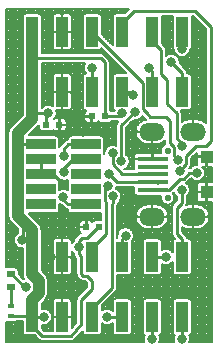
<source format=gtl>
G04 #@! TF.GenerationSoftware,KiCad,Pcbnew,5.0.1*
G04 #@! TF.CreationDate,2018-12-09T07:32:28-08:00*
G04 #@! TF.ProjectId,pmod-samd21-usbu,706D6F642D73616D6432312D75736275,rev?*
G04 #@! TF.SameCoordinates,PX8822960PY9c3a754*
G04 #@! TF.FileFunction,Copper,L1,Top,Signal*
G04 #@! TF.FilePolarity,Positive*
%FSLAX46Y46*%
G04 Gerber Fmt 4.6, Leading zero omitted, Abs format (unit mm)*
G04 Created by KiCad (PCBNEW 5.0.1) date Sun 09 Dec 2018 07:32:28 AM PST*
%MOMM*%
%LPD*%
G01*
G04 APERTURE LIST*
G04 #@! TA.AperFunction,SMDPad,CuDef*
%ADD10R,1.100000X1.100000*%
G04 #@! TD*
G04 #@! TA.AperFunction,SMDPad,CuDef*
%ADD11R,2.650000X0.400000*%
G04 #@! TD*
G04 #@! TA.AperFunction,ComponentPad*
%ADD12C,0.550000*%
G04 #@! TD*
G04 #@! TA.AperFunction,SMDPad,CuDef*
%ADD13O,2.200000X1.500000*%
G04 #@! TD*
G04 #@! TA.AperFunction,SMDPad,CuDef*
%ADD14R,2.500000X0.900000*%
G04 #@! TD*
G04 #@! TA.AperFunction,SMDPad,CuDef*
%ADD15R,1.016000X2.540000*%
G04 #@! TD*
G04 #@! TA.AperFunction,SMDPad,CuDef*
%ADD16R,0.600000X0.500000*%
G04 #@! TD*
G04 #@! TA.AperFunction,SMDPad,CuDef*
%ADD17R,0.600000X0.400000*%
G04 #@! TD*
G04 #@! TA.AperFunction,SMDPad,CuDef*
%ADD18R,0.700000X0.600000*%
G04 #@! TD*
G04 #@! TA.AperFunction,ViaPad*
%ADD19C,0.800000*%
G04 #@! TD*
G04 #@! TA.AperFunction,Conductor*
%ADD20C,0.250000*%
G04 #@! TD*
G04 #@! TA.AperFunction,Conductor*
%ADD21C,1.000000*%
G04 #@! TD*
G04 #@! TA.AperFunction,Conductor*
%ADD22C,0.200000*%
G04 #@! TD*
%ADD23C,0.200000*%
G04 APERTURE END LIST*
D10*
G04 #@! TO.P,J3,6*
G04 #@! TO.N,GND*
X17323560Y13099920D03*
X17323560Y16099920D03*
D11*
G04 #@! TO.P,J3,3*
G04 #@! TO.N,/USB_D+*
X12763560Y14599920D03*
D12*
G04 #@! TO.P,J3,LOCATE*
G04 #@! TO.N,N/C*
X14023560Y12599920D03*
X14023560Y16599920D03*
D11*
G04 #@! TO.P,J3,2*
G04 #@! TO.N,/USB_D-*
X12763560Y13949920D03*
G04 #@! TO.P,J3,1*
G04 #@! TO.N,Net-(J3-Pad1)*
X12763560Y13299920D03*
G04 #@! TO.P,J3,4*
G04 #@! TO.N,N/C*
X12763560Y15249920D03*
G04 #@! TO.P,J3,5*
G04 #@! TO.N,GND*
X12763560Y15899920D03*
D13*
G04 #@! TO.P,J3,6*
X16173560Y10999920D03*
X16173560Y18199920D03*
X12703560Y18199920D03*
X12703560Y10999920D03*
G04 #@! TD*
D14*
G04 #@! TO.P,JP2,9*
G04 #@! TO.N,N/C*
X3302000Y12052300D03*
G04 #@! TO.P,JP2,10*
G04 #@! TO.N,/~RESET*
X7112000Y12052300D03*
G04 #@! TO.P,JP2,7*
G04 #@! TO.N,N/C*
X3302000Y13322300D03*
G04 #@! TO.P,JP2,8*
X7112000Y13322300D03*
G04 #@! TO.P,JP2,5*
G04 #@! TO.N,GND*
X3302000Y14592300D03*
G04 #@! TO.P,JP2,6*
G04 #@! TO.N,N/C*
X7112000Y14592300D03*
G04 #@! TO.P,JP2,3*
G04 #@! TO.N,GND*
X3302000Y15862300D03*
G04 #@! TO.P,JP2,4*
G04 #@! TO.N,/SWCLK*
X7112000Y15862300D03*
G04 #@! TO.P,JP2,1*
G04 #@! TO.N,+3V3*
X3302000Y17132300D03*
G04 #@! TO.P,JP2,2*
G04 #@! TO.N,/SWDIO*
X7112000Y17132300D03*
G04 #@! TD*
D15*
G04 #@! TO.P,J2,12*
G04 #@! TO.N,+3V3*
X2552000Y2527300D03*
G04 #@! TO.P,J2,6*
X2552000Y7607300D03*
G04 #@! TO.P,J2,11*
G04 #@! TO.N,GND*
X5092000Y2527300D03*
G04 #@! TO.P,J2,5*
X5092000Y7607300D03*
G04 #@! TO.P,J2,10*
G04 #@! TO.N,/SER5_3*
X7632000Y2527300D03*
G04 #@! TO.P,J2,4*
G04 #@! TO.N,/SER1_3*
X7632000Y7607300D03*
G04 #@! TO.P,J2,9*
G04 #@! TO.N,/SER5_2*
X10172000Y2527300D03*
G04 #@! TO.P,J2,3*
G04 #@! TO.N,/SER1_2*
X10172000Y7607300D03*
G04 #@! TO.P,J2,8*
G04 #@! TO.N,/SER5_1*
X12712000Y2527300D03*
G04 #@! TO.P,J2,2*
G04 #@! TO.N,/SER1_1*
X12712000Y7607300D03*
G04 #@! TO.P,J2,7*
G04 #@! TO.N,/SER5_0*
X15252000Y2527300D03*
G04 #@! TO.P,J2,1*
G04 #@! TO.N,/SER1_0*
X15252000Y7607300D03*
G04 #@! TD*
G04 #@! TO.P,J1,6*
G04 #@! TO.N,+3V3*
X2552000Y21577300D03*
G04 #@! TO.P,J1,12*
X2552000Y26657300D03*
G04 #@! TO.P,J1,5*
G04 #@! TO.N,GND*
X5092000Y21577300D03*
G04 #@! TO.P,J1,11*
X5092000Y26657300D03*
G04 #@! TO.P,J1,4*
G04 #@! TO.N,/SER0_3*
X7632000Y21577300D03*
G04 #@! TO.P,J1,10*
G04 #@! TO.N,/SER2_3*
X7632000Y26657300D03*
G04 #@! TO.P,J1,3*
G04 #@! TO.N,/SER0_2*
X10172000Y21577300D03*
G04 #@! TO.P,J1,9*
G04 #@! TO.N,/SER2_2*
X10172000Y26657300D03*
G04 #@! TO.P,J1,2*
G04 #@! TO.N,/SER0_1*
X12712000Y21577300D03*
G04 #@! TO.P,J1,8*
G04 #@! TO.N,/SER2_1*
X12712000Y26657300D03*
G04 #@! TO.P,J1,1*
G04 #@! TO.N,/SER0_0*
X15252000Y21577300D03*
G04 #@! TO.P,J1,7*
G04 #@! TO.N,/SER2_0*
X15252000Y26657300D03*
G04 #@! TD*
D16*
G04 #@! TO.P,C3,1*
G04 #@! TO.N,+3V3*
X3768000Y18783300D03*
G04 #@! TO.P,C3,2*
G04 #@! TO.N,GND*
X4868000Y18783300D03*
G04 #@! TD*
G04 #@! TO.P,C4,1*
G04 #@! TO.N,+3V3*
X8687305Y19506692D03*
G04 #@! TO.P,C4,2*
G04 #@! TO.N,GND*
X7587305Y19506692D03*
G04 #@! TD*
G04 #@! TO.P,C9,1*
G04 #@! TO.N,+3V3*
X8212000Y10147300D03*
G04 #@! TO.P,C9,2*
G04 #@! TO.N,GND*
X7112000Y10147300D03*
G04 #@! TD*
D17*
G04 #@! TO.P,R3,1*
G04 #@! TO.N,Net-(D1-Pad2)*
X762000Y3485300D03*
G04 #@! TO.P,R3,2*
G04 #@! TO.N,+3V3*
X762000Y2585300D03*
G04 #@! TD*
D18*
G04 #@! TO.P,D1,2*
G04 #@! TO.N,Net-(D1-Pad2)*
X762000Y5025300D03*
G04 #@! TO.P,D1,1*
G04 #@! TO.N,Net-(D1-Pad1)*
X762000Y6125300D03*
G04 #@! TD*
D19*
G04 #@! TO.N,GND*
X6826246Y5109867D03*
X6350000Y26657300D03*
X16256000Y24879300D03*
X16764000Y8369300D03*
X4191000Y7607300D03*
X4191000Y9639300D03*
X5222240Y13700760D03*
X10389710Y4929201D03*
X6858000Y18148300D03*
X11115040Y18750280D03*
X11201400Y10180320D03*
G04 #@! TO.N,+3V3*
X6523998Y8418124D03*
X3556000Y2527300D03*
X1704067Y9019149D03*
X3923165Y19776145D03*
X10178674Y19754898D03*
G04 #@! TO.N,/SER2_0*
X15240000Y25234900D03*
X10112601Y15704243D03*
X11275472Y19898515D03*
G04 #@! TO.N,/SER0_0*
X14344014Y24096210D03*
G04 #@! TO.N,/SER2_1*
X15275560Y17007840D03*
G04 #@! TO.N,/SER0_1*
X12443991Y23609300D03*
G04 #@! TO.N,/SER2_2*
X15034442Y14907897D03*
G04 #@! TO.N,/SER0_2*
X11064181Y21350790D03*
G04 #@! TO.N,/SER2_3*
X14892020Y15849600D03*
G04 #@! TO.N,/SER0_3*
X7620000Y23609300D03*
G04 #@! TO.N,/SER5_3*
X9412021Y12725400D03*
G04 #@! TO.N,/SER1_3*
X8964770Y13628313D03*
G04 #@! TO.N,/SER5_2*
X8890000Y2527300D03*
G04 #@! TO.N,/SER1_2*
X10464800Y9410700D03*
G04 #@! TO.N,/SER5_1*
X12700000Y662300D03*
G04 #@! TO.N,/SER1_1*
X13881100Y7607300D03*
G04 #@! TO.N,/SER5_0*
X15240000Y662300D03*
G04 #@! TO.N,/SER1_0*
X15222838Y13295974D03*
G04 #@! TO.N,/~RESET*
X5207000Y12687300D03*
G04 #@! TO.N,/SWCLK*
X5253660Y14765960D03*
G04 #@! TO.N,/SWDIO*
X5257660Y16167398D03*
G04 #@! TO.N,/USB_D+*
X9362121Y16365455D03*
G04 #@! TO.N,/USB_D-*
X9065260Y14653260D03*
G04 #@! TO.N,Net-(D1-Pad1)*
X1995657Y5062594D03*
G04 #@! TO.N,Net-(J3-Pad1)*
X16510000Y14719300D03*
G04 #@! TD*
D20*
G04 #@! TO.N,GND*
X7112000Y10909300D02*
X7112000Y10147300D01*
X7112000Y10909300D02*
X5842000Y10909300D01*
X5842000Y10909300D02*
X5207000Y10274300D01*
X4905659Y14040959D02*
X4978341Y14040959D01*
X4354318Y14592300D02*
X4905659Y14040959D01*
X3302000Y14592300D02*
X4354318Y14592300D01*
X4978341Y14040959D02*
X5327000Y13692300D01*
X3302000Y15862300D02*
X3302000Y14592300D01*
G04 #@! TO.N,+3V3*
X6523998Y8983809D02*
X6523998Y8418124D01*
X8212000Y10147300D02*
X8162000Y10147300D01*
X6742490Y9202301D02*
X6523998Y8983809D01*
X7217001Y9202301D02*
X6742490Y9202301D01*
X8162000Y10147300D02*
X7217001Y9202301D01*
X2494000Y2585300D02*
X2552000Y2527300D01*
X762000Y2585300D02*
X2494000Y2585300D01*
X3556000Y2527300D02*
X2552000Y2527300D01*
D21*
X2552000Y26657300D02*
X2552000Y21577300D01*
X2552000Y6134253D02*
X2552000Y7607300D01*
X3095658Y5590595D02*
X2552000Y6134253D01*
X3095658Y4534593D02*
X3095658Y5590595D01*
X2552000Y3990935D02*
X3095658Y4534593D01*
X2552000Y2527300D02*
X2552000Y3990935D01*
X2552000Y9877300D02*
X2552000Y7607300D01*
X1351999Y18107299D02*
X1351999Y11077301D01*
X2552000Y19307300D02*
X1351999Y18107299D01*
X2552000Y21577300D02*
X2552000Y19307300D01*
D20*
X2552000Y19307300D02*
X2540000Y19319300D01*
X1774000Y10655300D02*
X1774000Y9381300D01*
D21*
X1351999Y11077301D02*
X1774000Y10655300D01*
X1774000Y10655300D02*
X2552000Y9877300D01*
D20*
X1774000Y9381300D02*
X1524000Y9131300D01*
X1524000Y9131300D02*
X1636151Y9019149D01*
X1636151Y9019149D02*
X1704067Y9019149D01*
X3768000Y18783300D02*
X3768000Y19620980D01*
X2540000Y19799300D02*
X2563155Y19776145D01*
X3768000Y19620980D02*
X3923165Y19776145D01*
X2563155Y19776145D02*
X3357480Y19776145D01*
X3357480Y19776145D02*
X3923165Y19776145D01*
X3385001Y932299D02*
X2552000Y1765300D01*
X5860001Y932299D02*
X3385001Y932299D01*
X2552000Y1765300D02*
X2552000Y2527300D01*
X6731000Y1892300D02*
X5860001Y932299D01*
X6523998Y8418124D02*
X6523998Y7852439D01*
X6523998Y7852439D02*
X6731000Y7645437D01*
X6731000Y3989302D02*
X7620000Y4878302D01*
X6731000Y1892300D02*
X6731000Y3989302D01*
X7620000Y5575300D02*
X7183001Y6012299D01*
X7183001Y6012299D02*
X6863999Y6012299D01*
X6863999Y6012299D02*
X6731000Y6145298D01*
X7620000Y4878302D02*
X7620000Y5575300D01*
X6731000Y6145298D02*
X6731000Y7607300D01*
X8687305Y19506692D02*
X8687305Y24078695D01*
X8687305Y24078695D02*
X8356600Y24409400D01*
X8356600Y24409400D02*
X2667000Y24409400D01*
X2552000Y24524400D02*
X2552000Y26657300D01*
X2667000Y24409400D02*
X2552000Y24524400D01*
X1802000Y17132300D02*
X1352000Y17582300D01*
X3302000Y17132300D02*
X1802000Y17132300D01*
X1352000Y17582300D02*
X1352000Y18092300D01*
X9930468Y19506692D02*
X10178674Y19754898D01*
X8687305Y19506692D02*
X9930468Y19506692D01*
G04 #@! TO.N,/SER2_0*
X15252000Y26657300D02*
X15252000Y25246900D01*
X15252000Y25246900D02*
X15240000Y25234900D01*
X10112601Y16269928D02*
X10112601Y15704243D01*
X10112601Y18305112D02*
X10112601Y16269928D01*
X10112601Y18305112D02*
X10112601Y18730821D01*
X10112601Y18730821D02*
X11280140Y19898360D01*
G04 #@! TO.N,/SER0_0*
X15252000Y21577300D02*
X15252000Y23188224D01*
X15252000Y23188224D02*
X14744013Y23696211D01*
X14744013Y23696211D02*
X14344014Y24096210D01*
G04 #@! TO.N,/SER2_1*
X15282000Y17042007D02*
X15282000Y17027300D01*
X15283180Y17157700D02*
X15283180Y17040860D01*
X14780260Y17660620D02*
X15283180Y17157700D01*
X14780260Y19748500D02*
X14780260Y17660620D01*
X12712000Y25895300D02*
X13470000Y25137300D01*
X12712000Y26657300D02*
X12712000Y25895300D01*
X14004090Y20524670D02*
X14780260Y19748500D01*
X13470000Y25137300D02*
X13470000Y23102180D01*
X13470000Y23102180D02*
X14004090Y22568090D01*
X14004090Y22568090D02*
X14004090Y20524670D01*
G04 #@! TO.N,/SER0_1*
X12712000Y23341291D02*
X12443991Y23609300D01*
X12712000Y21577300D02*
X12712000Y23341291D01*
G04 #@! TO.N,/SER2_2*
X10172000Y26657300D02*
X10172000Y27419300D01*
X11188000Y28435300D02*
X13297002Y28435300D01*
X10172000Y27419300D02*
X11188000Y28435300D01*
X15026640Y14688820D02*
X15026640Y14688820D01*
X15026640Y14900095D02*
X15034442Y14907897D01*
X15031720Y14683740D02*
X15026640Y14688820D01*
X15026640Y14688820D02*
X15026640Y14900095D01*
X15599902Y15473357D02*
X15434441Y15307896D01*
X15599902Y16138382D02*
X15599902Y15473357D01*
X16344900Y28435300D02*
X17729200Y27051000D01*
X17729200Y27051000D02*
X17729200Y17457420D01*
X13296900Y28435300D02*
X16344900Y28435300D01*
X15434441Y15307896D02*
X15034442Y14907897D01*
X17729200Y17457420D02*
X17239081Y16967301D01*
X17239081Y16967301D02*
X16428821Y16967301D01*
X16428821Y16967301D02*
X15599902Y16138382D01*
G04 #@! TO.N,/SER0_2*
X10172000Y21577300D02*
X10930000Y21577300D01*
X11064181Y21443119D02*
X11064181Y21350790D01*
X10930000Y21577300D02*
X11064181Y21443119D01*
G04 #@! TO.N,/SER2_3*
X11926599Y22362701D02*
X11926599Y20085379D01*
X7632000Y26657300D02*
X11926599Y22362701D01*
X11926599Y20085379D02*
X12240693Y19771286D01*
X14602000Y16139620D02*
X14602000Y16888920D01*
X14892020Y15849600D02*
X14602000Y16139620D01*
X14602000Y16888920D02*
X14231620Y17259300D01*
X14231620Y17259300D02*
X14231620Y19100800D01*
X12557760Y19453860D02*
X12240260Y19771360D01*
X14231620Y19100800D02*
X13878560Y19453860D01*
X13878560Y19453860D02*
X12557760Y19453860D01*
G04 #@! TO.N,/SER0_3*
X7620000Y21589300D02*
X7632000Y21577300D01*
X7620000Y23609300D02*
X7620000Y21589300D01*
G04 #@! TO.N,/SER5_3*
X9338999Y12086693D02*
X9338999Y4996299D01*
X7632000Y3289300D02*
X7632000Y2527300D01*
X9338999Y4996299D02*
X7632000Y3289300D01*
X9412021Y12159715D02*
X9338999Y12086693D01*
X9412021Y12725400D02*
X9412021Y12159715D01*
G04 #@! TO.N,/SER1_3*
X8837001Y9574301D02*
X8837001Y12227418D01*
X8837001Y12227418D02*
X8687020Y12377399D01*
X8687020Y12377399D02*
X8687020Y13350563D01*
X7632000Y8369300D02*
X8837001Y9574301D01*
X8687020Y13350563D02*
X8964770Y13628313D01*
X7632000Y7607300D02*
X7632000Y8369300D01*
G04 #@! TO.N,/SER5_2*
X8890000Y2527300D02*
X10172000Y2527300D01*
G04 #@! TO.N,/SER1_2*
X10172000Y9117900D02*
X10464800Y9410700D01*
X10172000Y7607300D02*
X10172000Y9117900D01*
G04 #@! TO.N,/SER5_1*
X12712000Y674300D02*
X12700000Y662300D01*
X12712000Y2527300D02*
X12712000Y674300D01*
G04 #@! TO.N,/SER1_1*
X12712000Y7607300D02*
X12712000Y8377300D01*
X12712000Y7607300D02*
X13881100Y7607300D01*
G04 #@! TO.N,/SER5_0*
X15240000Y2515300D02*
X15252000Y2527300D01*
X15240000Y662300D02*
X15240000Y2515300D01*
G04 #@! TO.N,/SER1_0*
X15252000Y7607300D02*
X15252000Y8369300D01*
X15195994Y13295974D02*
X15222838Y13295974D01*
X15252000Y7607300D02*
X15252000Y9127300D01*
X14796150Y9583150D02*
X14796150Y11778630D01*
X15252000Y9127300D02*
X14796150Y9583150D01*
X14796150Y11778630D02*
X15224760Y12207240D01*
X15224760Y12207240D02*
X15224760Y13296900D01*
G04 #@! TO.N,/~RESET*
X5612000Y12052300D02*
X5202000Y12462300D01*
X7112000Y12052300D02*
X5612000Y12052300D01*
X5202000Y12462300D02*
X5202000Y12692300D01*
G04 #@! TO.N,/SWCLK*
X6025568Y15862300D02*
X5202000Y15038732D01*
X7112000Y15862300D02*
X6025568Y15862300D01*
X5202000Y15038732D02*
X5202000Y14717300D01*
G04 #@! TO.N,/SWDIO*
X5612000Y17132300D02*
X7112000Y17132300D01*
X5257660Y16777960D02*
X5612000Y17132300D01*
X5257660Y16167398D02*
X5257660Y16777960D01*
G04 #@! TO.N,/USB_D+*
X9175182Y16423741D02*
X9303835Y16423741D01*
X12592000Y14592300D02*
X10199224Y14592300D01*
X10199224Y14592300D02*
X9362121Y15429403D01*
X9362121Y15799770D02*
X9362121Y16365455D01*
X9303835Y16423741D02*
X9362121Y16365455D01*
X9362121Y15429403D02*
X9362121Y15799770D01*
G04 #@! TO.N,/USB_D-*
X13182001Y13917301D02*
X13107000Y13842300D01*
X12592000Y13942300D02*
X9940599Y13942300D01*
X9940599Y13942300D02*
X9776220Y13942300D01*
X9776220Y13942300D02*
X9065260Y14653260D01*
G04 #@! TO.N,Net-(D1-Pad1)*
X812000Y6125300D02*
X1874706Y5062594D01*
X762000Y6125300D02*
X812000Y6125300D01*
X1874706Y5062594D02*
X1995657Y5062594D01*
G04 #@! TO.N,Net-(D1-Pad2)*
X762000Y3485300D02*
X762000Y5025300D01*
G04 #@! TO.N,Net-(J3-Pad1)*
X15099882Y14225182D02*
X15376614Y14225182D01*
X14167000Y13292300D02*
X15099882Y14225182D01*
X15376614Y14225182D02*
X15870732Y14719300D01*
X12592000Y13292300D02*
X14167000Y13292300D01*
X15870732Y14719300D02*
X16510000Y14719300D01*
X16510000Y14719300D02*
X16510000Y14719300D01*
G04 #@! TD*
D22*
G04 #@! TO.N,GND*
X16473560Y16410999D02*
X16473560Y16410999D01*
X16473560Y16220999D02*
X16283559Y16220999D01*
X16506639Y16030999D02*
X16093559Y16030999D01*
X17350560Y16030999D02*
X17296560Y16030999D01*
X16473560Y15840999D02*
X16024902Y15840999D01*
X17350560Y15840999D02*
X17296560Y15840999D01*
X16473560Y15650999D02*
X16024902Y15650999D01*
X17350560Y15650999D02*
X17296560Y15650999D01*
X16485675Y15460999D02*
X16025740Y15460999D01*
X17350560Y15460999D02*
X17296560Y15460999D01*
X16075709Y15270999D02*
X15973641Y15270999D01*
X17404481Y15270999D02*
X17242639Y15270999D01*
X17786001Y15080999D02*
X17110204Y15080999D01*
X17786001Y14890999D02*
X17189561Y14890999D01*
X17786001Y14700999D02*
X17210000Y14700999D01*
X17786001Y14510999D02*
X17181392Y14510999D01*
X17786001Y14320999D02*
X17085746Y14320999D01*
X16130487Y14130999D02*
X15883471Y14130999D01*
X17786001Y14130999D02*
X16889512Y14130999D01*
X16699165Y13940999D02*
X15693471Y13940999D01*
X17416639Y13940999D02*
X17230481Y13940999D01*
X16490711Y13750999D02*
X15757763Y13750999D01*
X17350560Y13750999D02*
X17296560Y13750999D01*
X16473560Y13560999D02*
X15870736Y13560999D01*
X17350560Y13560999D02*
X17296560Y13560999D01*
X11137109Y13370999D02*
X9682596Y13370999D01*
X16473560Y13370999D02*
X15921629Y13370999D01*
X17350560Y13370999D02*
X17296560Y13370999D01*
X11137109Y13180999D02*
X9946372Y13180999D01*
X16494481Y13180999D02*
X15913681Y13180999D01*
X17350560Y13180999D02*
X17296560Y13180999D01*
X11158102Y12990999D02*
X10059681Y12990999D01*
X14591488Y12990999D02*
X14469526Y12990999D01*
X16473560Y12990999D02*
X15854187Y12990999D01*
X17350560Y12990999D02*
X17296560Y12990999D01*
X11412871Y12800999D02*
X10110698Y12800999D01*
X14727863Y12800999D02*
X14562646Y12800999D01*
X16473560Y12800999D02*
X15717813Y12800999D01*
X17350560Y12800999D02*
X17296560Y12800999D01*
X13448560Y12610999D02*
X10102978Y12610999D01*
X14799760Y12610999D02*
X14598560Y12610999D01*
X16473560Y12610999D02*
X15649760Y12610999D01*
X17350560Y12610999D02*
X17296560Y12610999D01*
X13475296Y12420999D02*
X10043608Y12420999D01*
X14799760Y12420999D02*
X14571823Y12420999D01*
X16502243Y12420999D02*
X15649760Y12420999D01*
X17350560Y12420999D02*
X17296560Y12420999D01*
X13579308Y12230999D02*
X9907570Y12230999D01*
X14647479Y12230999D02*
X14467812Y12230999D01*
X17786000Y12230999D02*
X15649760Y12230999D01*
X12254918Y12040999D02*
X9820131Y12040999D01*
X12730560Y12040999D02*
X12676560Y12040999D01*
X13886093Y12040999D02*
X13152203Y12040999D01*
X14461674Y12040999D02*
X14161026Y12040999D01*
X15724918Y12040999D02*
X15617803Y12040999D01*
X16200560Y12040999D02*
X16146560Y12040999D01*
X17786000Y12040999D02*
X16622203Y12040999D01*
X11739708Y11850999D02*
X9763999Y11850999D01*
X12730560Y11850999D02*
X12676560Y11850999D01*
X14376223Y11850999D02*
X13667413Y11850999D01*
X16200560Y11850999D02*
X16146560Y11850999D01*
X17786000Y11850999D02*
X17137413Y11850999D01*
X11543510Y11660999D02*
X9763999Y11660999D01*
X14371151Y11660999D02*
X13863611Y11660999D01*
X17786000Y11660999D02*
X17333611Y11660999D01*
X11420435Y11470999D02*
X9763999Y11470999D01*
X14371151Y11470999D02*
X13986686Y11470999D01*
X17786000Y11470999D02*
X17456686Y11470999D01*
X11346322Y11280999D02*
X9763999Y11280999D01*
X14371151Y11280999D02*
X14060799Y11280999D01*
X17786000Y11280999D02*
X17530799Y11280999D01*
X11356300Y11090999D02*
X9763999Y11090999D01*
X14371151Y11090999D02*
X14050819Y11090999D01*
X17786000Y11090999D02*
X17520819Y11090999D01*
X11353531Y10900999D02*
X9763999Y10900999D01*
X14371151Y10900999D02*
X14053590Y10900999D01*
X17786000Y10900999D02*
X17523590Y10900999D01*
X11348517Y10710999D02*
X9763999Y10710999D01*
X14371151Y10710999D02*
X14058602Y10710999D01*
X17786000Y10710999D02*
X17528602Y10710999D01*
X11424370Y10520999D02*
X9763999Y10520999D01*
X14371151Y10520999D02*
X13982749Y10520999D01*
X17786000Y10520999D02*
X17452749Y10520999D01*
X11549614Y10330999D02*
X9763999Y10330999D01*
X14371151Y10330999D02*
X13857505Y10330999D01*
X17786000Y10330999D02*
X17327505Y10330999D01*
X11749307Y10140999D02*
X9763999Y10140999D01*
X12730560Y10140999D02*
X12676560Y10140999D01*
X14371151Y10140999D02*
X13657812Y10140999D01*
X16200560Y10140999D02*
X16146560Y10140999D01*
X17786000Y10140999D02*
X17127812Y10140999D01*
X10015149Y9950999D02*
X9763999Y9950999D01*
X12317894Y9950999D02*
X10914451Y9950999D01*
X12730560Y9950999D02*
X12676560Y9950999D01*
X14371151Y9950999D02*
X13089225Y9950999D01*
X15787894Y9950999D02*
X15221150Y9950999D01*
X16200560Y9950999D02*
X16146560Y9950999D01*
X17786000Y9950999D02*
X16559225Y9950999D01*
X9856980Y9760999D02*
X9763999Y9760999D01*
X14371151Y9760999D02*
X11072621Y9760999D01*
X17786000Y9760999D02*
X15221150Y9760999D01*
X9782972Y9570999D02*
X9763999Y9570999D01*
X14370291Y9570999D02*
X11146629Y9570999D01*
X17786000Y9570999D02*
X15409342Y9570999D01*
X9764800Y9380999D02*
X9763999Y9380999D01*
X14422300Y9380999D02*
X11164800Y9380999D01*
X17786000Y9380999D02*
X15593593Y9380999D01*
X14587261Y9190999D02*
X11131470Y9190999D01*
X17786000Y9190999D02*
X15672782Y9190999D01*
X11929954Y9000999D02*
X11032929Y9000999D01*
X14469954Y9000999D02*
X13494047Y9000999D01*
X17786000Y9000999D02*
X16034047Y9000999D01*
X11902549Y8810999D02*
X10981451Y8810999D01*
X14442549Y8810999D02*
X13521451Y8810999D01*
X17786000Y8810999D02*
X16061451Y8810999D01*
X11902549Y8620999D02*
X10981451Y8620999D01*
X14442549Y8620999D02*
X13521451Y8620999D01*
X17786000Y8620999D02*
X16061451Y8620999D01*
X11902549Y8430999D02*
X10981451Y8430999D01*
X14442549Y8430999D02*
X13521451Y8430999D01*
X17786000Y8430999D02*
X16061451Y8430999D01*
X11902549Y8240999D02*
X10981451Y8240999D01*
X13581798Y8240999D02*
X13521451Y8240999D01*
X14442549Y8240999D02*
X14180403Y8240999D01*
X17786000Y8240999D02*
X16061451Y8240999D01*
X11902549Y8050999D02*
X10981451Y8050999D01*
X14442549Y8050999D02*
X14426514Y8050999D01*
X17786000Y8050999D02*
X16061451Y8050999D01*
X11902549Y7860999D02*
X10981451Y7860999D01*
X17786000Y7860999D02*
X16061451Y7860999D01*
X11902549Y7670999D02*
X10981451Y7670999D01*
X17786000Y7670999D02*
X16061451Y7670999D01*
X11902549Y7480999D02*
X10981451Y7480999D01*
X17786000Y7480999D02*
X16061451Y7480999D01*
X11902549Y7290999D02*
X10981451Y7290999D01*
X17786000Y7290999D02*
X16061451Y7290999D01*
X11902549Y7100999D02*
X10981451Y7100999D01*
X14442549Y7100999D02*
X14364749Y7100999D01*
X17786000Y7100999D02*
X16061451Y7100999D01*
X11902549Y6910999D02*
X10981451Y6910999D01*
X13793560Y6910999D02*
X13521451Y6910999D01*
X14442549Y6910999D02*
X13968639Y6910999D01*
X17786000Y6910999D02*
X16061451Y6910999D01*
X11902549Y6720999D02*
X10981451Y6720999D01*
X14442549Y6720999D02*
X13521451Y6720999D01*
X17786000Y6720999D02*
X16061451Y6720999D01*
X11902549Y6530999D02*
X10981451Y6530999D01*
X14442549Y6530999D02*
X13521451Y6530999D01*
X17786000Y6530999D02*
X16061451Y6530999D01*
X11902549Y6340999D02*
X10981451Y6340999D01*
X14442549Y6340999D02*
X13521451Y6340999D01*
X17786000Y6340999D02*
X16061451Y6340999D01*
X11968801Y6150999D02*
X10915198Y6150999D01*
X14508801Y6150999D02*
X13455198Y6150999D01*
X17786000Y6150999D02*
X15995198Y6150999D01*
X17786000Y5960999D02*
X9763999Y5960999D01*
X17786000Y5770999D02*
X9763999Y5770999D01*
X17786000Y5580999D02*
X9763999Y5580999D01*
X17786000Y5390999D02*
X9763999Y5390999D01*
X17786000Y5200999D02*
X9763999Y5200999D01*
X17786000Y5010999D02*
X9764607Y5010999D01*
X17786000Y4820999D02*
X9727200Y4820999D01*
X17786000Y4630999D02*
X9574739Y4630999D01*
X17786000Y4440999D02*
X9384739Y4440999D01*
X17786000Y4250999D02*
X9194739Y4250999D01*
X9520942Y4060999D02*
X9004739Y4060999D01*
X12060942Y4060999D02*
X10823059Y4060999D01*
X14600942Y4060999D02*
X13363059Y4060999D01*
X17786000Y4060999D02*
X15903059Y4060999D01*
X9372858Y3870999D02*
X8814739Y3870999D01*
X11912858Y3870999D02*
X10971143Y3870999D01*
X14452858Y3870999D02*
X13511143Y3870999D01*
X17786000Y3870999D02*
X16051143Y3870999D01*
X9362549Y3680999D02*
X8624739Y3680999D01*
X11902549Y3680999D02*
X10981451Y3680999D01*
X14442549Y3680999D02*
X13521451Y3680999D01*
X17786000Y3680999D02*
X16061451Y3680999D01*
X9362549Y3490999D02*
X8441451Y3490999D01*
X11902549Y3490999D02*
X10981451Y3490999D01*
X14442549Y3490999D02*
X13521451Y3490999D01*
X17786000Y3490999D02*
X16061451Y3490999D01*
X9362549Y3300999D02*
X8441451Y3300999D01*
X11902549Y3300999D02*
X10981451Y3300999D01*
X14442549Y3300999D02*
X13521451Y3300999D01*
X17786000Y3300999D02*
X16061451Y3300999D01*
X8503601Y3110999D02*
X8441451Y3110999D01*
X9362549Y3110999D02*
X9276400Y3110999D01*
X11902549Y3110999D02*
X10981451Y3110999D01*
X14442549Y3110999D02*
X13521451Y3110999D01*
X17786000Y3110999D02*
X16061451Y3110999D01*
X11902549Y2920999D02*
X10981451Y2920999D01*
X14442549Y2920999D02*
X13521451Y2920999D01*
X17786000Y2920999D02*
X16061451Y2920999D01*
X11902549Y2730999D02*
X10981451Y2730999D01*
X14442549Y2730999D02*
X13521451Y2730999D01*
X17786000Y2730999D02*
X16061451Y2730999D01*
X11902549Y2540999D02*
X10981451Y2540999D01*
X14442549Y2540999D02*
X13521451Y2540999D01*
X17786000Y2540999D02*
X16061451Y2540999D01*
X11902549Y2350999D02*
X10981451Y2350999D01*
X14442549Y2350999D02*
X13521451Y2350999D01*
X17786000Y2350999D02*
X16061451Y2350999D01*
X11902549Y2160999D02*
X10981451Y2160999D01*
X14442549Y2160999D02*
X13521451Y2160999D01*
X17786000Y2160999D02*
X16061451Y2160999D01*
X1742549Y1970999D02*
X375000Y1970999D01*
X8462595Y1970999D02*
X8441451Y1970999D01*
X9362549Y1970999D02*
X9317404Y1970999D01*
X11902549Y1970999D02*
X10981451Y1970999D01*
X14442549Y1970999D02*
X13521451Y1970999D01*
X17786000Y1970999D02*
X16061451Y1970999D01*
X1742549Y1780999D02*
X375000Y1780999D01*
X9362549Y1780999D02*
X8441451Y1780999D01*
X11902549Y1780999D02*
X10981451Y1780999D01*
X14442549Y1780999D02*
X13521451Y1780999D01*
X17786000Y1780999D02*
X16061451Y1780999D01*
X1742549Y1590999D02*
X375000Y1590999D01*
X9362549Y1590999D02*
X8441451Y1590999D01*
X11902549Y1590999D02*
X10981451Y1590999D01*
X14442549Y1590999D02*
X13521451Y1590999D01*
X17786000Y1590999D02*
X16061451Y1590999D01*
X1742549Y1400999D02*
X375000Y1400999D01*
X9362549Y1400999D02*
X8441451Y1400999D01*
X11902549Y1400999D02*
X10981451Y1400999D01*
X14442549Y1400999D02*
X13521451Y1400999D01*
X17786000Y1400999D02*
X16061451Y1400999D01*
X1747109Y1210999D02*
X375000Y1210999D01*
X6827109Y1210999D02*
X6686718Y1210999D01*
X9367109Y1210999D02*
X8436890Y1210999D01*
X11907109Y1210999D02*
X10976890Y1210999D01*
X14447109Y1210999D02*
X13516890Y1210999D01*
X17786000Y1210999D02*
X16056890Y1210999D01*
X1859042Y1020999D02*
X375000Y1020999D01*
X6939042Y1020999D02*
X6514333Y1020999D01*
X9479042Y1020999D02*
X8324957Y1020999D01*
X12019042Y1020999D02*
X10864957Y1020999D01*
X14559042Y1020999D02*
X13404957Y1020999D01*
X17786000Y1020999D02*
X15944957Y1020999D01*
X2885260Y830999D02*
X375000Y830999D01*
X12019843Y830999D02*
X6341948Y830999D01*
X14559843Y830999D02*
X13380158Y830999D01*
X17786000Y830999D02*
X15920158Y830999D01*
X3074266Y640999D02*
X375000Y640999D01*
X12000000Y640999D02*
X6170735Y640999D01*
X14540000Y640999D02*
X13400000Y640999D01*
X17786000Y640999D02*
X15940000Y640999D01*
X12029849Y450999D02*
X375000Y450999D01*
X14569849Y450999D02*
X13370150Y450999D01*
X17786000Y450999D02*
X15910150Y450999D01*
X17786001Y15249920D02*
X17786001Y15249920D01*
X17596001Y13949920D02*
X17596001Y15249920D01*
X17596001Y362300D02*
X17596001Y12249920D01*
X17406001Y13930361D02*
X17406001Y15269479D01*
X17406001Y11568016D02*
X17406001Y12269479D01*
X17406001Y10972920D02*
X17406001Y11026920D01*
X17406001Y362300D02*
X17406001Y10431823D01*
X17216001Y16072920D02*
X17216001Y16126920D01*
X17216001Y13949920D02*
X17216001Y15249920D01*
X17216001Y13072920D02*
X17216001Y13126920D01*
X17216001Y11783048D02*
X17216001Y12249920D01*
X17216001Y362300D02*
X17216001Y10216791D01*
X17026001Y16072920D02*
X17026001Y16126920D01*
X17026001Y15193249D02*
X17026001Y15249920D01*
X17026001Y13949920D02*
X17026001Y14245351D01*
X17026001Y13072920D02*
X17026001Y13126920D01*
X17026001Y11916672D02*
X17026001Y12249920D01*
X17026001Y362300D02*
X17026001Y10083167D01*
X16836001Y16072920D02*
X16836001Y16126920D01*
X16836001Y13949920D02*
X16836001Y14096659D01*
X16836001Y13072920D02*
X16836001Y13126920D01*
X16836001Y11997575D02*
X16836001Y12249920D01*
X16836001Y362300D02*
X16836001Y10002264D01*
X16646001Y16072920D02*
X16646001Y16126920D01*
X16646001Y13921801D02*
X16646001Y14032638D01*
X16646001Y13072920D02*
X16646001Y13126920D01*
X16646001Y12038035D02*
X16646001Y12278040D01*
X16646001Y362300D02*
X16646001Y9961804D01*
X16456001Y15419300D02*
X16456001Y16393440D01*
X16456001Y13679467D02*
X16456001Y14019300D01*
X16456001Y12997920D02*
X16456001Y13679467D01*
X16456001Y12049920D02*
X16456001Y12997920D01*
X16456001Y362300D02*
X16456001Y9949920D01*
X16266001Y15375907D02*
X16266001Y16203440D01*
X16266001Y13679467D02*
X16266001Y14062694D01*
X16266001Y12997920D02*
X16266001Y13679467D01*
X16266001Y12049920D02*
X16266001Y12997920D01*
X16266001Y362300D02*
X16266001Y9949920D01*
X16076001Y15271195D02*
X16076001Y16013440D01*
X16076001Y13679467D02*
X16076001Y14167406D01*
X16076001Y12997920D02*
X16076001Y13679467D01*
X16076001Y12049920D02*
X16076001Y12997920D01*
X16076001Y362300D02*
X16076001Y9949920D01*
X15886001Y15144851D02*
X15886001Y15158354D01*
X15886001Y13679467D02*
X15886001Y14133529D01*
X15886001Y13524143D02*
X15886001Y13679467D01*
X15886001Y12997920D02*
X15886001Y13067804D01*
X15886001Y12049920D02*
X15886001Y12997920D01*
X15886001Y9150116D02*
X15886001Y9949920D01*
X15886001Y4070116D02*
X15886001Y6064483D01*
X15886001Y931903D02*
X15886001Y984483D01*
X15886001Y362300D02*
X15886001Y392697D01*
X15696001Y13812761D02*
X15696001Y13943529D01*
X15696001Y12037399D02*
X15696001Y12779187D01*
X15696001Y9178751D02*
X15696001Y9962442D01*
X15696001Y4098751D02*
X15696001Y6035849D01*
X15506001Y9474339D02*
X15506001Y10003963D01*
X15506001Y4098751D02*
X15506001Y6035849D01*
X15316001Y9664339D02*
X15316001Y10086075D01*
X15316001Y4098751D02*
X15316001Y6035849D01*
X15126001Y4098751D02*
X15126001Y6035849D01*
X14936001Y4098751D02*
X14936001Y6035849D01*
X14746001Y12329522D02*
X14746001Y12782861D01*
X14746001Y4098751D02*
X14746001Y6035849D01*
X14556001Y12817040D02*
X14556001Y13076673D01*
X14556001Y12139522D02*
X14556001Y12382799D01*
X14556001Y9111106D02*
X14556001Y9222259D01*
X14556001Y4031106D02*
X14556001Y6103495D01*
X14556001Y811685D02*
X14556001Y1023495D01*
X14556001Y362300D02*
X14556001Y512916D01*
X14366001Y8112349D02*
X14366001Y12137184D01*
X14366001Y362300D02*
X14366001Y7102251D01*
X14176001Y8242822D02*
X14176001Y12043977D01*
X14176001Y362300D02*
X14176001Y6971777D01*
X13986001Y11472362D02*
X13986001Y12024920D01*
X13986001Y10972920D02*
X13986001Y11026920D01*
X13986001Y8300147D02*
X13986001Y10527477D01*
X13986001Y362300D02*
X13986001Y6914452D01*
X13796001Y11739816D02*
X13796001Y12071803D01*
X13796001Y8304087D02*
X13796001Y10260023D01*
X13796001Y362300D02*
X13796001Y6910514D01*
X13606001Y11888271D02*
X13606001Y12204306D01*
X13606001Y8251025D02*
X13606001Y10111568D01*
X13606001Y362300D02*
X13606001Y6963576D01*
X13416001Y11980992D02*
X13416001Y12798469D01*
X13416001Y9104538D02*
X13416001Y10018847D01*
X13416001Y4024538D02*
X13416001Y6110061D01*
X13416001Y362300D02*
X13416001Y1030061D01*
X13226001Y12031809D02*
X13226001Y12798469D01*
X13226001Y9178159D02*
X13226001Y9968030D01*
X13226001Y4098159D02*
X13226001Y6036440D01*
X13036001Y12049920D02*
X13036001Y12798469D01*
X13036001Y9178751D02*
X13036001Y9949920D01*
X13036001Y4098751D02*
X13036001Y6035849D01*
X12846001Y12049920D02*
X12846001Y12798469D01*
X12846001Y9178751D02*
X12846001Y9949920D01*
X12846001Y4098751D02*
X12846001Y6035849D01*
X12656001Y12049920D02*
X12656001Y12798469D01*
X12656001Y9178751D02*
X12656001Y9949920D01*
X12656001Y4098751D02*
X12656001Y6035849D01*
X12466001Y12049920D02*
X12466001Y12798469D01*
X12466001Y9178751D02*
X12466001Y9949920D01*
X12466001Y4098751D02*
X12466001Y6035849D01*
X12276001Y12043625D02*
X12276001Y12798469D01*
X12276001Y9178751D02*
X12276001Y9956216D01*
X12276001Y4098751D02*
X12276001Y6035849D01*
X12086001Y12012461D02*
X12086001Y12798469D01*
X12086001Y9154394D02*
X12086001Y9987380D01*
X12086001Y4074394D02*
X12086001Y6060207D01*
X11896001Y11942168D02*
X11896001Y12798469D01*
X11896001Y362300D02*
X11896001Y10057673D01*
X11706001Y11821856D02*
X11706001Y12798469D01*
X11706001Y362300D02*
X11706001Y10177985D01*
X11516001Y11625666D02*
X11516001Y12798469D01*
X11516001Y10972920D02*
X11516001Y11026920D01*
X11516001Y362300D02*
X11516001Y10374175D01*
X11326001Y11208451D02*
X11326001Y12820567D01*
X11326001Y10823057D02*
X11326001Y11176784D01*
X11326001Y362300D02*
X11326001Y10791390D01*
X11136001Y11190789D02*
X11136001Y13517300D01*
X11136001Y9619464D02*
X11136001Y11190789D01*
X11136001Y362300D02*
X11136001Y9201935D01*
X10946001Y11190789D02*
X10946001Y13517300D01*
X10946001Y9919449D02*
X10946001Y11190789D01*
X10946001Y3936051D02*
X10946001Y6198548D01*
X10946001Y362300D02*
X10946001Y1118548D01*
X10756001Y11190789D02*
X10756001Y13517300D01*
X10756001Y10047754D02*
X10756001Y11190789D01*
X10756001Y4087743D02*
X10756001Y6046856D01*
X10756001Y362300D02*
X10756001Y966856D01*
X10566001Y11190789D02*
X10566001Y13517300D01*
X10566001Y10104283D02*
X10566001Y11190789D01*
X10566001Y4098751D02*
X10566001Y6035849D01*
X10566001Y362300D02*
X10566001Y955849D01*
X10376001Y11190789D02*
X10376001Y13517300D01*
X10376001Y10106751D02*
X10376001Y11190789D01*
X10376001Y4098751D02*
X10376001Y6035849D01*
X10376001Y362300D02*
X10376001Y955849D01*
X10186001Y11190789D02*
X10186001Y13517300D01*
X10186001Y10052892D02*
X10186001Y11190789D01*
X10186001Y4098751D02*
X10186001Y6035849D01*
X10186001Y362300D02*
X10186001Y955849D01*
X9996001Y13111379D02*
X9996001Y13517300D01*
X9996001Y11190789D02*
X9996001Y12339420D01*
X9996001Y9931851D02*
X9996001Y11190789D01*
X9996001Y4098751D02*
X9996001Y6035849D01*
X9996001Y362300D02*
X9996001Y955849D01*
X9806001Y13304034D02*
X9806001Y13517300D01*
X9806001Y11190789D02*
X9806001Y11995225D01*
X9806001Y9649406D02*
X9806001Y11190789D01*
X9806001Y4098751D02*
X9806001Y6035849D01*
X9806001Y362300D02*
X9806001Y955849D01*
X9616001Y4094024D02*
X9616001Y4672260D01*
X9616001Y362300D02*
X9616001Y960577D01*
X9426001Y3980189D02*
X9426001Y4482260D01*
X9426001Y362300D02*
X9426001Y1074412D01*
X9236001Y3137992D02*
X9236001Y4292260D01*
X9236001Y362300D02*
X9236001Y1916607D01*
X9046001Y3209982D02*
X9046001Y4102260D01*
X9046001Y362300D02*
X9046001Y1844617D01*
X8856001Y3227300D02*
X8856001Y3912260D01*
X8856001Y362300D02*
X8856001Y1827300D01*
X8666001Y3192191D02*
X8666001Y3722260D01*
X8666001Y362300D02*
X8666001Y1862410D01*
X8476001Y3092558D02*
X8476001Y3532260D01*
X8476001Y362300D02*
X8476001Y1962043D01*
X8286001Y362300D02*
X8286001Y995173D01*
X8096001Y362300D02*
X8096001Y955849D01*
X7906001Y362300D02*
X7906001Y955849D01*
X7716001Y362300D02*
X7716001Y955849D01*
X7526001Y362300D02*
X7526001Y955849D01*
X7336001Y362300D02*
X7336001Y955849D01*
X7146001Y362300D02*
X7146001Y955849D01*
X6956001Y362300D02*
X6956001Y1007082D01*
X6766001Y362300D02*
X6766001Y1298382D01*
X6576001Y362300D02*
X6576001Y1088967D01*
X6386001Y362300D02*
X6386001Y879553D01*
X6196001Y362300D02*
X6196001Y670138D01*
X6006001Y362300D02*
X6006001Y532464D01*
X5816001Y362300D02*
X5816001Y507299D01*
X5626001Y362300D02*
X5626001Y507299D01*
X5436001Y362300D02*
X5436001Y507299D01*
X5246001Y362300D02*
X5246001Y507299D01*
X5056001Y362300D02*
X5056001Y507299D01*
X4866001Y362300D02*
X4866001Y507299D01*
X4676001Y362300D02*
X4676001Y507299D01*
X4486001Y362300D02*
X4486001Y507299D01*
X4296001Y362300D02*
X4296001Y507299D01*
X4106001Y362300D02*
X4106001Y507299D01*
X3916001Y362300D02*
X3916001Y507299D01*
X3726001Y362300D02*
X3726001Y507299D01*
X3536001Y362300D02*
X3536001Y507299D01*
X3346001Y362300D02*
X3346001Y509085D01*
X3156001Y362300D02*
X3156001Y572801D01*
X2966001Y362300D02*
X2966001Y750258D01*
X2776001Y362300D02*
X2776001Y940258D01*
X2586001Y362300D02*
X2586001Y955849D01*
X2396001Y362300D02*
X2396001Y955849D01*
X2206001Y362300D02*
X2206001Y955849D01*
X2016001Y362300D02*
X2016001Y958607D01*
X1826001Y362300D02*
X1826001Y1050041D01*
X1636001Y362300D02*
X1636001Y2160300D01*
X1446001Y362300D02*
X1446001Y2160300D01*
X1256001Y362300D02*
X1256001Y2156420D01*
X1066001Y362300D02*
X1066001Y2084243D01*
X876001Y362300D02*
X876001Y2083849D01*
X686001Y362300D02*
X686001Y2083849D01*
X496001Y362300D02*
X496001Y2083849D01*
X4853451Y12081651D02*
X4853451Y12081651D01*
X5171609Y11891651D02*
X4853451Y11891651D01*
X5369335Y11701651D02*
X4853451Y11701651D01*
X5575999Y11511651D02*
X4838000Y11511651D01*
X5753710Y11321651D02*
X4660289Y11321651D01*
X8412002Y11131651D02*
X2429020Y11131651D01*
X8412002Y10941651D02*
X2619020Y10941651D01*
X8412002Y10751651D02*
X2809020Y10751651D01*
X6561009Y10561651D02*
X2999020Y10561651D01*
X7139000Y10561651D02*
X7085000Y10561651D01*
X6512000Y10371651D02*
X3181211Y10371651D01*
X7139000Y10371651D02*
X7085000Y10371651D01*
X6579649Y10181651D02*
X3295674Y10181651D01*
X7139000Y10181651D02*
X7085000Y10181651D01*
X6512000Y9991651D02*
X3344608Y9991651D01*
X6526901Y9801651D02*
X3352000Y9801651D01*
X6627859Y9611651D02*
X3352000Y9611651D01*
X6360800Y9421651D02*
X3352000Y9421651D01*
X6177600Y9231651D02*
X3352000Y9231651D01*
X4333009Y9041651D02*
X3352000Y9041651D01*
X5119000Y9041651D02*
X5065000Y9041651D01*
X6102640Y9041651D02*
X5850992Y9041651D01*
X4284000Y8851651D02*
X3361451Y8851651D01*
X5119000Y8851651D02*
X5065000Y8851651D01*
X5971789Y8851651D02*
X5900000Y8851651D01*
X4284000Y8661651D02*
X3361451Y8661651D01*
X5119000Y8661651D02*
X5065000Y8661651D01*
X4284000Y8471651D02*
X3361451Y8471651D01*
X5119000Y8471651D02*
X5065000Y8471651D01*
X4284000Y8281651D02*
X3361451Y8281651D01*
X5119000Y8281651D02*
X5065000Y8281651D01*
X4284000Y8091651D02*
X3361451Y8091651D01*
X5119000Y8091651D02*
X5065000Y8091651D01*
X5901553Y8091651D02*
X5900000Y8091651D01*
X4284000Y7901651D02*
X3361451Y7901651D01*
X5119000Y7901651D02*
X5065000Y7901651D01*
X6050521Y7901651D02*
X5900000Y7901651D01*
X4284000Y7711651D02*
X3361451Y7711651D01*
X5119000Y7711651D02*
X5065000Y7711651D01*
X6122583Y7711651D02*
X5900000Y7711651D01*
X4300351Y7521651D02*
X3361451Y7521651D01*
X5119000Y7521651D02*
X5065000Y7521651D01*
X6253746Y7521651D02*
X5883649Y7521651D01*
X4284000Y7331651D02*
X3361451Y7331651D01*
X5119000Y7331651D02*
X5065000Y7331651D01*
X6306001Y7331651D02*
X5900000Y7331651D01*
X4284000Y7141651D02*
X3361451Y7141651D01*
X5119000Y7141651D02*
X5065000Y7141651D01*
X6306001Y7141651D02*
X5900000Y7141651D01*
X4284000Y6951651D02*
X3361451Y6951651D01*
X5119000Y6951651D02*
X5065000Y6951651D01*
X6306001Y6951651D02*
X5900000Y6951651D01*
X4284000Y6761651D02*
X3361451Y6761651D01*
X5119000Y6761651D02*
X5065000Y6761651D01*
X6306001Y6761651D02*
X5900000Y6761651D01*
X4284000Y6571651D02*
X3361451Y6571651D01*
X5119000Y6571651D02*
X5065000Y6571651D01*
X6306001Y6571651D02*
X5900000Y6571651D01*
X4284000Y6381651D02*
X3435973Y6381651D01*
X5119000Y6381651D02*
X5065000Y6381651D01*
X6306001Y6381651D02*
X5900000Y6381651D01*
X4320512Y6191651D02*
X3625973Y6191651D01*
X5119000Y6191651D02*
X5065000Y6191651D01*
X6306001Y6191651D02*
X5863487Y6191651D01*
X6330452Y6001651D02*
X3783054Y6001651D01*
X6463607Y5811651D02*
X3864599Y5811651D01*
X6693275Y5621651D02*
X3896470Y5621651D01*
X7162609Y5431651D02*
X3895658Y5431651D01*
X7195001Y5241651D02*
X3895658Y5241651D01*
X7192309Y5051651D02*
X3895658Y5051651D01*
X7002309Y4861651D02*
X3895658Y4861651D01*
X6812309Y4671651D02*
X3895658Y4671651D01*
X6622309Y4481651D02*
X3894313Y4481651D01*
X6429484Y4291651D02*
X3857959Y4291651D01*
X6320959Y4101651D02*
X3771355Y4101651D01*
X4306649Y3911651D02*
X3604086Y3911651D01*
X5119000Y3911651D02*
X5065000Y3911651D01*
X6306001Y3911651D02*
X5877352Y3911651D01*
X4284000Y3721651D02*
X3414086Y3721651D01*
X5119000Y3721651D02*
X5065000Y3721651D01*
X6306001Y3721651D02*
X5900000Y3721651D01*
X4284000Y3531651D02*
X3361451Y3531651D01*
X5119000Y3531651D02*
X5065000Y3531651D01*
X6306001Y3531651D02*
X5900000Y3531651D01*
X4284000Y3341651D02*
X3361451Y3341651D01*
X5119000Y3341651D02*
X5065000Y3341651D01*
X6306001Y3341651D02*
X5900000Y3341651D01*
X4284000Y3151651D02*
X3877872Y3151651D01*
X5119000Y3151651D02*
X5065000Y3151651D01*
X6306001Y3151651D02*
X5900000Y3151651D01*
X4284000Y2961651D02*
X4107660Y2961651D01*
X5119000Y2961651D02*
X5065000Y2961651D01*
X6306001Y2961651D02*
X5900000Y2961651D01*
X4284000Y2771651D02*
X4212461Y2771651D01*
X5119000Y2771651D02*
X5065000Y2771651D01*
X6306001Y2771651D02*
X5900000Y2771651D01*
X4331649Y2581651D02*
X4256000Y2581651D01*
X5119000Y2581651D02*
X5065000Y2581651D01*
X6306001Y2581651D02*
X5852351Y2581651D01*
X4284000Y2391651D02*
X4242731Y2391651D01*
X6306001Y2391651D02*
X5900000Y2391651D01*
X4284000Y2201651D02*
X4178786Y2201651D01*
X6306001Y2201651D02*
X5900000Y2201651D01*
X4284000Y2011651D02*
X4030301Y2011651D01*
X6265430Y2011651D02*
X5900000Y2011651D01*
X4284000Y1821651D02*
X3361451Y1821651D01*
X6093045Y1821651D02*
X5900000Y1821651D01*
X4284000Y1631651D02*
X3361451Y1631651D01*
X5920660Y1631651D02*
X5900000Y1631651D01*
X4284000Y1441651D02*
X3476690Y1441651D01*
X8412002Y11305773D02*
X8412002Y11305773D01*
X8222002Y10698751D02*
X8222002Y11300849D01*
X8032002Y10698751D02*
X8032002Y11300849D01*
X7842002Y10689566D02*
X7842002Y11300849D01*
X7652002Y10578097D02*
X7652002Y11300849D01*
X7462002Y10693231D02*
X7462002Y11300849D01*
X7272002Y10697300D02*
X7272002Y11300849D01*
X7082002Y10625298D02*
X7082002Y11300849D01*
X7082002Y10120300D02*
X7082002Y10174300D01*
X7082002Y4941345D02*
X7082002Y5512258D01*
X6892002Y10697300D02*
X6892002Y11300849D01*
X6892002Y10120300D02*
X6892002Y10174300D01*
X6892002Y4751345D02*
X6892002Y5587299D01*
X6702002Y10676455D02*
X6702002Y11300849D01*
X6702002Y10120300D02*
X6702002Y10174300D01*
X6702002Y4561345D02*
X6702002Y5617318D01*
X6512002Y10426859D02*
X6512002Y11300849D01*
X6512002Y10045302D02*
X6512002Y10249298D01*
X6512002Y9561005D02*
X6512002Y9867742D01*
X6512002Y4371345D02*
X6512002Y5763256D01*
X6322002Y10426848D02*
X6322002Y11300849D01*
X6322002Y9382853D02*
X6322002Y10426848D01*
X6322002Y4105093D02*
X6322002Y6029508D01*
X6132002Y10426848D02*
X6132002Y11300849D01*
X6132002Y9152010D02*
X6132002Y10426848D01*
X6132002Y1864590D02*
X6132002Y7684240D01*
X5942002Y10426848D02*
X5942002Y11300849D01*
X5942002Y8807073D02*
X5942002Y10426848D01*
X5942002Y1655174D02*
X5942002Y8029176D01*
X5752002Y10426848D02*
X5752002Y11322170D01*
X5752002Y9136542D02*
X5752002Y10426848D01*
X5752002Y7580300D02*
X5752002Y7634300D01*
X5752002Y4056542D02*
X5752002Y6078057D01*
X5752002Y2500300D02*
X5752002Y2554300D01*
X5562002Y10426848D02*
X5562002Y11587547D01*
X5562002Y9177300D02*
X5562002Y10426848D01*
X5562002Y7580300D02*
X5562002Y7634300D01*
X5562002Y4097300D02*
X5562002Y6037300D01*
X5562002Y2500300D02*
X5562002Y2554300D01*
X5372002Y10426848D02*
X5372002Y11699464D01*
X5372002Y9177300D02*
X5372002Y10426848D01*
X5372002Y7580300D02*
X5372002Y7634300D01*
X5372002Y4097300D02*
X5372002Y6037300D01*
X5372002Y2500300D02*
X5372002Y2554300D01*
X5182002Y10426848D02*
X5182002Y11881258D01*
X5182002Y9165302D02*
X5182002Y10426848D01*
X5182002Y7580300D02*
X5182002Y7634300D01*
X5182002Y4085302D02*
X5182002Y6049298D01*
X5182002Y2500300D02*
X5182002Y2554300D01*
X4992002Y10426848D02*
X4992002Y12018682D01*
X4992002Y9175298D02*
X4992002Y10426848D01*
X4992002Y7580300D02*
X4992002Y7634300D01*
X4992002Y4095298D02*
X4992002Y6039302D01*
X4992002Y2500300D02*
X4992002Y2554300D01*
X4802002Y10426848D02*
X4802002Y11434037D01*
X4802002Y9177300D02*
X4802002Y10426848D01*
X4802002Y7580300D02*
X4802002Y7634300D01*
X4802002Y4097300D02*
X4802002Y6037300D01*
X4802002Y2500300D02*
X4802002Y2554300D01*
X4612002Y10426848D02*
X4612002Y11307002D01*
X4612002Y9177300D02*
X4612002Y10426848D01*
X4612002Y7580300D02*
X4612002Y7634300D01*
X4612002Y4097300D02*
X4612002Y6037300D01*
X4612002Y2500300D02*
X4612002Y2554300D01*
X4422002Y10426848D02*
X4422002Y11300849D01*
X4422002Y9129864D02*
X4422002Y10426848D01*
X4422002Y7580300D02*
X4422002Y7634300D01*
X4422002Y4049864D02*
X4422002Y6084737D01*
X4422002Y2500300D02*
X4422002Y2554300D01*
X4232002Y10426848D02*
X4232002Y11300849D01*
X4232002Y8906847D02*
X4232002Y10426848D01*
X4232002Y7505300D02*
X4232002Y8906847D01*
X4232002Y3826847D02*
X4232002Y7505300D01*
X4232002Y2716887D02*
X4232002Y3826847D01*
X4232002Y1357299D02*
X4232002Y2337712D01*
X4042002Y10426848D02*
X4042002Y11300849D01*
X4042002Y8906847D02*
X4042002Y10426848D01*
X4042002Y7505300D02*
X4042002Y8906847D01*
X4042002Y3826847D02*
X4042002Y7505300D01*
X4042002Y3031248D02*
X4042002Y3826847D01*
X4042002Y1357299D02*
X4042002Y2023352D01*
X3852002Y10426848D02*
X3852002Y11300849D01*
X3852002Y8906847D02*
X3852002Y10426848D01*
X3852002Y7505300D02*
X3852002Y8906847D01*
X3852002Y5853175D02*
X3852002Y7505300D01*
X3852002Y3826847D02*
X3852002Y4272012D01*
X3852002Y3162366D02*
X3852002Y3826847D01*
X3852002Y1357299D02*
X3852002Y1892233D01*
X3662002Y10426848D02*
X3662002Y11300849D01*
X3662002Y8906847D02*
X3662002Y10426848D01*
X3662002Y7505300D02*
X3662002Y8906847D01*
X3662002Y6160722D02*
X3662002Y7505300D01*
X3662002Y3826847D02*
X3662002Y3964465D01*
X3662002Y3219928D02*
X3662002Y3826847D01*
X3662002Y1357299D02*
X3662002Y1834671D01*
X3472002Y10426848D02*
X3472002Y11300849D01*
X3472002Y8906847D02*
X3472002Y10426848D01*
X3472002Y7505300D02*
X3472002Y8906847D01*
X3472002Y6345621D02*
X3472002Y7505300D01*
X3472002Y3224306D02*
X3472002Y3779567D01*
X3472002Y1446339D02*
X3472002Y1830295D01*
X3282002Y10426848D02*
X3282002Y11300849D01*
X3282002Y10208645D02*
X3282002Y10426848D01*
X3092002Y10469045D02*
X3092002Y11300849D01*
X2902002Y10658668D02*
X2902002Y11300849D01*
X2712002Y10848668D02*
X2712002Y11300849D01*
X2522002Y11038668D02*
X2522002Y11300849D01*
X2332002Y11228668D02*
X2332002Y11300849D01*
X10719959Y28568300D02*
X375000Y28568300D01*
X10529959Y28378300D02*
X375000Y28378300D01*
X1895893Y28188300D02*
X375000Y28188300D01*
X4434629Y28188300D02*
X3208108Y28188300D01*
X5155000Y28188300D02*
X5029000Y28188300D01*
X6975893Y28188300D02*
X5749372Y28188300D01*
X9515893Y28188300D02*
X8288108Y28188300D01*
X1752039Y27998300D02*
X375000Y27998300D01*
X4292246Y27998300D02*
X3351962Y27998300D01*
X5119000Y27998300D02*
X5065000Y27998300D01*
X6832039Y27998300D02*
X5891755Y27998300D01*
X9372039Y27998300D02*
X8431962Y27998300D01*
X1742549Y27808300D02*
X375000Y27808300D01*
X4284000Y27808300D02*
X3361451Y27808300D01*
X5119000Y27808300D02*
X5065000Y27808300D01*
X6822549Y27808300D02*
X5900000Y27808300D01*
X9362549Y27808300D02*
X8441451Y27808300D01*
X1742549Y27618300D02*
X375000Y27618300D01*
X4284000Y27618300D02*
X3361451Y27618300D01*
X5119000Y27618300D02*
X5065000Y27618300D01*
X6822549Y27618300D02*
X5900000Y27618300D01*
X9362549Y27618300D02*
X8441451Y27618300D01*
X1742549Y27428300D02*
X375000Y27428300D01*
X4284000Y27428300D02*
X3361451Y27428300D01*
X5119000Y27428300D02*
X5065000Y27428300D01*
X6822549Y27428300D02*
X5900000Y27428300D01*
X9362549Y27428300D02*
X8441451Y27428300D01*
X1742549Y27238300D02*
X375000Y27238300D01*
X4284000Y27238300D02*
X3361451Y27238300D01*
X5119000Y27238300D02*
X5065000Y27238300D01*
X6822549Y27238300D02*
X5900000Y27238300D01*
X9362549Y27238300D02*
X8441451Y27238300D01*
X1742549Y27048300D02*
X375000Y27048300D01*
X4284000Y27048300D02*
X3361451Y27048300D01*
X5119000Y27048300D02*
X5065000Y27048300D01*
X6822549Y27048300D02*
X5900000Y27048300D01*
X9362549Y27048300D02*
X8441451Y27048300D01*
X1742549Y26858300D02*
X375000Y26858300D01*
X4284000Y26858300D02*
X3361451Y26858300D01*
X5119000Y26858300D02*
X5065000Y26858300D01*
X6822549Y26858300D02*
X5900000Y26858300D01*
X9362549Y26858300D02*
X8441451Y26858300D01*
X1742549Y26668300D02*
X375000Y26668300D01*
X6822549Y26668300D02*
X3361451Y26668300D01*
X9362549Y26668300D02*
X8441451Y26668300D01*
X1742549Y26478300D02*
X375000Y26478300D01*
X4284000Y26478300D02*
X3361451Y26478300D01*
X5119000Y26478300D02*
X5065000Y26478300D01*
X6822549Y26478300D02*
X5900000Y26478300D01*
X9362549Y26478300D02*
X8441451Y26478300D01*
X1742549Y26288300D02*
X375000Y26288300D01*
X4284000Y26288300D02*
X3361451Y26288300D01*
X5119000Y26288300D02*
X5065000Y26288300D01*
X6822549Y26288300D02*
X5900000Y26288300D01*
X9362549Y26288300D02*
X8602040Y26288300D01*
X1742549Y26098300D02*
X375000Y26098300D01*
X4284000Y26098300D02*
X3361451Y26098300D01*
X5119000Y26098300D02*
X5065000Y26098300D01*
X6822549Y26098300D02*
X5900000Y26098300D01*
X9362549Y26098300D02*
X8792040Y26098300D01*
X1742549Y25908300D02*
X375000Y25908300D01*
X4284000Y25908300D02*
X3361451Y25908300D01*
X5119000Y25908300D02*
X5065000Y25908300D01*
X6822549Y25908300D02*
X5900000Y25908300D01*
X9362549Y25908300D02*
X8982040Y25908300D01*
X1742549Y25718300D02*
X375000Y25718300D01*
X4284000Y25718300D02*
X3361451Y25718300D01*
X5119000Y25718300D02*
X5065000Y25718300D01*
X6822549Y25718300D02*
X5900000Y25718300D01*
X9362549Y25718300D02*
X9172040Y25718300D01*
X1742549Y25528300D02*
X375000Y25528300D01*
X4284000Y25528300D02*
X3361451Y25528300D01*
X5119000Y25528300D02*
X5065000Y25528300D01*
X6822549Y25528300D02*
X5900000Y25528300D01*
X9362549Y25528300D02*
X9362040Y25528300D01*
X1747374Y25338300D02*
X375000Y25338300D01*
X4287869Y25338300D02*
X3356625Y25338300D01*
X5119000Y25338300D02*
X5065000Y25338300D01*
X6827374Y25338300D02*
X5896130Y25338300D01*
X1752000Y25148300D02*
X375000Y25148300D01*
X4401703Y25148300D02*
X3352000Y25148300D01*
X5133000Y25148300D02*
X5051000Y25148300D01*
X6942330Y25148300D02*
X5782296Y25148300D01*
X8539959Y25148300D02*
X8321669Y25148300D01*
X1752000Y24958300D02*
X375000Y24958300D01*
X8729959Y24958300D02*
X3352000Y24958300D01*
X1752000Y24768300D02*
X375000Y24768300D01*
X8919959Y24768300D02*
X8586721Y24768300D01*
X1752000Y24578300D02*
X375000Y24578300D01*
X9109959Y24578300D02*
X8788741Y24578300D01*
X1752000Y24388300D02*
X375000Y24388300D01*
X9299959Y24388300D02*
X8979981Y24388300D01*
X1752000Y24198300D02*
X375000Y24198300D01*
X9489959Y24198300D02*
X9095147Y24198300D01*
X1752000Y24008300D02*
X375000Y24008300D01*
X9679959Y24008300D02*
X9112305Y24008300D01*
X1752000Y23818300D02*
X375000Y23818300D01*
X9869959Y23818300D02*
X9112305Y23818300D01*
X1752000Y23628300D02*
X375000Y23628300D01*
X10059959Y23628300D02*
X9112305Y23628300D01*
X1752000Y23438300D02*
X375000Y23438300D01*
X10249959Y23438300D02*
X9112305Y23438300D01*
X1752000Y23248300D02*
X375000Y23248300D01*
X10439959Y23248300D02*
X9112305Y23248300D01*
X1752000Y23058300D02*
X375000Y23058300D01*
X9449071Y23058300D02*
X9112305Y23058300D01*
X1744618Y22868300D02*
X375000Y22868300D01*
X9364618Y22868300D02*
X9112305Y22868300D01*
X1742549Y22678300D02*
X375000Y22678300D01*
X9362549Y22678300D02*
X9112305Y22678300D01*
X1742549Y22488300D02*
X375000Y22488300D01*
X9362549Y22488300D02*
X9112305Y22488300D01*
X1742549Y22298300D02*
X375000Y22298300D01*
X9362549Y22298300D02*
X9112305Y22298300D01*
X1742549Y22108300D02*
X375000Y22108300D01*
X9362549Y22108300D02*
X9112305Y22108300D01*
X1742549Y21918300D02*
X375000Y21918300D01*
X9362549Y21918300D02*
X9112305Y21918300D01*
X1742549Y21728300D02*
X375000Y21728300D01*
X9362549Y21728300D02*
X9112305Y21728300D01*
X1742549Y21538300D02*
X375000Y21538300D01*
X9362549Y21538300D02*
X9112305Y21538300D01*
X1742549Y21348300D02*
X375000Y21348300D01*
X9362549Y21348300D02*
X9112305Y21348300D01*
X1742549Y21158300D02*
X375000Y21158300D01*
X9362549Y21158300D02*
X9112305Y21158300D01*
X1742549Y20968300D02*
X375000Y20968300D01*
X9362549Y20968300D02*
X9112305Y20968300D01*
X1742549Y20778300D02*
X375000Y20778300D01*
X9362549Y20778300D02*
X9112305Y20778300D01*
X1742549Y20588300D02*
X375000Y20588300D01*
X9362549Y20588300D02*
X9112305Y20588300D01*
X1742549Y20398300D02*
X375000Y20398300D01*
X9362549Y20398300D02*
X9112305Y20398300D01*
X1752001Y20208300D02*
X375000Y20208300D01*
X9380533Y20208300D02*
X9112305Y20208300D01*
X1752001Y20018300D02*
X375000Y20018300D01*
X9530105Y20018300D02*
X9134276Y20018300D01*
X1752001Y19828300D02*
X375000Y19828300D01*
X1751630Y19638300D02*
X375000Y19638300D01*
X1561630Y19448300D02*
X375000Y19448300D01*
X1371630Y19258300D02*
X375000Y19258300D01*
X1181630Y19068300D02*
X375000Y19068300D01*
X991630Y18878300D02*
X375000Y18878300D01*
X798905Y18688300D02*
X375000Y18688300D01*
X653885Y18498300D02*
X375000Y18498300D01*
X576976Y18308300D02*
X375000Y18308300D01*
X549213Y18118300D02*
X375000Y18118300D01*
X551999Y17928300D02*
X375000Y17928300D01*
X551999Y17738300D02*
X375000Y17738300D01*
X551999Y17548300D02*
X375000Y17548300D01*
X551999Y17358300D02*
X375000Y17358300D01*
X551999Y17168300D02*
X375000Y17168300D01*
X551999Y16978300D02*
X375000Y16978300D01*
X551999Y16788300D02*
X375000Y16788300D01*
X551999Y16598300D02*
X375000Y16598300D01*
X551999Y16408300D02*
X375000Y16408300D01*
X551999Y16218300D02*
X375000Y16218300D01*
X551999Y16028300D02*
X375000Y16028300D01*
X551999Y15838300D02*
X375000Y15838300D01*
X551999Y15648300D02*
X375000Y15648300D01*
X551999Y15458300D02*
X375000Y15458300D01*
X551999Y15268300D02*
X375000Y15268300D01*
X551999Y15078300D02*
X375000Y15078300D01*
X551999Y14888300D02*
X375000Y14888300D01*
X551999Y14698300D02*
X375000Y14698300D01*
X551999Y14508300D02*
X375000Y14508300D01*
X551999Y14318300D02*
X375000Y14318300D01*
X551999Y14128300D02*
X375000Y14128300D01*
X551999Y13938300D02*
X375000Y13938300D01*
X551999Y13748300D02*
X375000Y13748300D01*
X551999Y13558300D02*
X375000Y13558300D01*
X551999Y13368300D02*
X375000Y13368300D01*
X551999Y13178300D02*
X375000Y13178300D01*
X551999Y12988300D02*
X375000Y12988300D01*
X551999Y12798300D02*
X375000Y12798300D01*
X551999Y12608300D02*
X375000Y12608300D01*
X551999Y12418300D02*
X375000Y12418300D01*
X551999Y12228300D02*
X375000Y12228300D01*
X551999Y12038300D02*
X375000Y12038300D01*
X551999Y11848300D02*
X375000Y11848300D01*
X551999Y11658300D02*
X375000Y11658300D01*
X551999Y11468300D02*
X375000Y11468300D01*
X551999Y11278300D02*
X375000Y11278300D01*
X549213Y11088300D02*
X375000Y11088300D01*
X570302Y10898300D02*
X375000Y10898300D01*
X642125Y10708300D02*
X375000Y10708300D01*
X775846Y10518300D02*
X375000Y10518300D01*
X969630Y10328300D02*
X375000Y10328300D01*
X1159630Y10138300D02*
X375000Y10138300D01*
X1349001Y9948300D02*
X375000Y9948300D01*
X1349001Y9758300D02*
X375000Y9758300D01*
X1265963Y9568300D02*
X375000Y9568300D01*
X1102162Y9378300D02*
X375000Y9378300D01*
X1024000Y9188300D02*
X375000Y9188300D01*
X1004067Y8998300D02*
X375000Y8998300D01*
X1033729Y8808300D02*
X375000Y8808300D01*
X1130022Y8618300D02*
X375000Y8618300D01*
X1328368Y8428300D02*
X375000Y8428300D01*
X1742549Y8238300D02*
X375000Y8238300D01*
X1742549Y8048300D02*
X375000Y8048300D01*
X1742549Y7858300D02*
X375000Y7858300D01*
X1742549Y7668300D02*
X375000Y7668300D01*
X1742549Y7478300D02*
X375000Y7478300D01*
X1742549Y7288300D02*
X375000Y7288300D01*
X1742549Y7098300D02*
X375000Y7098300D01*
X1742549Y6908300D02*
X375000Y6908300D01*
X1742549Y6718300D02*
X1179576Y6718300D01*
X1742549Y6528300D02*
X1394254Y6528300D01*
X1742549Y6338300D02*
X1413451Y6338300D01*
X1749514Y6148300D02*
X1413451Y6148300D01*
X1769378Y5958300D02*
X1580041Y5958300D01*
X1840497Y5768300D02*
X1770041Y5768300D01*
X10719959Y28568300D02*
X10719959Y28568300D01*
X10529959Y28378300D02*
X10529959Y28568300D01*
X10529959Y23148751D02*
X10529959Y23158301D01*
X10339959Y28228751D02*
X10339959Y28568300D01*
X10339959Y23148751D02*
X10339959Y23348301D01*
X10149959Y28228751D02*
X10149959Y28568300D01*
X10149959Y23148751D02*
X10149959Y23538301D01*
X9959959Y28228751D02*
X9959959Y28568300D01*
X9959959Y23148751D02*
X9959959Y23728301D01*
X9769959Y28228751D02*
X9769959Y28568300D01*
X9769959Y23148751D02*
X9769959Y23918301D01*
X9579959Y28215305D02*
X9579959Y28568300D01*
X9579959Y23135305D02*
X9579959Y24108301D01*
X9389959Y28051010D02*
X9389959Y28568300D01*
X9389959Y22971010D02*
X9389959Y24298301D01*
X9389959Y19931692D02*
X9389959Y20183591D01*
X9199959Y25690381D02*
X9199959Y28568300D01*
X9199959Y19970263D02*
X9199959Y24488301D01*
X9009959Y25880381D02*
X9009959Y28568300D01*
X9009959Y24355470D02*
X9009959Y24678301D01*
X8819959Y26070381D02*
X8819959Y28568300D01*
X8819959Y24547081D02*
X8819959Y24868301D01*
X8629959Y26260381D02*
X8629959Y28568300D01*
X8629959Y24734857D02*
X8629959Y25058301D01*
X8439959Y27942449D02*
X8439959Y28568300D01*
X8439959Y24828236D02*
X8439959Y25248301D01*
X8249959Y28207442D02*
X8249959Y28568300D01*
X8249959Y24834400D02*
X8249959Y25107157D01*
X8059959Y28228751D02*
X8059959Y28568300D01*
X8059959Y24834400D02*
X8059959Y25085849D01*
X7869959Y28228751D02*
X7869959Y28568300D01*
X7869959Y24834400D02*
X7869959Y25085849D01*
X7679959Y28228751D02*
X7679959Y28568300D01*
X7679959Y24834400D02*
X7679959Y25085849D01*
X7489959Y28228751D02*
X7489959Y28568300D01*
X7489959Y24834400D02*
X7489959Y25085849D01*
X7299959Y28228751D02*
X7299959Y28568300D01*
X7299959Y24834400D02*
X7299959Y25085849D01*
X7109959Y28227369D02*
X7109959Y28568300D01*
X7109959Y24834400D02*
X7109959Y25087232D01*
X6919959Y28147941D02*
X6919959Y28568300D01*
X6919959Y24834400D02*
X6919959Y25166660D01*
X6729959Y24834400D02*
X6729959Y28568300D01*
X6539959Y24834400D02*
X6539959Y28568300D01*
X6349959Y24834400D02*
X6349959Y28568300D01*
X6159959Y24834400D02*
X6159959Y28568300D01*
X5969959Y24834400D02*
X5969959Y28568300D01*
X5779959Y28167862D02*
X5779959Y28568300D01*
X5779959Y26630300D02*
X5779959Y26684300D01*
X5779959Y24834400D02*
X5779959Y25146737D01*
X5589959Y28227300D02*
X5589959Y28568300D01*
X5589959Y26630300D02*
X5589959Y26684300D01*
X5589959Y24834400D02*
X5589959Y25087300D01*
X5399959Y28227300D02*
X5399959Y28568300D01*
X5399959Y26630300D02*
X5399959Y26684300D01*
X5399959Y24834400D02*
X5399959Y25087300D01*
X5209959Y28227300D02*
X5209959Y28568300D01*
X5209959Y26630300D02*
X5209959Y26684300D01*
X5209959Y24834400D02*
X5209959Y25087300D01*
X5019959Y28197341D02*
X5019959Y28568300D01*
X5019959Y26630300D02*
X5019959Y26684300D01*
X5019959Y24834400D02*
X5019959Y25117259D01*
X4829959Y28227300D02*
X4829959Y28568300D01*
X4829959Y26630300D02*
X4829959Y26684300D01*
X4829959Y24834400D02*
X4829959Y25087300D01*
X4639959Y28227300D02*
X4639959Y28568300D01*
X4639959Y26630300D02*
X4639959Y26684300D01*
X4639959Y24834400D02*
X4639959Y25087300D01*
X4449959Y28196496D02*
X4449959Y28568300D01*
X4449959Y26630300D02*
X4449959Y26684300D01*
X4449959Y24834400D02*
X4449959Y25118105D01*
X4259959Y27956847D02*
X4259959Y28568300D01*
X4259959Y26555300D02*
X4259959Y27956847D01*
X4259959Y24834400D02*
X4259959Y26555300D01*
X4069959Y27956847D02*
X4069959Y28568300D01*
X4069959Y26555300D02*
X4069959Y27956847D01*
X4069959Y24834400D02*
X4069959Y26555300D01*
X3879959Y27956847D02*
X3879959Y28568300D01*
X3879959Y26555300D02*
X3879959Y27956847D01*
X3879959Y24834400D02*
X3879959Y26555300D01*
X3689959Y27956847D02*
X3689959Y28568300D01*
X3689959Y26555300D02*
X3689959Y27956847D01*
X3689959Y24834400D02*
X3689959Y26555300D01*
X3499959Y27956847D02*
X3499959Y28568300D01*
X3499959Y26555300D02*
X3499959Y27956847D01*
X3499959Y24834400D02*
X3499959Y26555300D01*
X3309959Y28095615D02*
X3309959Y28568300D01*
X3119959Y28222610D02*
X3119959Y28568300D01*
X2929959Y28228751D02*
X2929959Y28568300D01*
X2739959Y28228751D02*
X2739959Y28568300D01*
X2549959Y28228751D02*
X2549959Y28568300D01*
X2359959Y28228751D02*
X2359959Y28568300D01*
X2169959Y28228751D02*
X2169959Y28568300D01*
X1979959Y28221373D02*
X1979959Y28568300D01*
X1789959Y28088428D02*
X1789959Y28568300D01*
X1789959Y5748381D02*
X1789959Y5890454D01*
X1599959Y19486629D02*
X1599959Y28568300D01*
X1599959Y5938381D02*
X1599959Y8326144D01*
X1409959Y19296629D02*
X1409959Y28568300D01*
X1409959Y6460756D02*
X1409959Y8383299D01*
X1219959Y19106629D02*
X1219959Y28568300D01*
X1219959Y9524991D02*
X1219959Y10077971D01*
X1219959Y6706049D02*
X1219959Y8513307D01*
X1029959Y18916629D02*
X1029959Y28568300D01*
X1029959Y9218259D02*
X1029959Y10267971D01*
X1029959Y6726751D02*
X1029959Y8820040D01*
X839959Y18726629D02*
X839959Y28568300D01*
X839959Y6726751D02*
X839959Y10457971D01*
X649959Y18490956D02*
X649959Y28568300D01*
X649959Y6726751D02*
X649959Y10693644D01*
X459959Y6726751D02*
X459959Y28568300D01*
X4852000Y14192458D02*
X4852000Y14192458D01*
X5596581Y14002458D02*
X4818793Y14002458D01*
X5564505Y13812458D02*
X4849496Y13812458D01*
X5560549Y13622458D02*
X4853451Y13622458D01*
X5560549Y13432458D02*
X4853451Y13432458D01*
X5625734Y13957300D02*
X5625734Y13957300D01*
X5435734Y13350229D02*
X5435734Y14088463D01*
X5245734Y13387300D02*
X5245734Y14065960D01*
X5055734Y13370925D02*
X5055734Y14091617D01*
X4865734Y13301157D02*
X4865734Y14183282D01*
X3329000Y15909300D02*
X3275000Y15909300D01*
X3329000Y15719300D02*
X3275000Y15719300D01*
X3329000Y15529300D02*
X3275000Y15529300D01*
X3329000Y15339300D02*
X3275000Y15339300D01*
X3329000Y15149300D02*
X3275000Y15149300D01*
X3329000Y14959300D02*
X3275000Y14959300D01*
X3329000Y14769300D02*
X3275000Y14769300D01*
X3349000Y14579300D02*
X3255000Y14579300D01*
X3349000Y15835300D02*
X3349000Y15889300D01*
X3349000Y14565300D02*
X3349000Y14619300D01*
X11875053Y19535885D02*
X11875053Y19535885D01*
X12064694Y19345885D02*
X11708370Y19345885D01*
X11920151Y19155885D02*
X11138705Y19155885D01*
X11641269Y18965885D02*
X10948705Y18965885D01*
X11477245Y18775885D02*
X10758705Y18775885D01*
X11377716Y18585885D02*
X10568705Y18585885D01*
X11322482Y18395885D02*
X10537601Y18395885D01*
X11525408Y18205885D02*
X10537601Y18205885D01*
X11323468Y18015885D02*
X10537601Y18015885D01*
X11372357Y17825885D02*
X10537601Y17825885D01*
X11467956Y17635885D02*
X10537601Y17635885D01*
X11627470Y17445885D02*
X10537601Y17445885D01*
X13806620Y17445885D02*
X13779649Y17445885D01*
X11899148Y17255885D02*
X10537601Y17255885D01*
X12730560Y17255885D02*
X12676560Y17255885D01*
X13804901Y17255885D02*
X13507971Y17255885D01*
X13685954Y17065885D02*
X10537601Y17065885D01*
X13516408Y16875885D02*
X10537601Y16875885D01*
X13454395Y16685885D02*
X10537601Y16685885D01*
X13457988Y16495885D02*
X10537601Y16495885D01*
X11220261Y16305885D02*
X10537601Y16305885D01*
X12790560Y16305885D02*
X12736560Y16305885D01*
X11138560Y16115885D02*
X10679435Y16115885D01*
X12790560Y16115885D02*
X12736560Y16115885D01*
X12810560Y15925885D02*
X10778468Y15925885D01*
X11138560Y15735885D02*
X10812601Y15735885D01*
X11154173Y15545885D02*
X10794815Y15545885D01*
X11137109Y15355885D02*
X10721718Y15355885D01*
X11137109Y15165885D02*
X10564193Y15165885D01*
X13823820Y17139560D02*
X13823820Y17139560D01*
X13633820Y17023353D02*
X13633820Y17327370D01*
X13443820Y16399920D02*
X13443820Y17228073D01*
X13253820Y16399920D02*
X13253820Y17171494D01*
X13063820Y16399920D02*
X13063820Y17149920D01*
X12873820Y16399920D02*
X12873820Y17149920D01*
X12683820Y16377660D02*
X12683820Y17399920D01*
X12683820Y15872920D02*
X12683820Y15926920D01*
X12493820Y16399920D02*
X12493820Y17149920D01*
X12493820Y15872920D02*
X12493820Y15926920D01*
X12303820Y16399920D02*
X12303820Y17152752D01*
X12303820Y15872920D02*
X12303820Y15926920D01*
X12113820Y19221687D02*
X12113820Y19296760D01*
X12113820Y16399920D02*
X12113820Y17178154D01*
X12113820Y15872920D02*
X12113820Y15926920D01*
X11923820Y19157970D02*
X11923820Y19487014D01*
X11923820Y16399920D02*
X11923820Y17241871D01*
X11923820Y15872920D02*
X11923820Y15926920D01*
X11733820Y19045909D02*
X11733820Y19366913D01*
X11733820Y16399920D02*
X11733820Y17353932D01*
X11733820Y15872920D02*
X11733820Y15926920D01*
X11543820Y18861399D02*
X11543820Y19251994D01*
X11543820Y16399920D02*
X11543820Y17538442D01*
X11543820Y15872920D02*
X11543820Y15926920D01*
X11353820Y18507771D02*
X11353820Y19200385D01*
X11353820Y18101818D02*
X11353820Y18298023D01*
X11353820Y16388942D02*
X11353820Y17892070D01*
X11353820Y15872920D02*
X11353820Y15926920D01*
X11163820Y16220577D02*
X11163820Y19181000D01*
X11163820Y15823180D02*
X11163820Y15976660D01*
X11163820Y15572322D02*
X11163820Y15579264D01*
X10973820Y16129467D02*
X10973820Y18991000D01*
X10973820Y15017300D02*
X10973820Y16129467D01*
X10783820Y16129467D02*
X10783820Y18801000D01*
X10783820Y15912963D02*
X10783820Y16129467D01*
X10783820Y15017300D02*
X10783820Y15495522D01*
X10593820Y16212974D02*
X10593820Y18611000D01*
X10593820Y15017300D02*
X10593820Y15195512D01*
X10403820Y15017300D02*
X10403820Y15067195D01*
X7028751Y23984400D02*
X3352000Y23984400D01*
X6943106Y23794400D02*
X3352000Y23794400D01*
X6920000Y23604400D02*
X3352000Y23604400D01*
X6945054Y23414400D02*
X3352000Y23414400D01*
X7035298Y23224400D02*
X3352000Y23224400D01*
X4348210Y23034400D02*
X3352000Y23034400D01*
X5119000Y23034400D02*
X5065000Y23034400D01*
X6889457Y23034400D02*
X5835791Y23034400D01*
X4284000Y22844400D02*
X3361451Y22844400D01*
X5119000Y22844400D02*
X5065000Y22844400D01*
X6822549Y22844400D02*
X5900000Y22844400D01*
X4284000Y22654400D02*
X3361451Y22654400D01*
X5119000Y22654400D02*
X5065000Y22654400D01*
X6822549Y22654400D02*
X5900000Y22654400D01*
X4284000Y22464400D02*
X3361451Y22464400D01*
X5119000Y22464400D02*
X5065000Y22464400D01*
X6822549Y22464400D02*
X5900000Y22464400D01*
X4284000Y22274400D02*
X3361451Y22274400D01*
X5119000Y22274400D02*
X5065000Y22274400D01*
X6822549Y22274400D02*
X5900000Y22274400D01*
X4284000Y22084400D02*
X3361451Y22084400D01*
X5119000Y22084400D02*
X5065000Y22084400D01*
X6822549Y22084400D02*
X5900000Y22084400D01*
X4284000Y21894400D02*
X3361451Y21894400D01*
X5119000Y21894400D02*
X5065000Y21894400D01*
X6822549Y21894400D02*
X5900000Y21894400D01*
X4284000Y21704400D02*
X3361451Y21704400D01*
X5119000Y21704400D02*
X5065000Y21704400D01*
X6822549Y21704400D02*
X5900000Y21704400D01*
X4323100Y21514400D02*
X3361451Y21514400D01*
X5119000Y21514400D02*
X5065000Y21514400D01*
X6822549Y21514400D02*
X5860900Y21514400D01*
X4284000Y21324400D02*
X3361451Y21324400D01*
X5119000Y21324400D02*
X5065000Y21324400D01*
X6822549Y21324400D02*
X5900000Y21324400D01*
X4284000Y21134400D02*
X3361451Y21134400D01*
X5119000Y21134400D02*
X5065000Y21134400D01*
X6822549Y21134400D02*
X5900000Y21134400D01*
X4284000Y20944400D02*
X3361451Y20944400D01*
X5119000Y20944400D02*
X5065000Y20944400D01*
X6822549Y20944400D02*
X5900000Y20944400D01*
X4284000Y20754400D02*
X3361451Y20754400D01*
X5119000Y20754400D02*
X5065000Y20754400D01*
X6822549Y20754400D02*
X5900000Y20754400D01*
X4284000Y20564400D02*
X3361451Y20564400D01*
X5119000Y20564400D02*
X5065000Y20564400D01*
X6822549Y20564400D02*
X5900000Y20564400D01*
X3558551Y20374400D02*
X3361451Y20374400D01*
X5119000Y20374400D02*
X5065000Y20374400D01*
X6822549Y20374400D02*
X5900000Y20374400D01*
X5119000Y20184400D02*
X5065000Y20184400D01*
X6849526Y20184400D02*
X5873810Y20184400D01*
X7103075Y19994400D02*
X4590436Y19994400D01*
X6990918Y19804400D02*
X4623165Y19804400D01*
X6987305Y19614400D02*
X4604705Y19614400D01*
X7007013Y19424400D02*
X4530018Y19424400D01*
X7614305Y19424400D02*
X7560305Y19424400D01*
X4895000Y19234400D02*
X4841000Y19234400D01*
X6987305Y19234400D02*
X5391164Y19234400D01*
X7614305Y19234400D02*
X7560305Y19234400D01*
X4895000Y19044400D02*
X4841000Y19044400D01*
X7075333Y19044400D02*
X5468000Y19044400D01*
X7614305Y19044400D02*
X7560305Y19044400D01*
X8173436Y19044400D02*
X8099277Y19044400D01*
X9824769Y19044400D02*
X9201173Y19044400D01*
X4895000Y18854400D02*
X4841000Y18854400D01*
X9705966Y18854400D02*
X5437100Y18854400D01*
X3166549Y18664400D02*
X3040470Y18664400D01*
X4895000Y18664400D02*
X4841000Y18664400D01*
X9687601Y18664400D02*
X5468000Y18664400D01*
X3172368Y18474400D02*
X2850470Y18474400D01*
X4895000Y18474400D02*
X4841000Y18474400D01*
X9687601Y18474400D02*
X5462161Y18474400D01*
X3298394Y18284400D02*
X2660470Y18284400D01*
X4400519Y18284400D02*
X4237605Y18284400D01*
X4918900Y18284400D02*
X4817100Y18284400D01*
X9687601Y18284400D02*
X5335480Y18284400D01*
X9687601Y18094400D02*
X2470470Y18094400D01*
X9687601Y17904400D02*
X2280470Y17904400D01*
X5592444Y17714400D02*
X4821557Y17714400D01*
X9687601Y17714400D02*
X8631557Y17714400D01*
X5443994Y17524400D02*
X4853451Y17524400D01*
X9687601Y17524400D02*
X8663451Y17524400D01*
X5213060Y17334400D02*
X4853451Y17334400D01*
X9687601Y17334400D02*
X8663451Y17334400D01*
X5023060Y17144400D02*
X4853451Y17144400D01*
X9687601Y17144400D02*
X8663451Y17144400D01*
X4870069Y16954400D02*
X4853451Y16954400D01*
X8983573Y16954400D02*
X8663451Y16954400D01*
X8786805Y16764400D02*
X8663451Y16764400D01*
X8690995Y16574400D02*
X8642767Y16574400D01*
X8662121Y16384400D02*
X8653628Y16384400D01*
X9862432Y19081692D02*
X9862432Y19081692D01*
X9672432Y16994594D02*
X9672432Y19081692D01*
X9482432Y17055237D02*
X9482432Y19081692D01*
X9292432Y17065307D02*
X9292432Y19081692D01*
X9102432Y17015563D02*
X9102432Y18978117D01*
X8912432Y16905716D02*
X8912432Y18955241D01*
X8722432Y16650297D02*
X8722432Y18955241D01*
X8532432Y17830521D02*
X8532432Y18955241D01*
X8342432Y17883751D02*
X8342432Y18959661D01*
X8152432Y17883751D02*
X8152432Y19069995D01*
X7962432Y17883751D02*
X7962432Y18965758D01*
X7772432Y17883751D02*
X7772432Y18956692D01*
X7582432Y17883751D02*
X7582432Y19553692D01*
X7392432Y19479692D02*
X7392432Y19533692D01*
X7392432Y17883751D02*
X7392432Y18956692D01*
X7202432Y19479692D02*
X7202432Y19533692D01*
X7202432Y17883751D02*
X7202432Y18967698D01*
X7012432Y23959977D02*
X7012432Y23984400D01*
X7012432Y23126955D02*
X7012432Y23258624D01*
X7012432Y19877028D02*
X7012432Y20027646D01*
X7012432Y19429819D02*
X7012432Y19583565D01*
X7012432Y17883751D02*
X7012432Y19136357D01*
X6822432Y19404692D02*
X6822432Y23984400D01*
X6822432Y17883751D02*
X6822432Y19404692D01*
X6632432Y19404692D02*
X6632432Y23984400D01*
X6632432Y17883751D02*
X6632432Y19404692D01*
X6442432Y19404692D02*
X6442432Y23984400D01*
X6442432Y17883751D02*
X6442432Y19404692D01*
X6252432Y19404692D02*
X6252432Y23984400D01*
X6252432Y17883751D02*
X6252432Y19404692D01*
X6062432Y19404692D02*
X6062432Y23984400D01*
X6062432Y17883751D02*
X6062432Y19404692D01*
X5872432Y22973528D02*
X5872432Y23984400D01*
X5872432Y21502868D02*
X5872432Y21651732D01*
X5872432Y19404692D02*
X5872432Y20181071D01*
X5872432Y17883751D02*
X5872432Y19404692D01*
X5682432Y23136780D02*
X5682432Y23984400D01*
X5682432Y21550300D02*
X5682432Y21604300D01*
X5682432Y19404692D02*
X5682432Y20017819D01*
X5682432Y17823025D02*
X5682432Y19404692D01*
X5492432Y23147300D02*
X5492432Y23984400D01*
X5492432Y21550300D02*
X5492432Y21604300D01*
X5492432Y19404692D02*
X5492432Y20007300D01*
X5492432Y17540153D02*
X5492432Y19404692D01*
X5302432Y23147300D02*
X5302432Y23984400D01*
X5302432Y21550300D02*
X5302432Y21604300D01*
X5302432Y19404692D02*
X5302432Y20007300D01*
X5302432Y19302334D02*
X5302432Y19404692D01*
X5302432Y18756300D02*
X5302432Y18810300D01*
X5302432Y17425021D02*
X5302432Y18264265D01*
X5112432Y23072300D02*
X5112432Y23984400D01*
X5112432Y21550300D02*
X5112432Y23072300D01*
X5112432Y19404692D02*
X5112432Y21550300D01*
X5112432Y19333300D02*
X5112432Y19404692D01*
X5112432Y18756300D02*
X5112432Y18810300D01*
X5112432Y17233773D02*
X5112432Y18233300D01*
X4922432Y23147300D02*
X4922432Y23984400D01*
X4922432Y21550300D02*
X4922432Y21604300D01*
X4922432Y19404692D02*
X4922432Y20007300D01*
X4922432Y19285732D02*
X4922432Y19404692D01*
X4922432Y18756300D02*
X4922432Y18810300D01*
X4922432Y17039413D02*
X4922432Y18280868D01*
X4732432Y23147300D02*
X4732432Y23984400D01*
X4732432Y21550300D02*
X4732432Y21604300D01*
X4732432Y19404692D02*
X4732432Y20007300D01*
X4732432Y19333300D02*
X4732432Y19404692D01*
X4732432Y17822315D02*
X4732432Y18233300D01*
X4542432Y23144910D02*
X4542432Y23984400D01*
X4542432Y21550300D02*
X4542432Y21604300D01*
X4542432Y19404692D02*
X4542432Y19442977D01*
X4542432Y19333300D02*
X4542432Y19404692D01*
X4542432Y17883751D02*
X4542432Y18233300D01*
X4352432Y23039996D02*
X4352432Y23984400D01*
X4352432Y21543732D02*
X4352432Y21610868D01*
X4352432Y17883751D02*
X4352432Y18324604D01*
X4162432Y22876847D02*
X4162432Y23984400D01*
X4162432Y20434711D02*
X4162432Y22876847D01*
X4162432Y17883751D02*
X4162432Y18248447D01*
X3972432Y22876847D02*
X3972432Y23984400D01*
X3972432Y20476145D02*
X3972432Y22876847D01*
X3972432Y17883751D02*
X3972432Y18231849D01*
X3782432Y22876847D02*
X3782432Y23984400D01*
X3782432Y20461866D02*
X3782432Y22876847D01*
X3782432Y17883751D02*
X3782432Y18231849D01*
X3592432Y22876847D02*
X3592432Y23984400D01*
X3592432Y20396826D02*
X3592432Y22876847D01*
X3592432Y17883751D02*
X3592432Y18231849D01*
X3402432Y22876847D02*
X3402432Y23984400D01*
X3402432Y20245362D02*
X3402432Y22876847D01*
X3402432Y17883751D02*
X3402432Y18239692D01*
X3212432Y17883751D02*
X3212432Y18375030D01*
X3022432Y17883751D02*
X3022432Y18646362D01*
X2832432Y17883751D02*
X2832432Y18456362D01*
X2642432Y17883751D02*
X2642432Y18266362D01*
X2452432Y17883751D02*
X2452432Y18076362D01*
X2262432Y17883751D02*
X2262432Y17886362D01*
X14455679Y28010300D02*
X13508321Y28010300D01*
X16168860Y28010300D02*
X16048321Y28010300D01*
X14442549Y27820300D02*
X13521451Y27820300D01*
X16358859Y27820300D02*
X16061451Y27820300D01*
X14442549Y27630300D02*
X13521451Y27630300D01*
X16548859Y27630300D02*
X16061451Y27630300D01*
X14442549Y27440300D02*
X13521451Y27440300D01*
X16738859Y27440300D02*
X16061451Y27440300D01*
X14442549Y27250300D02*
X13521451Y27250300D01*
X16928859Y27250300D02*
X16061451Y27250300D01*
X14442549Y27060300D02*
X13521451Y27060300D01*
X17118859Y27060300D02*
X16061451Y27060300D01*
X14442549Y26870300D02*
X13521451Y26870300D01*
X17304200Y26870300D02*
X16061451Y26870300D01*
X14442549Y26680300D02*
X13521451Y26680300D01*
X17304200Y26680300D02*
X16061451Y26680300D01*
X14442549Y26490300D02*
X13521451Y26490300D01*
X17304200Y26490300D02*
X16061451Y26490300D01*
X14442549Y26300300D02*
X13521451Y26300300D01*
X17304200Y26300300D02*
X16061451Y26300300D01*
X14442549Y26110300D02*
X13521451Y26110300D01*
X17304200Y26110300D02*
X16061451Y26110300D01*
X14442549Y25920300D02*
X13521451Y25920300D01*
X17304200Y25920300D02*
X16061451Y25920300D01*
X14442549Y25730300D02*
X13521451Y25730300D01*
X17304200Y25730300D02*
X16061451Y25730300D01*
X14442549Y25540300D02*
X13668041Y25540300D01*
X17304200Y25540300D02*
X16061451Y25540300D01*
X14446193Y25350300D02*
X13838052Y25350300D01*
X17304200Y25350300D02*
X16057806Y25350300D01*
X14541125Y25160300D02*
X13894791Y25160300D01*
X17304200Y25160300D02*
X15956291Y25160300D01*
X14591926Y24970300D02*
X13895000Y24970300D01*
X17304200Y24970300D02*
X15888073Y24970300D01*
X14195087Y24780300D02*
X13895000Y24780300D01*
X14704650Y24780300D02*
X14492942Y24780300D01*
X17304200Y24780300D02*
X15775350Y24780300D01*
X14967014Y24590300D02*
X14839874Y24590300D01*
X17304200Y24590300D02*
X15512985Y24590300D01*
X17304200Y24400300D02*
X14975731Y24400300D01*
X17304200Y24210300D02*
X15035034Y24210300D01*
X17304200Y24020300D02*
X15042628Y24020300D01*
X17304200Y23830300D02*
X15210965Y23830300D01*
X17304200Y23640300D02*
X15400965Y23640300D01*
X17304200Y23450300D02*
X15586718Y23450300D01*
X17304200Y23260300D02*
X15671957Y23260300D01*
X17304200Y23070300D02*
X15961166Y23070300D01*
X17304200Y22880300D02*
X16058201Y22880300D01*
X17304200Y22690300D02*
X16061451Y22690300D01*
X17304200Y22500300D02*
X16061451Y22500300D01*
X17304200Y22310300D02*
X16061451Y22310300D01*
X17304200Y22120300D02*
X16061451Y22120300D01*
X17304200Y21930300D02*
X16061451Y21930300D01*
X17304200Y21740300D02*
X16061451Y21740300D01*
X17304200Y21550300D02*
X16061451Y21550300D01*
X17304200Y21360300D02*
X16061451Y21360300D01*
X17304200Y21170300D02*
X16061451Y21170300D01*
X17304200Y20980300D02*
X16061451Y20980300D01*
X17304200Y20790300D02*
X16061451Y20790300D01*
X17304200Y20600300D02*
X16061451Y20600300D01*
X17304200Y20410300D02*
X16061451Y20410300D01*
X17304200Y20220300D02*
X16047107Y20220300D01*
X17304200Y20030300D02*
X15878173Y20030300D01*
X17304200Y19840300D02*
X15196537Y19840300D01*
X17304200Y19650300D02*
X15205260Y19650300D01*
X17304200Y19460300D02*
X15205260Y19460300D01*
X17304200Y19270300D02*
X15205260Y19270300D01*
X15257086Y19080300D02*
X15205260Y19080300D01*
X16200560Y19080300D02*
X16146560Y19080300D01*
X17304200Y19080300D02*
X17090035Y19080300D01*
X17304201Y18898775D02*
X17304201Y18898775D01*
X17114201Y19066572D02*
X17114201Y27064959D01*
X16924201Y19168323D02*
X16924201Y27254959D01*
X16734201Y19227052D02*
X16734201Y27444959D01*
X16544201Y19249920D02*
X16544201Y27634959D01*
X16354201Y19249920D02*
X16354201Y27824959D01*
X16164201Y18999920D02*
X16164201Y28010300D01*
X15974201Y23059187D02*
X15974201Y25175412D01*
X15974201Y19249920D02*
X15974201Y20095412D01*
X15784201Y23146367D02*
X15784201Y24789386D01*
X15784201Y19248382D02*
X15784201Y20008232D01*
X15594201Y23441181D02*
X15594201Y24629686D01*
X15594201Y19224722D02*
X15594201Y20005849D01*
X15404201Y23637063D02*
X15404201Y24553848D01*
X15404201Y19162117D02*
X15404201Y20005849D01*
X15214201Y23827063D02*
X15214201Y24534900D01*
X15214201Y19054884D02*
X15214201Y20005849D01*
X15024201Y24264758D02*
X15024201Y24566613D01*
X14834201Y24595973D02*
X14834201Y24664164D01*
X14644201Y24729542D02*
X14644201Y24866610D01*
X14454201Y28005428D02*
X14454201Y28010300D01*
X14454201Y24788006D02*
X14454201Y25309174D01*
X14264201Y24794048D02*
X14264201Y28010300D01*
X14074201Y24742125D02*
X14074201Y28010300D01*
X13884201Y25235941D02*
X13884201Y28010300D01*
X13694201Y25514140D02*
X13694201Y28010300D01*
D23*
X16473560Y16201920D02*
X16548560Y16126920D01*
X17296560Y16126920D01*
X17296560Y16146920D01*
X17350560Y16146920D01*
X17350560Y16126920D01*
X17370560Y16126920D01*
X17370560Y16072920D01*
X17350560Y16072920D01*
X17350560Y15324920D01*
X17425560Y15249920D01*
X17786001Y15249920D01*
X17786000Y13949920D01*
X17425560Y13949920D01*
X17350560Y13874920D01*
X17350560Y13126920D01*
X17370560Y13126920D01*
X17370560Y13072920D01*
X17350560Y13072920D01*
X17350560Y12324920D01*
X17425560Y12249920D01*
X17786000Y12249920D01*
X17786000Y362300D01*
X15873410Y362300D01*
X15913099Y458118D01*
X15940000Y593356D01*
X15940000Y731244D01*
X15913099Y866482D01*
X15867558Y976429D01*
X15875360Y978796D01*
X15927477Y1006653D01*
X15973158Y1044142D01*
X16010647Y1089823D01*
X16038504Y1141940D01*
X16055659Y1198490D01*
X16061451Y1257300D01*
X16061451Y3797300D01*
X16055659Y3856110D01*
X16038504Y3912660D01*
X16010647Y3964777D01*
X15973158Y4010458D01*
X15927477Y4047947D01*
X15875360Y4075804D01*
X15818810Y4092959D01*
X15760000Y4098751D01*
X14744000Y4098751D01*
X14685190Y4092959D01*
X14628640Y4075804D01*
X14576523Y4047947D01*
X14530842Y4010458D01*
X14493353Y3964777D01*
X14465496Y3912660D01*
X14448341Y3856110D01*
X14442549Y3797300D01*
X14442549Y1257300D01*
X14448341Y1198490D01*
X14465496Y1141940D01*
X14493353Y1089823D01*
X14530842Y1044142D01*
X14576523Y1006653D01*
X14616181Y985455D01*
X14566901Y866482D01*
X14540000Y731244D01*
X14540000Y593356D01*
X14566901Y458118D01*
X14606590Y362300D01*
X13333410Y362300D01*
X13373099Y458118D01*
X13400000Y593356D01*
X13400000Y731244D01*
X13373099Y866482D01*
X13327558Y976429D01*
X13335360Y978796D01*
X13387477Y1006653D01*
X13433158Y1044142D01*
X13470647Y1089823D01*
X13498504Y1141940D01*
X13515659Y1198490D01*
X13521451Y1257300D01*
X13521451Y3797300D01*
X13515659Y3856110D01*
X13498504Y3912660D01*
X13470647Y3964777D01*
X13433158Y4010458D01*
X13387477Y4047947D01*
X13335360Y4075804D01*
X13278810Y4092959D01*
X13220000Y4098751D01*
X12204000Y4098751D01*
X12145190Y4092959D01*
X12088640Y4075804D01*
X12036523Y4047947D01*
X11990842Y4010458D01*
X11953353Y3964777D01*
X11925496Y3912660D01*
X11908341Y3856110D01*
X11902549Y3797300D01*
X11902549Y1257300D01*
X11908341Y1198490D01*
X11925496Y1141940D01*
X11953353Y1089823D01*
X11990842Y1044142D01*
X12036523Y1006653D01*
X12076181Y985455D01*
X12026901Y866482D01*
X12000000Y731244D01*
X12000000Y593356D01*
X12026901Y458118D01*
X12066590Y362300D01*
X375000Y362300D01*
X375000Y2098193D01*
X403190Y2089641D01*
X462000Y2083849D01*
X1062000Y2083849D01*
X1120810Y2089641D01*
X1177360Y2106796D01*
X1229477Y2134653D01*
X1260728Y2160300D01*
X1742549Y2160300D01*
X1742549Y1257300D01*
X1748341Y1198490D01*
X1765496Y1141940D01*
X1793353Y1089823D01*
X1830842Y1044142D01*
X1876523Y1006653D01*
X1928640Y978796D01*
X1985190Y961641D01*
X2044000Y955849D01*
X2760410Y955849D01*
X3069722Y646537D01*
X3083027Y630325D01*
X3147741Y577215D01*
X3221574Y537751D01*
X3277384Y520821D01*
X3301686Y513449D01*
X3310099Y512620D01*
X3364127Y507299D01*
X3364133Y507299D01*
X3385000Y505244D01*
X3405867Y507299D01*
X5849473Y507299D01*
X5880735Y505747D01*
X5911928Y510358D01*
X5943315Y513449D01*
X5953266Y516468D01*
X5963552Y517988D01*
X5993247Y528596D01*
X6023428Y537751D01*
X6032600Y542653D01*
X6042391Y546151D01*
X6069436Y562342D01*
X6097261Y577215D01*
X6105305Y583817D01*
X6114220Y589154D01*
X6137582Y610306D01*
X6161975Y630325D01*
X6181846Y654537D01*
X6822549Y1360709D01*
X6822549Y1257300D01*
X6828341Y1198490D01*
X6845496Y1141940D01*
X6873353Y1089823D01*
X6910842Y1044142D01*
X6956523Y1006653D01*
X7008640Y978796D01*
X7065190Y961641D01*
X7124000Y955849D01*
X8140000Y955849D01*
X8198810Y961641D01*
X8255360Y978796D01*
X8307477Y1006653D01*
X8353158Y1044142D01*
X8390647Y1089823D01*
X8418504Y1141940D01*
X8435659Y1198490D01*
X8441451Y1257300D01*
X8441451Y1985899D01*
X8443776Y1983574D01*
X8558426Y1906968D01*
X8685818Y1854201D01*
X8821056Y1827300D01*
X8958944Y1827300D01*
X9094182Y1854201D01*
X9221574Y1906968D01*
X9336224Y1983574D01*
X9362549Y2009899D01*
X9362549Y1257300D01*
X9368341Y1198490D01*
X9385496Y1141940D01*
X9413353Y1089823D01*
X9450842Y1044142D01*
X9496523Y1006653D01*
X9548640Y978796D01*
X9605190Y961641D01*
X9664000Y955849D01*
X10680000Y955849D01*
X10738810Y961641D01*
X10795360Y978796D01*
X10847477Y1006653D01*
X10893158Y1044142D01*
X10930647Y1089823D01*
X10958504Y1141940D01*
X10975659Y1198490D01*
X10981451Y1257300D01*
X10981451Y3797300D01*
X10975659Y3856110D01*
X10958504Y3912660D01*
X10930647Y3964777D01*
X10893158Y4010458D01*
X10847477Y4047947D01*
X10795360Y4075804D01*
X10738810Y4092959D01*
X10680000Y4098751D01*
X9664000Y4098751D01*
X9605190Y4092959D01*
X9548640Y4075804D01*
X9496523Y4047947D01*
X9450842Y4010458D01*
X9413353Y3964777D01*
X9385496Y3912660D01*
X9368341Y3856110D01*
X9362549Y3797300D01*
X9362549Y3044701D01*
X9336224Y3071026D01*
X9221574Y3147632D01*
X9094182Y3200399D01*
X8958944Y3227300D01*
X8821056Y3227300D01*
X8685818Y3200399D01*
X8558426Y3147632D01*
X8443776Y3071026D01*
X8441451Y3068701D01*
X8441451Y3497711D01*
X9624761Y4681020D01*
X9640973Y4694325D01*
X9694083Y4759039D01*
X9733547Y4832872D01*
X9757849Y4912985D01*
X9763999Y4975425D01*
X9763999Y4975431D01*
X9766054Y4996298D01*
X9763999Y5017165D01*
X9763999Y6035849D01*
X10680000Y6035849D01*
X10738810Y6041641D01*
X10795360Y6058796D01*
X10847477Y6086653D01*
X10893158Y6124142D01*
X10930647Y6169823D01*
X10958504Y6221940D01*
X10975659Y6278490D01*
X10981451Y6337300D01*
X10981451Y8877300D01*
X10976063Y8932013D01*
X11008526Y8964476D01*
X11085132Y9079126D01*
X11137899Y9206518D01*
X11164800Y9341756D01*
X11164800Y9479644D01*
X11137899Y9614882D01*
X11085132Y9742274D01*
X11008526Y9856924D01*
X10911024Y9954426D01*
X10796374Y10031032D01*
X10668982Y10083799D01*
X10533744Y10110700D01*
X10395856Y10110700D01*
X10260618Y10083799D01*
X10133226Y10031032D01*
X10018576Y9954426D01*
X9921074Y9856924D01*
X9844468Y9742274D01*
X9791701Y9614882D01*
X9764800Y9479644D01*
X9764800Y9341756D01*
X9777071Y9280067D01*
X9763999Y9236977D01*
X9763999Y11190789D01*
X11321054Y11190789D01*
X11378934Y11026920D01*
X11525261Y11026920D01*
X11525469Y10997159D01*
X11525300Y10972920D01*
X11378934Y10972920D01*
X11321054Y10809051D01*
X11373153Y10623046D01*
X11465516Y10439020D01*
X11592006Y10276549D01*
X11747762Y10141877D01*
X11926798Y10040179D01*
X12122234Y9975363D01*
X12326560Y9949920D01*
X12676560Y9949920D01*
X12676560Y10199920D01*
X12730560Y10199920D01*
X12730560Y9949920D01*
X13080560Y9949920D01*
X13284886Y9975363D01*
X13480322Y10040179D01*
X13659358Y10141877D01*
X13815114Y10276549D01*
X13941604Y10439020D01*
X14033967Y10623046D01*
X14086066Y10809051D01*
X14028186Y10972920D01*
X13881859Y10972920D01*
X13881651Y11002681D01*
X13881820Y11026920D01*
X14028186Y11026920D01*
X14086066Y11190789D01*
X14033967Y11376794D01*
X13941604Y11560820D01*
X13815114Y11723291D01*
X13659358Y11857963D01*
X13480322Y11959661D01*
X13284886Y12024477D01*
X13080560Y12049920D01*
X12730560Y12049920D01*
X12730560Y11799920D01*
X12676560Y11799920D01*
X12676560Y12049920D01*
X12326560Y12049920D01*
X12122234Y12024477D01*
X11926798Y11959661D01*
X11747762Y11857963D01*
X11592006Y11723291D01*
X11465516Y11560820D01*
X11373153Y11376794D01*
X11321054Y11190789D01*
X9763999Y11190789D01*
X9763999Y11918670D01*
X9767105Y11922455D01*
X9806569Y11996288D01*
X9830871Y12076401D01*
X9837021Y12138841D01*
X9837021Y12138849D01*
X9839076Y12159715D01*
X9838230Y12168301D01*
X9858245Y12181674D01*
X9955747Y12279176D01*
X10032353Y12393826D01*
X10085120Y12521218D01*
X10112021Y12656456D01*
X10112021Y12794344D01*
X10085120Y12929582D01*
X10032353Y13056974D01*
X9955747Y13171624D01*
X9858245Y13269126D01*
X9743595Y13345732D01*
X9625634Y13394593D01*
X9637869Y13424131D01*
X9659633Y13533543D01*
X9668603Y13530822D01*
X9692905Y13523450D01*
X9701318Y13522621D01*
X9755346Y13517300D01*
X9755352Y13517300D01*
X9776219Y13515245D01*
X9797086Y13517300D01*
X11138821Y13517300D01*
X11137109Y13499920D01*
X11137109Y13099920D01*
X11142901Y13041110D01*
X11160056Y12984560D01*
X11187913Y12932443D01*
X11225402Y12886762D01*
X11271083Y12849273D01*
X11323200Y12821416D01*
X11379750Y12804261D01*
X11438560Y12798469D01*
X13483426Y12798469D01*
X13470657Y12767641D01*
X13448560Y12656553D01*
X13448560Y12543287D01*
X13470657Y12432199D01*
X13514002Y12327555D01*
X13576928Y12233379D01*
X13657019Y12153288D01*
X13751195Y12090362D01*
X13855839Y12047017D01*
X13966927Y12024920D01*
X14080193Y12024920D01*
X14191281Y12047017D01*
X14295925Y12090362D01*
X14390101Y12153288D01*
X14470192Y12233379D01*
X14533118Y12327555D01*
X14576463Y12432199D01*
X14598560Y12543287D01*
X14598560Y12656553D01*
X14576463Y12767641D01*
X14533118Y12872285D01*
X14470192Y12966461D01*
X14456535Y12980118D01*
X14468974Y12990326D01*
X14482283Y13006543D01*
X14554950Y13079210D01*
X14602506Y12964400D01*
X14679112Y12849750D01*
X14776614Y12752248D01*
X14799760Y12736782D01*
X14799760Y12383281D01*
X14510389Y12093909D01*
X14494177Y12080604D01*
X14441067Y12015890D01*
X14410418Y11958549D01*
X14401603Y11942057D01*
X14377300Y11861944D01*
X14369095Y11778630D01*
X14371151Y11757753D01*
X14371150Y9604017D01*
X14369095Y9583150D01*
X14371150Y9562283D01*
X14371150Y9562277D01*
X14374738Y9525847D01*
X14377300Y9499836D01*
X14380872Y9488061D01*
X14401602Y9419724D01*
X14441066Y9345891D01*
X14494176Y9281176D01*
X14510393Y9267867D01*
X14624610Y9153650D01*
X14576523Y9127947D01*
X14530842Y9090458D01*
X14493353Y9044777D01*
X14465496Y8992660D01*
X14448341Y8936110D01*
X14442549Y8877300D01*
X14442549Y8026999D01*
X14424826Y8053524D01*
X14327324Y8151026D01*
X14212674Y8227632D01*
X14085282Y8280399D01*
X13950044Y8307300D01*
X13812156Y8307300D01*
X13676918Y8280399D01*
X13549526Y8227632D01*
X13521451Y8208873D01*
X13521451Y8877300D01*
X13515659Y8936110D01*
X13498504Y8992660D01*
X13470647Y9044777D01*
X13433158Y9090458D01*
X13387477Y9127947D01*
X13335360Y9155804D01*
X13278810Y9172959D01*
X13220000Y9178751D01*
X12204000Y9178751D01*
X12145190Y9172959D01*
X12088640Y9155804D01*
X12036523Y9127947D01*
X11990842Y9090458D01*
X11953353Y9044777D01*
X11925496Y8992660D01*
X11908341Y8936110D01*
X11902549Y8877300D01*
X11902549Y6337300D01*
X11908341Y6278490D01*
X11925496Y6221940D01*
X11953353Y6169823D01*
X11990842Y6124142D01*
X12036523Y6086653D01*
X12088640Y6058796D01*
X12145190Y6041641D01*
X12204000Y6035849D01*
X13220000Y6035849D01*
X13278810Y6041641D01*
X13335360Y6058796D01*
X13387477Y6086653D01*
X13433158Y6124142D01*
X13470647Y6169823D01*
X13498504Y6221940D01*
X13515659Y6278490D01*
X13521451Y6337300D01*
X13521451Y7005727D01*
X13549526Y6986968D01*
X13676918Y6934201D01*
X13812156Y6907300D01*
X13950044Y6907300D01*
X14085282Y6934201D01*
X14212674Y6986968D01*
X14327324Y7063574D01*
X14424826Y7161076D01*
X14442549Y7187601D01*
X14442549Y6337300D01*
X14448341Y6278490D01*
X14465496Y6221940D01*
X14493353Y6169823D01*
X14530842Y6124142D01*
X14576523Y6086653D01*
X14628640Y6058796D01*
X14685190Y6041641D01*
X14744000Y6035849D01*
X15760000Y6035849D01*
X15818810Y6041641D01*
X15875360Y6058796D01*
X15927477Y6086653D01*
X15973158Y6124142D01*
X16010647Y6169823D01*
X16038504Y6221940D01*
X16055659Y6278490D01*
X16061451Y6337300D01*
X16061451Y8877300D01*
X16055659Y8936110D01*
X16038504Y8992660D01*
X16010647Y9044777D01*
X15973158Y9090458D01*
X15927477Y9127947D01*
X15875360Y9155804D01*
X15818810Y9172959D01*
X15760000Y9178751D01*
X15673988Y9178751D01*
X15670850Y9210614D01*
X15668649Y9217872D01*
X15652966Y9269569D01*
X15646548Y9290727D01*
X15607084Y9364560D01*
X15573530Y9405445D01*
X15567280Y9413061D01*
X15567279Y9413062D01*
X15553974Y9429274D01*
X15537762Y9442579D01*
X15221150Y9759190D01*
X15221150Y10139953D01*
X15396798Y10040179D01*
X15592234Y9975363D01*
X15796560Y9949920D01*
X16146560Y9949920D01*
X16146560Y10199920D01*
X16200560Y10199920D01*
X16200560Y9949920D01*
X16550560Y9949920D01*
X16754886Y9975363D01*
X16950322Y10040179D01*
X17129358Y10141877D01*
X17285114Y10276549D01*
X17411604Y10439020D01*
X17503967Y10623046D01*
X17556066Y10809051D01*
X17498186Y10972920D01*
X17351859Y10972920D01*
X17351651Y11002681D01*
X17351820Y11026920D01*
X17498186Y11026920D01*
X17556066Y11190789D01*
X17503967Y11376794D01*
X17411604Y11560820D01*
X17285114Y11723291D01*
X17129358Y11857963D01*
X16950322Y11959661D01*
X16754886Y12024477D01*
X16550560Y12049920D01*
X16200560Y12049920D01*
X16200560Y11799920D01*
X16146560Y11799920D01*
X16146560Y12049920D01*
X15796560Y12049920D01*
X15610166Y12026710D01*
X15619308Y12043813D01*
X15636238Y12099623D01*
X15643610Y12123925D01*
X15647195Y12160326D01*
X15649760Y12186366D01*
X15649760Y12186372D01*
X15651815Y12207239D01*
X15649760Y12228106D01*
X15649760Y12739351D01*
X15669062Y12752248D01*
X15766564Y12849750D01*
X15843170Y12964400D01*
X15857054Y12997920D01*
X16473560Y12997920D01*
X16473560Y12520373D01*
X16485089Y12462414D01*
X16507703Y12407817D01*
X16540535Y12358681D01*
X16582321Y12316895D01*
X16631456Y12284064D01*
X16686053Y12261449D01*
X16744012Y12249920D01*
X17221560Y12249920D01*
X17296560Y12324920D01*
X17296560Y13072920D01*
X16548560Y13072920D01*
X16473560Y12997920D01*
X15857054Y12997920D01*
X15895937Y13091792D01*
X15922838Y13227030D01*
X15922838Y13364918D01*
X15895937Y13500156D01*
X15843170Y13627548D01*
X15808480Y13679467D01*
X16473560Y13679467D01*
X16473560Y13201920D01*
X16548560Y13126920D01*
X17296560Y13126920D01*
X17296560Y13874920D01*
X17221560Y13949920D01*
X16744012Y13949920D01*
X16686053Y13938391D01*
X16631456Y13915776D01*
X16582321Y13882945D01*
X16540535Y13841159D01*
X16507703Y13792023D01*
X16485089Y13737426D01*
X16473560Y13679467D01*
X15808480Y13679467D01*
X15766564Y13742198D01*
X15669062Y13839700D01*
X15618224Y13873668D01*
X15678588Y13923208D01*
X15691897Y13939425D01*
X15995911Y14243439D01*
X16063776Y14175574D01*
X16178426Y14098968D01*
X16305818Y14046201D01*
X16441056Y14019300D01*
X16578944Y14019300D01*
X16714182Y14046201D01*
X16841574Y14098968D01*
X16956224Y14175574D01*
X17053726Y14273076D01*
X17130332Y14387726D01*
X17183099Y14515118D01*
X17210000Y14650356D01*
X17210000Y14788244D01*
X17183099Y14923482D01*
X17130332Y15050874D01*
X17053726Y15165524D01*
X16969330Y15249920D01*
X17221560Y15249920D01*
X17296560Y15324920D01*
X17296560Y16072920D01*
X16548560Y16072920D01*
X16473560Y15997920D01*
X16473560Y15520373D01*
X16485089Y15462414D01*
X16502947Y15419300D01*
X16441056Y15419300D01*
X16305818Y15392399D01*
X16178426Y15339632D01*
X16063776Y15263026D01*
X15966274Y15165524D01*
X15952093Y15144300D01*
X15891598Y15144300D01*
X15873652Y15146067D01*
X15885658Y15158073D01*
X15901876Y15171383D01*
X15954986Y15236097D01*
X15994450Y15309930D01*
X16018752Y15390043D01*
X16024902Y15452483D01*
X16024902Y15452489D01*
X16026957Y15473356D01*
X16024902Y15494223D01*
X16024902Y15962342D01*
X16473560Y16410999D01*
X16473560Y16201920D01*
D22*
X16473560Y16410999D02*
X16473560Y16410999D01*
X16473560Y16220999D02*
X16283559Y16220999D01*
X16506639Y16030999D02*
X16093559Y16030999D01*
X17350560Y16030999D02*
X17296560Y16030999D01*
X16473560Y15840999D02*
X16024902Y15840999D01*
X17350560Y15840999D02*
X17296560Y15840999D01*
X16473560Y15650999D02*
X16024902Y15650999D01*
X17350560Y15650999D02*
X17296560Y15650999D01*
X16485675Y15460999D02*
X16025740Y15460999D01*
X17350560Y15460999D02*
X17296560Y15460999D01*
X16075709Y15270999D02*
X15973641Y15270999D01*
X17404481Y15270999D02*
X17242639Y15270999D01*
X17786001Y15080999D02*
X17110204Y15080999D01*
X17786001Y14890999D02*
X17189561Y14890999D01*
X17786001Y14700999D02*
X17210000Y14700999D01*
X17786001Y14510999D02*
X17181392Y14510999D01*
X17786001Y14320999D02*
X17085746Y14320999D01*
X16130487Y14130999D02*
X15883471Y14130999D01*
X17786001Y14130999D02*
X16889512Y14130999D01*
X16699165Y13940999D02*
X15693471Y13940999D01*
X17416639Y13940999D02*
X17230481Y13940999D01*
X16490711Y13750999D02*
X15757763Y13750999D01*
X17350560Y13750999D02*
X17296560Y13750999D01*
X16473560Y13560999D02*
X15870736Y13560999D01*
X17350560Y13560999D02*
X17296560Y13560999D01*
X11137109Y13370999D02*
X9682596Y13370999D01*
X16473560Y13370999D02*
X15921629Y13370999D01*
X17350560Y13370999D02*
X17296560Y13370999D01*
X11137109Y13180999D02*
X9946372Y13180999D01*
X16494481Y13180999D02*
X15913681Y13180999D01*
X17350560Y13180999D02*
X17296560Y13180999D01*
X11158102Y12990999D02*
X10059681Y12990999D01*
X14591488Y12990999D02*
X14469526Y12990999D01*
X16473560Y12990999D02*
X15854187Y12990999D01*
X17350560Y12990999D02*
X17296560Y12990999D01*
X11412871Y12800999D02*
X10110698Y12800999D01*
X14727863Y12800999D02*
X14562646Y12800999D01*
X16473560Y12800999D02*
X15717813Y12800999D01*
X17350560Y12800999D02*
X17296560Y12800999D01*
X13448560Y12610999D02*
X10102978Y12610999D01*
X14799760Y12610999D02*
X14598560Y12610999D01*
X16473560Y12610999D02*
X15649760Y12610999D01*
X17350560Y12610999D02*
X17296560Y12610999D01*
X13475296Y12420999D02*
X10043608Y12420999D01*
X14799760Y12420999D02*
X14571823Y12420999D01*
X16502243Y12420999D02*
X15649760Y12420999D01*
X17350560Y12420999D02*
X17296560Y12420999D01*
X13579308Y12230999D02*
X9907570Y12230999D01*
X14647479Y12230999D02*
X14467812Y12230999D01*
X17786000Y12230999D02*
X15649760Y12230999D01*
X12254918Y12040999D02*
X9820131Y12040999D01*
X12730560Y12040999D02*
X12676560Y12040999D01*
X13886093Y12040999D02*
X13152203Y12040999D01*
X14461674Y12040999D02*
X14161026Y12040999D01*
X15724918Y12040999D02*
X15617803Y12040999D01*
X16200560Y12040999D02*
X16146560Y12040999D01*
X17786000Y12040999D02*
X16622203Y12040999D01*
X11739708Y11850999D02*
X9763999Y11850999D01*
X12730560Y11850999D02*
X12676560Y11850999D01*
X14376223Y11850999D02*
X13667413Y11850999D01*
X16200560Y11850999D02*
X16146560Y11850999D01*
X17786000Y11850999D02*
X17137413Y11850999D01*
X11543510Y11660999D02*
X9763999Y11660999D01*
X14371151Y11660999D02*
X13863611Y11660999D01*
X17786000Y11660999D02*
X17333611Y11660999D01*
X11420435Y11470999D02*
X9763999Y11470999D01*
X14371151Y11470999D02*
X13986686Y11470999D01*
X17786000Y11470999D02*
X17456686Y11470999D01*
X11346322Y11280999D02*
X9763999Y11280999D01*
X14371151Y11280999D02*
X14060799Y11280999D01*
X17786000Y11280999D02*
X17530799Y11280999D01*
X11356300Y11090999D02*
X9763999Y11090999D01*
X14371151Y11090999D02*
X14050819Y11090999D01*
X17786000Y11090999D02*
X17520819Y11090999D01*
X11353531Y10900999D02*
X9763999Y10900999D01*
X14371151Y10900999D02*
X14053590Y10900999D01*
X17786000Y10900999D02*
X17523590Y10900999D01*
X11348517Y10710999D02*
X9763999Y10710999D01*
X14371151Y10710999D02*
X14058602Y10710999D01*
X17786000Y10710999D02*
X17528602Y10710999D01*
X11424370Y10520999D02*
X9763999Y10520999D01*
X14371151Y10520999D02*
X13982749Y10520999D01*
X17786000Y10520999D02*
X17452749Y10520999D01*
X11549614Y10330999D02*
X9763999Y10330999D01*
X14371151Y10330999D02*
X13857505Y10330999D01*
X17786000Y10330999D02*
X17327505Y10330999D01*
X11749307Y10140999D02*
X9763999Y10140999D01*
X12730560Y10140999D02*
X12676560Y10140999D01*
X14371151Y10140999D02*
X13657812Y10140999D01*
X16200560Y10140999D02*
X16146560Y10140999D01*
X17786000Y10140999D02*
X17127812Y10140999D01*
X10015149Y9950999D02*
X9763999Y9950999D01*
X12317894Y9950999D02*
X10914451Y9950999D01*
X12730560Y9950999D02*
X12676560Y9950999D01*
X14371151Y9950999D02*
X13089225Y9950999D01*
X15787894Y9950999D02*
X15221150Y9950999D01*
X16200560Y9950999D02*
X16146560Y9950999D01*
X17786000Y9950999D02*
X16559225Y9950999D01*
X9856980Y9760999D02*
X9763999Y9760999D01*
X14371151Y9760999D02*
X11072621Y9760999D01*
X17786000Y9760999D02*
X15221150Y9760999D01*
X9782972Y9570999D02*
X9763999Y9570999D01*
X14370291Y9570999D02*
X11146629Y9570999D01*
X17786000Y9570999D02*
X15409342Y9570999D01*
X9764800Y9380999D02*
X9763999Y9380999D01*
X14422300Y9380999D02*
X11164800Y9380999D01*
X17786000Y9380999D02*
X15593593Y9380999D01*
X14587261Y9190999D02*
X11131470Y9190999D01*
X17786000Y9190999D02*
X15672782Y9190999D01*
X11929954Y9000999D02*
X11032929Y9000999D01*
X14469954Y9000999D02*
X13494047Y9000999D01*
X17786000Y9000999D02*
X16034047Y9000999D01*
X11902549Y8810999D02*
X10981451Y8810999D01*
X14442549Y8810999D02*
X13521451Y8810999D01*
X17786000Y8810999D02*
X16061451Y8810999D01*
X11902549Y8620999D02*
X10981451Y8620999D01*
X14442549Y8620999D02*
X13521451Y8620999D01*
X17786000Y8620999D02*
X16061451Y8620999D01*
X11902549Y8430999D02*
X10981451Y8430999D01*
X14442549Y8430999D02*
X13521451Y8430999D01*
X17786000Y8430999D02*
X16061451Y8430999D01*
X11902549Y8240999D02*
X10981451Y8240999D01*
X13581798Y8240999D02*
X13521451Y8240999D01*
X14442549Y8240999D02*
X14180403Y8240999D01*
X17786000Y8240999D02*
X16061451Y8240999D01*
X11902549Y8050999D02*
X10981451Y8050999D01*
X14442549Y8050999D02*
X14426514Y8050999D01*
X17786000Y8050999D02*
X16061451Y8050999D01*
X11902549Y7860999D02*
X10981451Y7860999D01*
X17786000Y7860999D02*
X16061451Y7860999D01*
X11902549Y7670999D02*
X10981451Y7670999D01*
X17786000Y7670999D02*
X16061451Y7670999D01*
X11902549Y7480999D02*
X10981451Y7480999D01*
X17786000Y7480999D02*
X16061451Y7480999D01*
X11902549Y7290999D02*
X10981451Y7290999D01*
X17786000Y7290999D02*
X16061451Y7290999D01*
X11902549Y7100999D02*
X10981451Y7100999D01*
X14442549Y7100999D02*
X14364749Y7100999D01*
X17786000Y7100999D02*
X16061451Y7100999D01*
X11902549Y6910999D02*
X10981451Y6910999D01*
X13793560Y6910999D02*
X13521451Y6910999D01*
X14442549Y6910999D02*
X13968639Y6910999D01*
X17786000Y6910999D02*
X16061451Y6910999D01*
X11902549Y6720999D02*
X10981451Y6720999D01*
X14442549Y6720999D02*
X13521451Y6720999D01*
X17786000Y6720999D02*
X16061451Y6720999D01*
X11902549Y6530999D02*
X10981451Y6530999D01*
X14442549Y6530999D02*
X13521451Y6530999D01*
X17786000Y6530999D02*
X16061451Y6530999D01*
X11902549Y6340999D02*
X10981451Y6340999D01*
X14442549Y6340999D02*
X13521451Y6340999D01*
X17786000Y6340999D02*
X16061451Y6340999D01*
X11968801Y6150999D02*
X10915198Y6150999D01*
X14508801Y6150999D02*
X13455198Y6150999D01*
X17786000Y6150999D02*
X15995198Y6150999D01*
X17786000Y5960999D02*
X9763999Y5960999D01*
X17786000Y5770999D02*
X9763999Y5770999D01*
X17786000Y5580999D02*
X9763999Y5580999D01*
X17786000Y5390999D02*
X9763999Y5390999D01*
X17786000Y5200999D02*
X9763999Y5200999D01*
X17786000Y5010999D02*
X9764607Y5010999D01*
X17786000Y4820999D02*
X9727200Y4820999D01*
X17786000Y4630999D02*
X9574739Y4630999D01*
X17786000Y4440999D02*
X9384739Y4440999D01*
X17786000Y4250999D02*
X9194739Y4250999D01*
X9520942Y4060999D02*
X9004739Y4060999D01*
X12060942Y4060999D02*
X10823059Y4060999D01*
X14600942Y4060999D02*
X13363059Y4060999D01*
X17786000Y4060999D02*
X15903059Y4060999D01*
X9372858Y3870999D02*
X8814739Y3870999D01*
X11912858Y3870999D02*
X10971143Y3870999D01*
X14452858Y3870999D02*
X13511143Y3870999D01*
X17786000Y3870999D02*
X16051143Y3870999D01*
X9362549Y3680999D02*
X8624739Y3680999D01*
X11902549Y3680999D02*
X10981451Y3680999D01*
X14442549Y3680999D02*
X13521451Y3680999D01*
X17786000Y3680999D02*
X16061451Y3680999D01*
X9362549Y3490999D02*
X8441451Y3490999D01*
X11902549Y3490999D02*
X10981451Y3490999D01*
X14442549Y3490999D02*
X13521451Y3490999D01*
X17786000Y3490999D02*
X16061451Y3490999D01*
X9362549Y3300999D02*
X8441451Y3300999D01*
X11902549Y3300999D02*
X10981451Y3300999D01*
X14442549Y3300999D02*
X13521451Y3300999D01*
X17786000Y3300999D02*
X16061451Y3300999D01*
X8503601Y3110999D02*
X8441451Y3110999D01*
X9362549Y3110999D02*
X9276400Y3110999D01*
X11902549Y3110999D02*
X10981451Y3110999D01*
X14442549Y3110999D02*
X13521451Y3110999D01*
X17786000Y3110999D02*
X16061451Y3110999D01*
X11902549Y2920999D02*
X10981451Y2920999D01*
X14442549Y2920999D02*
X13521451Y2920999D01*
X17786000Y2920999D02*
X16061451Y2920999D01*
X11902549Y2730999D02*
X10981451Y2730999D01*
X14442549Y2730999D02*
X13521451Y2730999D01*
X17786000Y2730999D02*
X16061451Y2730999D01*
X11902549Y2540999D02*
X10981451Y2540999D01*
X14442549Y2540999D02*
X13521451Y2540999D01*
X17786000Y2540999D02*
X16061451Y2540999D01*
X11902549Y2350999D02*
X10981451Y2350999D01*
X14442549Y2350999D02*
X13521451Y2350999D01*
X17786000Y2350999D02*
X16061451Y2350999D01*
X11902549Y2160999D02*
X10981451Y2160999D01*
X14442549Y2160999D02*
X13521451Y2160999D01*
X17786000Y2160999D02*
X16061451Y2160999D01*
X1742549Y1970999D02*
X375000Y1970999D01*
X8462595Y1970999D02*
X8441451Y1970999D01*
X9362549Y1970999D02*
X9317404Y1970999D01*
X11902549Y1970999D02*
X10981451Y1970999D01*
X14442549Y1970999D02*
X13521451Y1970999D01*
X17786000Y1970999D02*
X16061451Y1970999D01*
X1742549Y1780999D02*
X375000Y1780999D01*
X9362549Y1780999D02*
X8441451Y1780999D01*
X11902549Y1780999D02*
X10981451Y1780999D01*
X14442549Y1780999D02*
X13521451Y1780999D01*
X17786000Y1780999D02*
X16061451Y1780999D01*
X1742549Y1590999D02*
X375000Y1590999D01*
X9362549Y1590999D02*
X8441451Y1590999D01*
X11902549Y1590999D02*
X10981451Y1590999D01*
X14442549Y1590999D02*
X13521451Y1590999D01*
X17786000Y1590999D02*
X16061451Y1590999D01*
X1742549Y1400999D02*
X375000Y1400999D01*
X9362549Y1400999D02*
X8441451Y1400999D01*
X11902549Y1400999D02*
X10981451Y1400999D01*
X14442549Y1400999D02*
X13521451Y1400999D01*
X17786000Y1400999D02*
X16061451Y1400999D01*
X1747109Y1210999D02*
X375000Y1210999D01*
X6827109Y1210999D02*
X6686718Y1210999D01*
X9367109Y1210999D02*
X8436890Y1210999D01*
X11907109Y1210999D02*
X10976890Y1210999D01*
X14447109Y1210999D02*
X13516890Y1210999D01*
X17786000Y1210999D02*
X16056890Y1210999D01*
X1859042Y1020999D02*
X375000Y1020999D01*
X6939042Y1020999D02*
X6514333Y1020999D01*
X9479042Y1020999D02*
X8324957Y1020999D01*
X12019042Y1020999D02*
X10864957Y1020999D01*
X14559042Y1020999D02*
X13404957Y1020999D01*
X17786000Y1020999D02*
X15944957Y1020999D01*
X2885260Y830999D02*
X375000Y830999D01*
X12019843Y830999D02*
X6341948Y830999D01*
X14559843Y830999D02*
X13380158Y830999D01*
X17786000Y830999D02*
X15920158Y830999D01*
X3074266Y640999D02*
X375000Y640999D01*
X12000000Y640999D02*
X6170735Y640999D01*
X14540000Y640999D02*
X13400000Y640999D01*
X17786000Y640999D02*
X15940000Y640999D01*
X12029849Y450999D02*
X375000Y450999D01*
X14569849Y450999D02*
X13370150Y450999D01*
X17786000Y450999D02*
X15910150Y450999D01*
X17786001Y15249920D02*
X17786001Y15249920D01*
X17596001Y13949920D02*
X17596001Y15249920D01*
X17596001Y362300D02*
X17596001Y12249920D01*
X17406001Y13930361D02*
X17406001Y15269479D01*
X17406001Y11568016D02*
X17406001Y12269479D01*
X17406001Y10972920D02*
X17406001Y11026920D01*
X17406001Y362300D02*
X17406001Y10431823D01*
X17216001Y16072920D02*
X17216001Y16126920D01*
X17216001Y13949920D02*
X17216001Y15249920D01*
X17216001Y13072920D02*
X17216001Y13126920D01*
X17216001Y11783048D02*
X17216001Y12249920D01*
X17216001Y362300D02*
X17216001Y10216791D01*
X17026001Y16072920D02*
X17026001Y16126920D01*
X17026001Y15193249D02*
X17026001Y15249920D01*
X17026001Y13949920D02*
X17026001Y14245351D01*
X17026001Y13072920D02*
X17026001Y13126920D01*
X17026001Y11916672D02*
X17026001Y12249920D01*
X17026001Y362300D02*
X17026001Y10083167D01*
X16836001Y16072920D02*
X16836001Y16126920D01*
X16836001Y13949920D02*
X16836001Y14096659D01*
X16836001Y13072920D02*
X16836001Y13126920D01*
X16836001Y11997575D02*
X16836001Y12249920D01*
X16836001Y362300D02*
X16836001Y10002264D01*
X16646001Y16072920D02*
X16646001Y16126920D01*
X16646001Y13921801D02*
X16646001Y14032638D01*
X16646001Y13072920D02*
X16646001Y13126920D01*
X16646001Y12038035D02*
X16646001Y12278040D01*
X16646001Y362300D02*
X16646001Y9961804D01*
X16456001Y15419300D02*
X16456001Y16393440D01*
X16456001Y13679467D02*
X16456001Y14019300D01*
X16456001Y12997920D02*
X16456001Y13679467D01*
X16456001Y12049920D02*
X16456001Y12997920D01*
X16456001Y362300D02*
X16456001Y9949920D01*
X16266001Y15375907D02*
X16266001Y16203440D01*
X16266001Y13679467D02*
X16266001Y14062694D01*
X16266001Y12997920D02*
X16266001Y13679467D01*
X16266001Y12049920D02*
X16266001Y12997920D01*
X16266001Y362300D02*
X16266001Y9949920D01*
X16076001Y15271195D02*
X16076001Y16013440D01*
X16076001Y13679467D02*
X16076001Y14167406D01*
X16076001Y12997920D02*
X16076001Y13679467D01*
X16076001Y12049920D02*
X16076001Y12997920D01*
X16076001Y362300D02*
X16076001Y9949920D01*
X15886001Y15144851D02*
X15886001Y15158354D01*
X15886001Y13679467D02*
X15886001Y14133529D01*
X15886001Y13524143D02*
X15886001Y13679467D01*
X15886001Y12997920D02*
X15886001Y13067804D01*
X15886001Y12049920D02*
X15886001Y12997920D01*
X15886001Y9150116D02*
X15886001Y9949920D01*
X15886001Y4070116D02*
X15886001Y6064483D01*
X15886001Y931903D02*
X15886001Y984483D01*
X15886001Y362300D02*
X15886001Y392697D01*
X15696001Y13812761D02*
X15696001Y13943529D01*
X15696001Y12037399D02*
X15696001Y12779187D01*
X15696001Y9178751D02*
X15696001Y9962442D01*
X15696001Y4098751D02*
X15696001Y6035849D01*
X15506001Y9474339D02*
X15506001Y10003963D01*
X15506001Y4098751D02*
X15506001Y6035849D01*
X15316001Y9664339D02*
X15316001Y10086075D01*
X15316001Y4098751D02*
X15316001Y6035849D01*
X15126001Y4098751D02*
X15126001Y6035849D01*
X14936001Y4098751D02*
X14936001Y6035849D01*
X14746001Y12329522D02*
X14746001Y12782861D01*
X14746001Y4098751D02*
X14746001Y6035849D01*
X14556001Y12817040D02*
X14556001Y13076673D01*
X14556001Y12139522D02*
X14556001Y12382799D01*
X14556001Y9111106D02*
X14556001Y9222259D01*
X14556001Y4031106D02*
X14556001Y6103495D01*
X14556001Y811685D02*
X14556001Y1023495D01*
X14556001Y362300D02*
X14556001Y512916D01*
X14366001Y8112349D02*
X14366001Y12137184D01*
X14366001Y362300D02*
X14366001Y7102251D01*
X14176001Y8242822D02*
X14176001Y12043977D01*
X14176001Y362300D02*
X14176001Y6971777D01*
X13986001Y11472362D02*
X13986001Y12024920D01*
X13986001Y10972920D02*
X13986001Y11026920D01*
X13986001Y8300147D02*
X13986001Y10527477D01*
X13986001Y362300D02*
X13986001Y6914452D01*
X13796001Y11739816D02*
X13796001Y12071803D01*
X13796001Y8304087D02*
X13796001Y10260023D01*
X13796001Y362300D02*
X13796001Y6910514D01*
X13606001Y11888271D02*
X13606001Y12204306D01*
X13606001Y8251025D02*
X13606001Y10111568D01*
X13606001Y362300D02*
X13606001Y6963576D01*
X13416001Y11980992D02*
X13416001Y12798469D01*
X13416001Y9104538D02*
X13416001Y10018847D01*
X13416001Y4024538D02*
X13416001Y6110061D01*
X13416001Y362300D02*
X13416001Y1030061D01*
X13226001Y12031809D02*
X13226001Y12798469D01*
X13226001Y9178159D02*
X13226001Y9968030D01*
X13226001Y4098159D02*
X13226001Y6036440D01*
X13036001Y12049920D02*
X13036001Y12798469D01*
X13036001Y9178751D02*
X13036001Y9949920D01*
X13036001Y4098751D02*
X13036001Y6035849D01*
X12846001Y12049920D02*
X12846001Y12798469D01*
X12846001Y9178751D02*
X12846001Y9949920D01*
X12846001Y4098751D02*
X12846001Y6035849D01*
X12656001Y12049920D02*
X12656001Y12798469D01*
X12656001Y9178751D02*
X12656001Y9949920D01*
X12656001Y4098751D02*
X12656001Y6035849D01*
X12466001Y12049920D02*
X12466001Y12798469D01*
X12466001Y9178751D02*
X12466001Y9949920D01*
X12466001Y4098751D02*
X12466001Y6035849D01*
X12276001Y12043625D02*
X12276001Y12798469D01*
X12276001Y9178751D02*
X12276001Y9956216D01*
X12276001Y4098751D02*
X12276001Y6035849D01*
X12086001Y12012461D02*
X12086001Y12798469D01*
X12086001Y9154394D02*
X12086001Y9987380D01*
X12086001Y4074394D02*
X12086001Y6060207D01*
X11896001Y11942168D02*
X11896001Y12798469D01*
X11896001Y362300D02*
X11896001Y10057673D01*
X11706001Y11821856D02*
X11706001Y12798469D01*
X11706001Y362300D02*
X11706001Y10177985D01*
X11516001Y11625666D02*
X11516001Y12798469D01*
X11516001Y10972920D02*
X11516001Y11026920D01*
X11516001Y362300D02*
X11516001Y10374175D01*
X11326001Y11208451D02*
X11326001Y12820567D01*
X11326001Y10823057D02*
X11326001Y11176784D01*
X11326001Y362300D02*
X11326001Y10791390D01*
X11136001Y11190789D02*
X11136001Y13517300D01*
X11136001Y9619464D02*
X11136001Y11190789D01*
X11136001Y362300D02*
X11136001Y9201935D01*
X10946001Y11190789D02*
X10946001Y13517300D01*
X10946001Y9919449D02*
X10946001Y11190789D01*
X10946001Y3936051D02*
X10946001Y6198548D01*
X10946001Y362300D02*
X10946001Y1118548D01*
X10756001Y11190789D02*
X10756001Y13517300D01*
X10756001Y10047754D02*
X10756001Y11190789D01*
X10756001Y4087743D02*
X10756001Y6046856D01*
X10756001Y362300D02*
X10756001Y966856D01*
X10566001Y11190789D02*
X10566001Y13517300D01*
X10566001Y10104283D02*
X10566001Y11190789D01*
X10566001Y4098751D02*
X10566001Y6035849D01*
X10566001Y362300D02*
X10566001Y955849D01*
X10376001Y11190789D02*
X10376001Y13517300D01*
X10376001Y10106751D02*
X10376001Y11190789D01*
X10376001Y4098751D02*
X10376001Y6035849D01*
X10376001Y362300D02*
X10376001Y955849D01*
X10186001Y11190789D02*
X10186001Y13517300D01*
X10186001Y10052892D02*
X10186001Y11190789D01*
X10186001Y4098751D02*
X10186001Y6035849D01*
X10186001Y362300D02*
X10186001Y955849D01*
X9996001Y13111379D02*
X9996001Y13517300D01*
X9996001Y11190789D02*
X9996001Y12339420D01*
X9996001Y9931851D02*
X9996001Y11190789D01*
X9996001Y4098751D02*
X9996001Y6035849D01*
X9996001Y362300D02*
X9996001Y955849D01*
X9806001Y13304034D02*
X9806001Y13517300D01*
X9806001Y11190789D02*
X9806001Y11995225D01*
X9806001Y9649406D02*
X9806001Y11190789D01*
X9806001Y4098751D02*
X9806001Y6035849D01*
X9806001Y362300D02*
X9806001Y955849D01*
X9616001Y4094024D02*
X9616001Y4672260D01*
X9616001Y362300D02*
X9616001Y960577D01*
X9426001Y3980189D02*
X9426001Y4482260D01*
X9426001Y362300D02*
X9426001Y1074412D01*
X9236001Y3137992D02*
X9236001Y4292260D01*
X9236001Y362300D02*
X9236001Y1916607D01*
X9046001Y3209982D02*
X9046001Y4102260D01*
X9046001Y362300D02*
X9046001Y1844617D01*
X8856001Y3227300D02*
X8856001Y3912260D01*
X8856001Y362300D02*
X8856001Y1827300D01*
X8666001Y3192191D02*
X8666001Y3722260D01*
X8666001Y362300D02*
X8666001Y1862410D01*
X8476001Y3092558D02*
X8476001Y3532260D01*
X8476001Y362300D02*
X8476001Y1962043D01*
X8286001Y362300D02*
X8286001Y995173D01*
X8096001Y362300D02*
X8096001Y955849D01*
X7906001Y362300D02*
X7906001Y955849D01*
X7716001Y362300D02*
X7716001Y955849D01*
X7526001Y362300D02*
X7526001Y955849D01*
X7336001Y362300D02*
X7336001Y955849D01*
X7146001Y362300D02*
X7146001Y955849D01*
X6956001Y362300D02*
X6956001Y1007082D01*
X6766001Y362300D02*
X6766001Y1298382D01*
X6576001Y362300D02*
X6576001Y1088967D01*
X6386001Y362300D02*
X6386001Y879553D01*
X6196001Y362300D02*
X6196001Y670138D01*
X6006001Y362300D02*
X6006001Y532464D01*
X5816001Y362300D02*
X5816001Y507299D01*
X5626001Y362300D02*
X5626001Y507299D01*
X5436001Y362300D02*
X5436001Y507299D01*
X5246001Y362300D02*
X5246001Y507299D01*
X5056001Y362300D02*
X5056001Y507299D01*
X4866001Y362300D02*
X4866001Y507299D01*
X4676001Y362300D02*
X4676001Y507299D01*
X4486001Y362300D02*
X4486001Y507299D01*
X4296001Y362300D02*
X4296001Y507299D01*
X4106001Y362300D02*
X4106001Y507299D01*
X3916001Y362300D02*
X3916001Y507299D01*
X3726001Y362300D02*
X3726001Y507299D01*
X3536001Y362300D02*
X3536001Y507299D01*
X3346001Y362300D02*
X3346001Y509085D01*
X3156001Y362300D02*
X3156001Y572801D01*
X2966001Y362300D02*
X2966001Y750258D01*
X2776001Y362300D02*
X2776001Y940258D01*
X2586001Y362300D02*
X2586001Y955849D01*
X2396001Y362300D02*
X2396001Y955849D01*
X2206001Y362300D02*
X2206001Y955849D01*
X2016001Y362300D02*
X2016001Y958607D01*
X1826001Y362300D02*
X1826001Y1050041D01*
X1636001Y362300D02*
X1636001Y2160300D01*
X1446001Y362300D02*
X1446001Y2160300D01*
X1256001Y362300D02*
X1256001Y2156420D01*
X1066001Y362300D02*
X1066001Y2084243D01*
X876001Y362300D02*
X876001Y2083849D01*
X686001Y362300D02*
X686001Y2083849D01*
X496001Y362300D02*
X496001Y2083849D01*
X4853451Y12081651D02*
X4853451Y12081651D01*
X5171609Y11891651D02*
X4853451Y11891651D01*
X5369335Y11701651D02*
X4853451Y11701651D01*
X5575999Y11511651D02*
X4838000Y11511651D01*
X5753710Y11321651D02*
X4660289Y11321651D01*
X8412002Y11131651D02*
X2429020Y11131651D01*
X8412002Y10941651D02*
X2619020Y10941651D01*
X8412002Y10751651D02*
X2809020Y10751651D01*
X6561009Y10561651D02*
X2999020Y10561651D01*
X7139000Y10561651D02*
X7085000Y10561651D01*
X6512000Y10371651D02*
X3181211Y10371651D01*
X7139000Y10371651D02*
X7085000Y10371651D01*
X6579649Y10181651D02*
X3295674Y10181651D01*
X7139000Y10181651D02*
X7085000Y10181651D01*
X6512000Y9991651D02*
X3344608Y9991651D01*
X6526901Y9801651D02*
X3352000Y9801651D01*
X6627859Y9611651D02*
X3352000Y9611651D01*
X6360800Y9421651D02*
X3352000Y9421651D01*
X6177600Y9231651D02*
X3352000Y9231651D01*
X4333009Y9041651D02*
X3352000Y9041651D01*
X5119000Y9041651D02*
X5065000Y9041651D01*
X6102640Y9041651D02*
X5850992Y9041651D01*
X4284000Y8851651D02*
X3361451Y8851651D01*
X5119000Y8851651D02*
X5065000Y8851651D01*
X5971789Y8851651D02*
X5900000Y8851651D01*
X4284000Y8661651D02*
X3361451Y8661651D01*
X5119000Y8661651D02*
X5065000Y8661651D01*
X4284000Y8471651D02*
X3361451Y8471651D01*
X5119000Y8471651D02*
X5065000Y8471651D01*
X4284000Y8281651D02*
X3361451Y8281651D01*
X5119000Y8281651D02*
X5065000Y8281651D01*
X4284000Y8091651D02*
X3361451Y8091651D01*
X5119000Y8091651D02*
X5065000Y8091651D01*
X5901553Y8091651D02*
X5900000Y8091651D01*
X4284000Y7901651D02*
X3361451Y7901651D01*
X5119000Y7901651D02*
X5065000Y7901651D01*
X6050521Y7901651D02*
X5900000Y7901651D01*
X4284000Y7711651D02*
X3361451Y7711651D01*
X5119000Y7711651D02*
X5065000Y7711651D01*
X6122583Y7711651D02*
X5900000Y7711651D01*
X4300351Y7521651D02*
X3361451Y7521651D01*
X5119000Y7521651D02*
X5065000Y7521651D01*
X6253746Y7521651D02*
X5883649Y7521651D01*
X4284000Y7331651D02*
X3361451Y7331651D01*
X5119000Y7331651D02*
X5065000Y7331651D01*
X6306001Y7331651D02*
X5900000Y7331651D01*
X4284000Y7141651D02*
X3361451Y7141651D01*
X5119000Y7141651D02*
X5065000Y7141651D01*
X6306001Y7141651D02*
X5900000Y7141651D01*
X4284000Y6951651D02*
X3361451Y6951651D01*
X5119000Y6951651D02*
X5065000Y6951651D01*
X6306001Y6951651D02*
X5900000Y6951651D01*
X4284000Y6761651D02*
X3361451Y6761651D01*
X5119000Y6761651D02*
X5065000Y6761651D01*
X6306001Y6761651D02*
X5900000Y6761651D01*
X4284000Y6571651D02*
X3361451Y6571651D01*
X5119000Y6571651D02*
X5065000Y6571651D01*
X6306001Y6571651D02*
X5900000Y6571651D01*
X4284000Y6381651D02*
X3435973Y6381651D01*
X5119000Y6381651D02*
X5065000Y6381651D01*
X6306001Y6381651D02*
X5900000Y6381651D01*
X4320512Y6191651D02*
X3625973Y6191651D01*
X5119000Y6191651D02*
X5065000Y6191651D01*
X6306001Y6191651D02*
X5863487Y6191651D01*
X6330452Y6001651D02*
X3783054Y6001651D01*
X6463607Y5811651D02*
X3864599Y5811651D01*
X6693275Y5621651D02*
X3896470Y5621651D01*
X7162609Y5431651D02*
X3895658Y5431651D01*
X7195001Y5241651D02*
X3895658Y5241651D01*
X7192309Y5051651D02*
X3895658Y5051651D01*
X7002309Y4861651D02*
X3895658Y4861651D01*
X6812309Y4671651D02*
X3895658Y4671651D01*
X6622309Y4481651D02*
X3894313Y4481651D01*
X6429484Y4291651D02*
X3857959Y4291651D01*
X6320959Y4101651D02*
X3771355Y4101651D01*
X4306649Y3911651D02*
X3604086Y3911651D01*
X5119000Y3911651D02*
X5065000Y3911651D01*
X6306001Y3911651D02*
X5877352Y3911651D01*
X4284000Y3721651D02*
X3414086Y3721651D01*
X5119000Y3721651D02*
X5065000Y3721651D01*
X6306001Y3721651D02*
X5900000Y3721651D01*
X4284000Y3531651D02*
X3361451Y3531651D01*
X5119000Y3531651D02*
X5065000Y3531651D01*
X6306001Y3531651D02*
X5900000Y3531651D01*
X4284000Y3341651D02*
X3361451Y3341651D01*
X5119000Y3341651D02*
X5065000Y3341651D01*
X6306001Y3341651D02*
X5900000Y3341651D01*
X4284000Y3151651D02*
X3877872Y3151651D01*
X5119000Y3151651D02*
X5065000Y3151651D01*
X6306001Y3151651D02*
X5900000Y3151651D01*
X4284000Y2961651D02*
X4107660Y2961651D01*
X5119000Y2961651D02*
X5065000Y2961651D01*
X6306001Y2961651D02*
X5900000Y2961651D01*
X4284000Y2771651D02*
X4212461Y2771651D01*
X5119000Y2771651D02*
X5065000Y2771651D01*
X6306001Y2771651D02*
X5900000Y2771651D01*
X4331649Y2581651D02*
X4256000Y2581651D01*
X5119000Y2581651D02*
X5065000Y2581651D01*
X6306001Y2581651D02*
X5852351Y2581651D01*
X4284000Y2391651D02*
X4242731Y2391651D01*
X6306001Y2391651D02*
X5900000Y2391651D01*
X4284000Y2201651D02*
X4178786Y2201651D01*
X6306001Y2201651D02*
X5900000Y2201651D01*
X4284000Y2011651D02*
X4030301Y2011651D01*
X6265430Y2011651D02*
X5900000Y2011651D01*
X4284000Y1821651D02*
X3361451Y1821651D01*
X6093045Y1821651D02*
X5900000Y1821651D01*
X4284000Y1631651D02*
X3361451Y1631651D01*
X5920660Y1631651D02*
X5900000Y1631651D01*
X4284000Y1441651D02*
X3476690Y1441651D01*
X8412002Y11305773D02*
X8412002Y11305773D01*
X8222002Y10698751D02*
X8222002Y11300849D01*
X8032002Y10698751D02*
X8032002Y11300849D01*
X7842002Y10689566D02*
X7842002Y11300849D01*
X7652002Y10578097D02*
X7652002Y11300849D01*
X7462002Y10693231D02*
X7462002Y11300849D01*
X7272002Y10697300D02*
X7272002Y11300849D01*
X7082002Y10625298D02*
X7082002Y11300849D01*
X7082002Y10120300D02*
X7082002Y10174300D01*
X7082002Y4941345D02*
X7082002Y5512258D01*
X6892002Y10697300D02*
X6892002Y11300849D01*
X6892002Y10120300D02*
X6892002Y10174300D01*
X6892002Y4751345D02*
X6892002Y5587299D01*
X6702002Y10676455D02*
X6702002Y11300849D01*
X6702002Y10120300D02*
X6702002Y10174300D01*
X6702002Y4561345D02*
X6702002Y5617318D01*
X6512002Y10426859D02*
X6512002Y11300849D01*
X6512002Y10045302D02*
X6512002Y10249298D01*
X6512002Y9561005D02*
X6512002Y9867742D01*
X6512002Y4371345D02*
X6512002Y5763256D01*
X6322002Y10426848D02*
X6322002Y11300849D01*
X6322002Y9382853D02*
X6322002Y10426848D01*
X6322002Y4105093D02*
X6322002Y6029508D01*
X6132002Y10426848D02*
X6132002Y11300849D01*
X6132002Y9152010D02*
X6132002Y10426848D01*
X6132002Y1864590D02*
X6132002Y7684240D01*
X5942002Y10426848D02*
X5942002Y11300849D01*
X5942002Y8807073D02*
X5942002Y10426848D01*
X5942002Y1655174D02*
X5942002Y8029176D01*
X5752002Y10426848D02*
X5752002Y11322170D01*
X5752002Y9136542D02*
X5752002Y10426848D01*
X5752002Y7580300D02*
X5752002Y7634300D01*
X5752002Y4056542D02*
X5752002Y6078057D01*
X5752002Y2500300D02*
X5752002Y2554300D01*
X5562002Y10426848D02*
X5562002Y11587547D01*
X5562002Y9177300D02*
X5562002Y10426848D01*
X5562002Y7580300D02*
X5562002Y7634300D01*
X5562002Y4097300D02*
X5562002Y6037300D01*
X5562002Y2500300D02*
X5562002Y2554300D01*
X5372002Y10426848D02*
X5372002Y11699464D01*
X5372002Y9177300D02*
X5372002Y10426848D01*
X5372002Y7580300D02*
X5372002Y7634300D01*
X5372002Y4097300D02*
X5372002Y6037300D01*
X5372002Y2500300D02*
X5372002Y2554300D01*
X5182002Y10426848D02*
X5182002Y11881258D01*
X5182002Y9165302D02*
X5182002Y10426848D01*
X5182002Y7580300D02*
X5182002Y7634300D01*
X5182002Y4085302D02*
X5182002Y6049298D01*
X5182002Y2500300D02*
X5182002Y2554300D01*
X4992002Y10426848D02*
X4992002Y12018682D01*
X4992002Y9175298D02*
X4992002Y10426848D01*
X4992002Y7580300D02*
X4992002Y7634300D01*
X4992002Y4095298D02*
X4992002Y6039302D01*
X4992002Y2500300D02*
X4992002Y2554300D01*
X4802002Y10426848D02*
X4802002Y11434037D01*
X4802002Y9177300D02*
X4802002Y10426848D01*
X4802002Y7580300D02*
X4802002Y7634300D01*
X4802002Y4097300D02*
X4802002Y6037300D01*
X4802002Y2500300D02*
X4802002Y2554300D01*
X4612002Y10426848D02*
X4612002Y11307002D01*
X4612002Y9177300D02*
X4612002Y10426848D01*
X4612002Y7580300D02*
X4612002Y7634300D01*
X4612002Y4097300D02*
X4612002Y6037300D01*
X4612002Y2500300D02*
X4612002Y2554300D01*
X4422002Y10426848D02*
X4422002Y11300849D01*
X4422002Y9129864D02*
X4422002Y10426848D01*
X4422002Y7580300D02*
X4422002Y7634300D01*
X4422002Y4049864D02*
X4422002Y6084737D01*
X4422002Y2500300D02*
X4422002Y2554300D01*
X4232002Y10426848D02*
X4232002Y11300849D01*
X4232002Y8906847D02*
X4232002Y10426848D01*
X4232002Y7505300D02*
X4232002Y8906847D01*
X4232002Y3826847D02*
X4232002Y7505300D01*
X4232002Y2716887D02*
X4232002Y3826847D01*
X4232002Y1357299D02*
X4232002Y2337712D01*
X4042002Y10426848D02*
X4042002Y11300849D01*
X4042002Y8906847D02*
X4042002Y10426848D01*
X4042002Y7505300D02*
X4042002Y8906847D01*
X4042002Y3826847D02*
X4042002Y7505300D01*
X4042002Y3031248D02*
X4042002Y3826847D01*
X4042002Y1357299D02*
X4042002Y2023352D01*
X3852002Y10426848D02*
X3852002Y11300849D01*
X3852002Y8906847D02*
X3852002Y10426848D01*
X3852002Y7505300D02*
X3852002Y8906847D01*
X3852002Y5853175D02*
X3852002Y7505300D01*
X3852002Y3826847D02*
X3852002Y4272012D01*
X3852002Y3162366D02*
X3852002Y3826847D01*
X3852002Y1357299D02*
X3852002Y1892233D01*
X3662002Y10426848D02*
X3662002Y11300849D01*
X3662002Y8906847D02*
X3662002Y10426848D01*
X3662002Y7505300D02*
X3662002Y8906847D01*
X3662002Y6160722D02*
X3662002Y7505300D01*
X3662002Y3826847D02*
X3662002Y3964465D01*
X3662002Y3219928D02*
X3662002Y3826847D01*
X3662002Y1357299D02*
X3662002Y1834671D01*
X3472002Y10426848D02*
X3472002Y11300849D01*
X3472002Y8906847D02*
X3472002Y10426848D01*
X3472002Y7505300D02*
X3472002Y8906847D01*
X3472002Y6345621D02*
X3472002Y7505300D01*
X3472002Y3224306D02*
X3472002Y3779567D01*
X3472002Y1446339D02*
X3472002Y1830295D01*
X3282002Y10426848D02*
X3282002Y11300849D01*
X3282002Y10208645D02*
X3282002Y10426848D01*
X3092002Y10469045D02*
X3092002Y11300849D01*
X2902002Y10658668D02*
X2902002Y11300849D01*
X2712002Y10848668D02*
X2712002Y11300849D01*
X2522002Y11038668D02*
X2522002Y11300849D01*
X2332002Y11228668D02*
X2332002Y11300849D01*
X10719959Y28568300D02*
X375000Y28568300D01*
X10529959Y28378300D02*
X375000Y28378300D01*
X1895893Y28188300D02*
X375000Y28188300D01*
X4434629Y28188300D02*
X3208108Y28188300D01*
X5155000Y28188300D02*
X5029000Y28188300D01*
X6975893Y28188300D02*
X5749372Y28188300D01*
X9515893Y28188300D02*
X8288108Y28188300D01*
X1752039Y27998300D02*
X375000Y27998300D01*
X4292246Y27998300D02*
X3351962Y27998300D01*
X5119000Y27998300D02*
X5065000Y27998300D01*
X6832039Y27998300D02*
X5891755Y27998300D01*
X9372039Y27998300D02*
X8431962Y27998300D01*
X1742549Y27808300D02*
X375000Y27808300D01*
X4284000Y27808300D02*
X3361451Y27808300D01*
X5119000Y27808300D02*
X5065000Y27808300D01*
X6822549Y27808300D02*
X5900000Y27808300D01*
X9362549Y27808300D02*
X8441451Y27808300D01*
X1742549Y27618300D02*
X375000Y27618300D01*
X4284000Y27618300D02*
X3361451Y27618300D01*
X5119000Y27618300D02*
X5065000Y27618300D01*
X6822549Y27618300D02*
X5900000Y27618300D01*
X9362549Y27618300D02*
X8441451Y27618300D01*
X1742549Y27428300D02*
X375000Y27428300D01*
X4284000Y27428300D02*
X3361451Y27428300D01*
X5119000Y27428300D02*
X5065000Y27428300D01*
X6822549Y27428300D02*
X5900000Y27428300D01*
X9362549Y27428300D02*
X8441451Y27428300D01*
X1742549Y27238300D02*
X375000Y27238300D01*
X4284000Y27238300D02*
X3361451Y27238300D01*
X5119000Y27238300D02*
X5065000Y27238300D01*
X6822549Y27238300D02*
X5900000Y27238300D01*
X9362549Y27238300D02*
X8441451Y27238300D01*
X1742549Y27048300D02*
X375000Y27048300D01*
X4284000Y27048300D02*
X3361451Y27048300D01*
X5119000Y27048300D02*
X5065000Y27048300D01*
X6822549Y27048300D02*
X5900000Y27048300D01*
X9362549Y27048300D02*
X8441451Y27048300D01*
X1742549Y26858300D02*
X375000Y26858300D01*
X4284000Y26858300D02*
X3361451Y26858300D01*
X5119000Y26858300D02*
X5065000Y26858300D01*
X6822549Y26858300D02*
X5900000Y26858300D01*
X9362549Y26858300D02*
X8441451Y26858300D01*
X1742549Y26668300D02*
X375000Y26668300D01*
X6822549Y26668300D02*
X3361451Y26668300D01*
X9362549Y26668300D02*
X8441451Y26668300D01*
X1742549Y26478300D02*
X375000Y26478300D01*
X4284000Y26478300D02*
X3361451Y26478300D01*
X5119000Y26478300D02*
X5065000Y26478300D01*
X6822549Y26478300D02*
X5900000Y26478300D01*
X9362549Y26478300D02*
X8441451Y26478300D01*
X1742549Y26288300D02*
X375000Y26288300D01*
X4284000Y26288300D02*
X3361451Y26288300D01*
X5119000Y26288300D02*
X5065000Y26288300D01*
X6822549Y26288300D02*
X5900000Y26288300D01*
X9362549Y26288300D02*
X8602040Y26288300D01*
X1742549Y26098300D02*
X375000Y26098300D01*
X4284000Y26098300D02*
X3361451Y26098300D01*
X5119000Y26098300D02*
X5065000Y26098300D01*
X6822549Y26098300D02*
X5900000Y26098300D01*
X9362549Y26098300D02*
X8792040Y26098300D01*
X1742549Y25908300D02*
X375000Y25908300D01*
X4284000Y25908300D02*
X3361451Y25908300D01*
X5119000Y25908300D02*
X5065000Y25908300D01*
X6822549Y25908300D02*
X5900000Y25908300D01*
X9362549Y25908300D02*
X8982040Y25908300D01*
X1742549Y25718300D02*
X375000Y25718300D01*
X4284000Y25718300D02*
X3361451Y25718300D01*
X5119000Y25718300D02*
X5065000Y25718300D01*
X6822549Y25718300D02*
X5900000Y25718300D01*
X9362549Y25718300D02*
X9172040Y25718300D01*
X1742549Y25528300D02*
X375000Y25528300D01*
X4284000Y25528300D02*
X3361451Y25528300D01*
X5119000Y25528300D02*
X5065000Y25528300D01*
X6822549Y25528300D02*
X5900000Y25528300D01*
X9362549Y25528300D02*
X9362040Y25528300D01*
X1747374Y25338300D02*
X375000Y25338300D01*
X4287869Y25338300D02*
X3356625Y25338300D01*
X5119000Y25338300D02*
X5065000Y25338300D01*
X6827374Y25338300D02*
X5896130Y25338300D01*
X1752000Y25148300D02*
X375000Y25148300D01*
X4401703Y25148300D02*
X3352000Y25148300D01*
X5133000Y25148300D02*
X5051000Y25148300D01*
X6942330Y25148300D02*
X5782296Y25148300D01*
X8539959Y25148300D02*
X8321669Y25148300D01*
X1752000Y24958300D02*
X375000Y24958300D01*
X8729959Y24958300D02*
X3352000Y24958300D01*
X1752000Y24768300D02*
X375000Y24768300D01*
X8919959Y24768300D02*
X8586721Y24768300D01*
X1752000Y24578300D02*
X375000Y24578300D01*
X9109959Y24578300D02*
X8788741Y24578300D01*
X1752000Y24388300D02*
X375000Y24388300D01*
X9299959Y24388300D02*
X8979981Y24388300D01*
X1752000Y24198300D02*
X375000Y24198300D01*
X9489959Y24198300D02*
X9095147Y24198300D01*
X1752000Y24008300D02*
X375000Y24008300D01*
X9679959Y24008300D02*
X9112305Y24008300D01*
X1752000Y23818300D02*
X375000Y23818300D01*
X9869959Y23818300D02*
X9112305Y23818300D01*
X1752000Y23628300D02*
X375000Y23628300D01*
X10059959Y23628300D02*
X9112305Y23628300D01*
X1752000Y23438300D02*
X375000Y23438300D01*
X10249959Y23438300D02*
X9112305Y23438300D01*
X1752000Y23248300D02*
X375000Y23248300D01*
X10439959Y23248300D02*
X9112305Y23248300D01*
X1752000Y23058300D02*
X375000Y23058300D01*
X9449071Y23058300D02*
X9112305Y23058300D01*
X1744618Y22868300D02*
X375000Y22868300D01*
X9364618Y22868300D02*
X9112305Y22868300D01*
X1742549Y22678300D02*
X375000Y22678300D01*
X9362549Y22678300D02*
X9112305Y22678300D01*
X1742549Y22488300D02*
X375000Y22488300D01*
X9362549Y22488300D02*
X9112305Y22488300D01*
X1742549Y22298300D02*
X375000Y22298300D01*
X9362549Y22298300D02*
X9112305Y22298300D01*
X1742549Y22108300D02*
X375000Y22108300D01*
X9362549Y22108300D02*
X9112305Y22108300D01*
X1742549Y21918300D02*
X375000Y21918300D01*
X9362549Y21918300D02*
X9112305Y21918300D01*
X1742549Y21728300D02*
X375000Y21728300D01*
X9362549Y21728300D02*
X9112305Y21728300D01*
X1742549Y21538300D02*
X375000Y21538300D01*
X9362549Y21538300D02*
X9112305Y21538300D01*
X1742549Y21348300D02*
X375000Y21348300D01*
X9362549Y21348300D02*
X9112305Y21348300D01*
X1742549Y21158300D02*
X375000Y21158300D01*
X9362549Y21158300D02*
X9112305Y21158300D01*
X1742549Y20968300D02*
X375000Y20968300D01*
X9362549Y20968300D02*
X9112305Y20968300D01*
X1742549Y20778300D02*
X375000Y20778300D01*
X9362549Y20778300D02*
X9112305Y20778300D01*
X1742549Y20588300D02*
X375000Y20588300D01*
X9362549Y20588300D02*
X9112305Y20588300D01*
X1742549Y20398300D02*
X375000Y20398300D01*
X9362549Y20398300D02*
X9112305Y20398300D01*
X1752001Y20208300D02*
X375000Y20208300D01*
X9380533Y20208300D02*
X9112305Y20208300D01*
X1752001Y20018300D02*
X375000Y20018300D01*
X9530105Y20018300D02*
X9134276Y20018300D01*
X1752001Y19828300D02*
X375000Y19828300D01*
X1751630Y19638300D02*
X375000Y19638300D01*
X1561630Y19448300D02*
X375000Y19448300D01*
X1371630Y19258300D02*
X375000Y19258300D01*
X1181630Y19068300D02*
X375000Y19068300D01*
X991630Y18878300D02*
X375000Y18878300D01*
X798905Y18688300D02*
X375000Y18688300D01*
X653885Y18498300D02*
X375000Y18498300D01*
X576976Y18308300D02*
X375000Y18308300D01*
X549213Y18118300D02*
X375000Y18118300D01*
X551999Y17928300D02*
X375000Y17928300D01*
X551999Y17738300D02*
X375000Y17738300D01*
X551999Y17548300D02*
X375000Y17548300D01*
X551999Y17358300D02*
X375000Y17358300D01*
X551999Y17168300D02*
X375000Y17168300D01*
X551999Y16978300D02*
X375000Y16978300D01*
X551999Y16788300D02*
X375000Y16788300D01*
X551999Y16598300D02*
X375000Y16598300D01*
X551999Y16408300D02*
X375000Y16408300D01*
X551999Y16218300D02*
X375000Y16218300D01*
X551999Y16028300D02*
X375000Y16028300D01*
X551999Y15838300D02*
X375000Y15838300D01*
X551999Y15648300D02*
X375000Y15648300D01*
X551999Y15458300D02*
X375000Y15458300D01*
X551999Y15268300D02*
X375000Y15268300D01*
X551999Y15078300D02*
X375000Y15078300D01*
X551999Y14888300D02*
X375000Y14888300D01*
X551999Y14698300D02*
X375000Y14698300D01*
X551999Y14508300D02*
X375000Y14508300D01*
X551999Y14318300D02*
X375000Y14318300D01*
X551999Y14128300D02*
X375000Y14128300D01*
X551999Y13938300D02*
X375000Y13938300D01*
X551999Y13748300D02*
X375000Y13748300D01*
X551999Y13558300D02*
X375000Y13558300D01*
X551999Y13368300D02*
X375000Y13368300D01*
X551999Y13178300D02*
X375000Y13178300D01*
X551999Y12988300D02*
X375000Y12988300D01*
X551999Y12798300D02*
X375000Y12798300D01*
X551999Y12608300D02*
X375000Y12608300D01*
X551999Y12418300D02*
X375000Y12418300D01*
X551999Y12228300D02*
X375000Y12228300D01*
X551999Y12038300D02*
X375000Y12038300D01*
X551999Y11848300D02*
X375000Y11848300D01*
X551999Y11658300D02*
X375000Y11658300D01*
X551999Y11468300D02*
X375000Y11468300D01*
X551999Y11278300D02*
X375000Y11278300D01*
X549213Y11088300D02*
X375000Y11088300D01*
X570302Y10898300D02*
X375000Y10898300D01*
X642125Y10708300D02*
X375000Y10708300D01*
X775846Y10518300D02*
X375000Y10518300D01*
X969630Y10328300D02*
X375000Y10328300D01*
X1159630Y10138300D02*
X375000Y10138300D01*
X1349001Y9948300D02*
X375000Y9948300D01*
X1349001Y9758300D02*
X375000Y9758300D01*
X1265963Y9568300D02*
X375000Y9568300D01*
X1102162Y9378300D02*
X375000Y9378300D01*
X1024000Y9188300D02*
X375000Y9188300D01*
X1004067Y8998300D02*
X375000Y8998300D01*
X1033729Y8808300D02*
X375000Y8808300D01*
X1130022Y8618300D02*
X375000Y8618300D01*
X1328368Y8428300D02*
X375000Y8428300D01*
X1742549Y8238300D02*
X375000Y8238300D01*
X1742549Y8048300D02*
X375000Y8048300D01*
X1742549Y7858300D02*
X375000Y7858300D01*
X1742549Y7668300D02*
X375000Y7668300D01*
X1742549Y7478300D02*
X375000Y7478300D01*
X1742549Y7288300D02*
X375000Y7288300D01*
X1742549Y7098300D02*
X375000Y7098300D01*
X1742549Y6908300D02*
X375000Y6908300D01*
X1742549Y6718300D02*
X1179576Y6718300D01*
X1742549Y6528300D02*
X1394254Y6528300D01*
X1742549Y6338300D02*
X1413451Y6338300D01*
X1749514Y6148300D02*
X1413451Y6148300D01*
X1769378Y5958300D02*
X1580041Y5958300D01*
X1840497Y5768300D02*
X1770041Y5768300D01*
X10719959Y28568300D02*
X10719959Y28568300D01*
X10529959Y28378300D02*
X10529959Y28568300D01*
X10529959Y23148751D02*
X10529959Y23158301D01*
X10339959Y28228751D02*
X10339959Y28568300D01*
X10339959Y23148751D02*
X10339959Y23348301D01*
X10149959Y28228751D02*
X10149959Y28568300D01*
X10149959Y23148751D02*
X10149959Y23538301D01*
X9959959Y28228751D02*
X9959959Y28568300D01*
X9959959Y23148751D02*
X9959959Y23728301D01*
X9769959Y28228751D02*
X9769959Y28568300D01*
X9769959Y23148751D02*
X9769959Y23918301D01*
X9579959Y28215305D02*
X9579959Y28568300D01*
X9579959Y23135305D02*
X9579959Y24108301D01*
X9389959Y28051010D02*
X9389959Y28568300D01*
X9389959Y22971010D02*
X9389959Y24298301D01*
X9389959Y19931692D02*
X9389959Y20183591D01*
X9199959Y25690381D02*
X9199959Y28568300D01*
X9199959Y19970263D02*
X9199959Y24488301D01*
X9009959Y25880381D02*
X9009959Y28568300D01*
X9009959Y24355470D02*
X9009959Y24678301D01*
X8819959Y26070381D02*
X8819959Y28568300D01*
X8819959Y24547081D02*
X8819959Y24868301D01*
X8629959Y26260381D02*
X8629959Y28568300D01*
X8629959Y24734857D02*
X8629959Y25058301D01*
X8439959Y27942449D02*
X8439959Y28568300D01*
X8439959Y24828236D02*
X8439959Y25248301D01*
X8249959Y28207442D02*
X8249959Y28568300D01*
X8249959Y24834400D02*
X8249959Y25107157D01*
X8059959Y28228751D02*
X8059959Y28568300D01*
X8059959Y24834400D02*
X8059959Y25085849D01*
X7869959Y28228751D02*
X7869959Y28568300D01*
X7869959Y24834400D02*
X7869959Y25085849D01*
X7679959Y28228751D02*
X7679959Y28568300D01*
X7679959Y24834400D02*
X7679959Y25085849D01*
X7489959Y28228751D02*
X7489959Y28568300D01*
X7489959Y24834400D02*
X7489959Y25085849D01*
X7299959Y28228751D02*
X7299959Y28568300D01*
X7299959Y24834400D02*
X7299959Y25085849D01*
X7109959Y28227369D02*
X7109959Y28568300D01*
X7109959Y24834400D02*
X7109959Y25087232D01*
X6919959Y28147941D02*
X6919959Y28568300D01*
X6919959Y24834400D02*
X6919959Y25166660D01*
X6729959Y24834400D02*
X6729959Y28568300D01*
X6539959Y24834400D02*
X6539959Y28568300D01*
X6349959Y24834400D02*
X6349959Y28568300D01*
X6159959Y24834400D02*
X6159959Y28568300D01*
X5969959Y24834400D02*
X5969959Y28568300D01*
X5779959Y28167862D02*
X5779959Y28568300D01*
X5779959Y26630300D02*
X5779959Y26684300D01*
X5779959Y24834400D02*
X5779959Y25146737D01*
X5589959Y28227300D02*
X5589959Y28568300D01*
X5589959Y26630300D02*
X5589959Y26684300D01*
X5589959Y24834400D02*
X5589959Y25087300D01*
X5399959Y28227300D02*
X5399959Y28568300D01*
X5399959Y26630300D02*
X5399959Y26684300D01*
X5399959Y24834400D02*
X5399959Y25087300D01*
X5209959Y28227300D02*
X5209959Y28568300D01*
X5209959Y26630300D02*
X5209959Y26684300D01*
X5209959Y24834400D02*
X5209959Y25087300D01*
X5019959Y28197341D02*
X5019959Y28568300D01*
X5019959Y26630300D02*
X5019959Y26684300D01*
X5019959Y24834400D02*
X5019959Y25117259D01*
X4829959Y28227300D02*
X4829959Y28568300D01*
X4829959Y26630300D02*
X4829959Y26684300D01*
X4829959Y24834400D02*
X4829959Y25087300D01*
X4639959Y28227300D02*
X4639959Y28568300D01*
X4639959Y26630300D02*
X4639959Y26684300D01*
X4639959Y24834400D02*
X4639959Y25087300D01*
X4449959Y28196496D02*
X4449959Y28568300D01*
X4449959Y26630300D02*
X4449959Y26684300D01*
X4449959Y24834400D02*
X4449959Y25118105D01*
X4259959Y27956847D02*
X4259959Y28568300D01*
X4259959Y26555300D02*
X4259959Y27956847D01*
X4259959Y24834400D02*
X4259959Y26555300D01*
X4069959Y27956847D02*
X4069959Y28568300D01*
X4069959Y26555300D02*
X4069959Y27956847D01*
X4069959Y24834400D02*
X4069959Y26555300D01*
X3879959Y27956847D02*
X3879959Y28568300D01*
X3879959Y26555300D02*
X3879959Y27956847D01*
X3879959Y24834400D02*
X3879959Y26555300D01*
X3689959Y27956847D02*
X3689959Y28568300D01*
X3689959Y26555300D02*
X3689959Y27956847D01*
X3689959Y24834400D02*
X3689959Y26555300D01*
X3499959Y27956847D02*
X3499959Y28568300D01*
X3499959Y26555300D02*
X3499959Y27956847D01*
X3499959Y24834400D02*
X3499959Y26555300D01*
X3309959Y28095615D02*
X3309959Y28568300D01*
X3119959Y28222610D02*
X3119959Y28568300D01*
X2929959Y28228751D02*
X2929959Y28568300D01*
X2739959Y28228751D02*
X2739959Y28568300D01*
X2549959Y28228751D02*
X2549959Y28568300D01*
X2359959Y28228751D02*
X2359959Y28568300D01*
X2169959Y28228751D02*
X2169959Y28568300D01*
X1979959Y28221373D02*
X1979959Y28568300D01*
X1789959Y28088428D02*
X1789959Y28568300D01*
X1789959Y5748381D02*
X1789959Y5890454D01*
X1599959Y19486629D02*
X1599959Y28568300D01*
X1599959Y5938381D02*
X1599959Y8326144D01*
X1409959Y19296629D02*
X1409959Y28568300D01*
X1409959Y6460756D02*
X1409959Y8383299D01*
X1219959Y19106629D02*
X1219959Y28568300D01*
X1219959Y9524991D02*
X1219959Y10077971D01*
X1219959Y6706049D02*
X1219959Y8513307D01*
X1029959Y18916629D02*
X1029959Y28568300D01*
X1029959Y9218259D02*
X1029959Y10267971D01*
X1029959Y6726751D02*
X1029959Y8820040D01*
X839959Y18726629D02*
X839959Y28568300D01*
X839959Y6726751D02*
X839959Y10457971D01*
X649959Y18490956D02*
X649959Y28568300D01*
X649959Y6726751D02*
X649959Y10693644D01*
X459959Y6726751D02*
X459959Y28568300D01*
X4852000Y14192458D02*
X4852000Y14192458D01*
X5596581Y14002458D02*
X4818793Y14002458D01*
X5564505Y13812458D02*
X4849496Y13812458D01*
X5560549Y13622458D02*
X4853451Y13622458D01*
X5560549Y13432458D02*
X4853451Y13432458D01*
X5625734Y13957300D02*
X5625734Y13957300D01*
X5435734Y13350229D02*
X5435734Y14088463D01*
X5245734Y13387300D02*
X5245734Y14065960D01*
X5055734Y13370925D02*
X5055734Y14091617D01*
X4865734Y13301157D02*
X4865734Y14183282D01*
X3329000Y15909300D02*
X3275000Y15909300D01*
X3329000Y15719300D02*
X3275000Y15719300D01*
X3329000Y15529300D02*
X3275000Y15529300D01*
X3329000Y15339300D02*
X3275000Y15339300D01*
X3329000Y15149300D02*
X3275000Y15149300D01*
X3329000Y14959300D02*
X3275000Y14959300D01*
X3329000Y14769300D02*
X3275000Y14769300D01*
X3349000Y14579300D02*
X3255000Y14579300D01*
X3349000Y15835300D02*
X3349000Y15889300D01*
X3349000Y14565300D02*
X3349000Y14619300D01*
X11875053Y19535885D02*
X11875053Y19535885D01*
X12064694Y19345885D02*
X11708370Y19345885D01*
X11920151Y19155885D02*
X11138705Y19155885D01*
X11641269Y18965885D02*
X10948705Y18965885D01*
X11477245Y18775885D02*
X10758705Y18775885D01*
X11377716Y18585885D02*
X10568705Y18585885D01*
X11322482Y18395885D02*
X10537601Y18395885D01*
X11525408Y18205885D02*
X10537601Y18205885D01*
X11323468Y18015885D02*
X10537601Y18015885D01*
X11372357Y17825885D02*
X10537601Y17825885D01*
X11467956Y17635885D02*
X10537601Y17635885D01*
X11627470Y17445885D02*
X10537601Y17445885D01*
X13806620Y17445885D02*
X13779649Y17445885D01*
X11899148Y17255885D02*
X10537601Y17255885D01*
X12730560Y17255885D02*
X12676560Y17255885D01*
X13804901Y17255885D02*
X13507971Y17255885D01*
X13685954Y17065885D02*
X10537601Y17065885D01*
X13516408Y16875885D02*
X10537601Y16875885D01*
X13454395Y16685885D02*
X10537601Y16685885D01*
X13457988Y16495885D02*
X10537601Y16495885D01*
X11220261Y16305885D02*
X10537601Y16305885D01*
X12790560Y16305885D02*
X12736560Y16305885D01*
X11138560Y16115885D02*
X10679435Y16115885D01*
X12790560Y16115885D02*
X12736560Y16115885D01*
X12810560Y15925885D02*
X10778468Y15925885D01*
X11138560Y15735885D02*
X10812601Y15735885D01*
X11154173Y15545885D02*
X10794815Y15545885D01*
X11137109Y15355885D02*
X10721718Y15355885D01*
X11137109Y15165885D02*
X10564193Y15165885D01*
X13823820Y17139560D02*
X13823820Y17139560D01*
X13633820Y17023353D02*
X13633820Y17327370D01*
X13443820Y16399920D02*
X13443820Y17228073D01*
X13253820Y16399920D02*
X13253820Y17171494D01*
X13063820Y16399920D02*
X13063820Y17149920D01*
X12873820Y16399920D02*
X12873820Y17149920D01*
X12683820Y16377660D02*
X12683820Y17399920D01*
X12683820Y15872920D02*
X12683820Y15926920D01*
X12493820Y16399920D02*
X12493820Y17149920D01*
X12493820Y15872920D02*
X12493820Y15926920D01*
X12303820Y16399920D02*
X12303820Y17152752D01*
X12303820Y15872920D02*
X12303820Y15926920D01*
X12113820Y19221687D02*
X12113820Y19296760D01*
X12113820Y16399920D02*
X12113820Y17178154D01*
X12113820Y15872920D02*
X12113820Y15926920D01*
X11923820Y19157970D02*
X11923820Y19487014D01*
X11923820Y16399920D02*
X11923820Y17241871D01*
X11923820Y15872920D02*
X11923820Y15926920D01*
X11733820Y19045909D02*
X11733820Y19366913D01*
X11733820Y16399920D02*
X11733820Y17353932D01*
X11733820Y15872920D02*
X11733820Y15926920D01*
X11543820Y18861399D02*
X11543820Y19251994D01*
X11543820Y16399920D02*
X11543820Y17538442D01*
X11543820Y15872920D02*
X11543820Y15926920D01*
X11353820Y18507771D02*
X11353820Y19200385D01*
X11353820Y18101818D02*
X11353820Y18298023D01*
X11353820Y16388942D02*
X11353820Y17892070D01*
X11353820Y15872920D02*
X11353820Y15926920D01*
X11163820Y16220577D02*
X11163820Y19181000D01*
X11163820Y15823180D02*
X11163820Y15976660D01*
X11163820Y15572322D02*
X11163820Y15579264D01*
X10973820Y16129467D02*
X10973820Y18991000D01*
X10973820Y15017300D02*
X10973820Y16129467D01*
X10783820Y16129467D02*
X10783820Y18801000D01*
X10783820Y15912963D02*
X10783820Y16129467D01*
X10783820Y15017300D02*
X10783820Y15495522D01*
X10593820Y16212974D02*
X10593820Y18611000D01*
X10593820Y15017300D02*
X10593820Y15195512D01*
X10403820Y15017300D02*
X10403820Y15067195D01*
X7028751Y23984400D02*
X3352000Y23984400D01*
X6943106Y23794400D02*
X3352000Y23794400D01*
X6920000Y23604400D02*
X3352000Y23604400D01*
X6945054Y23414400D02*
X3352000Y23414400D01*
X7035298Y23224400D02*
X3352000Y23224400D01*
X4348210Y23034400D02*
X3352000Y23034400D01*
X5119000Y23034400D02*
X5065000Y23034400D01*
X6889457Y23034400D02*
X5835791Y23034400D01*
X4284000Y22844400D02*
X3361451Y22844400D01*
X5119000Y22844400D02*
X5065000Y22844400D01*
X6822549Y22844400D02*
X5900000Y22844400D01*
X4284000Y22654400D02*
X3361451Y22654400D01*
X5119000Y22654400D02*
X5065000Y22654400D01*
X6822549Y22654400D02*
X5900000Y22654400D01*
X4284000Y22464400D02*
X3361451Y22464400D01*
X5119000Y22464400D02*
X5065000Y22464400D01*
X6822549Y22464400D02*
X5900000Y22464400D01*
X4284000Y22274400D02*
X3361451Y22274400D01*
X5119000Y22274400D02*
X5065000Y22274400D01*
X6822549Y22274400D02*
X5900000Y22274400D01*
X4284000Y22084400D02*
X3361451Y22084400D01*
X5119000Y22084400D02*
X5065000Y22084400D01*
X6822549Y22084400D02*
X5900000Y22084400D01*
X4284000Y21894400D02*
X3361451Y21894400D01*
X5119000Y21894400D02*
X5065000Y21894400D01*
X6822549Y21894400D02*
X5900000Y21894400D01*
X4284000Y21704400D02*
X3361451Y21704400D01*
X5119000Y21704400D02*
X5065000Y21704400D01*
X6822549Y21704400D02*
X5900000Y21704400D01*
X4323100Y21514400D02*
X3361451Y21514400D01*
X5119000Y21514400D02*
X5065000Y21514400D01*
X6822549Y21514400D02*
X5860900Y21514400D01*
X4284000Y21324400D02*
X3361451Y21324400D01*
X5119000Y21324400D02*
X5065000Y21324400D01*
X6822549Y21324400D02*
X5900000Y21324400D01*
X4284000Y21134400D02*
X3361451Y21134400D01*
X5119000Y21134400D02*
X5065000Y21134400D01*
X6822549Y21134400D02*
X5900000Y21134400D01*
X4284000Y20944400D02*
X3361451Y20944400D01*
X5119000Y20944400D02*
X5065000Y20944400D01*
X6822549Y20944400D02*
X5900000Y20944400D01*
X4284000Y20754400D02*
X3361451Y20754400D01*
X5119000Y20754400D02*
X5065000Y20754400D01*
X6822549Y20754400D02*
X5900000Y20754400D01*
X4284000Y20564400D02*
X3361451Y20564400D01*
X5119000Y20564400D02*
X5065000Y20564400D01*
X6822549Y20564400D02*
X5900000Y20564400D01*
X3558551Y20374400D02*
X3361451Y20374400D01*
X5119000Y20374400D02*
X5065000Y20374400D01*
X6822549Y20374400D02*
X5900000Y20374400D01*
X5119000Y20184400D02*
X5065000Y20184400D01*
X6849526Y20184400D02*
X5873810Y20184400D01*
X7103075Y19994400D02*
X4590436Y19994400D01*
X6990918Y19804400D02*
X4623165Y19804400D01*
X6987305Y19614400D02*
X4604705Y19614400D01*
X7007013Y19424400D02*
X4530018Y19424400D01*
X7614305Y19424400D02*
X7560305Y19424400D01*
X4895000Y19234400D02*
X4841000Y19234400D01*
X6987305Y19234400D02*
X5391164Y19234400D01*
X7614305Y19234400D02*
X7560305Y19234400D01*
X4895000Y19044400D02*
X4841000Y19044400D01*
X7075333Y19044400D02*
X5468000Y19044400D01*
X7614305Y19044400D02*
X7560305Y19044400D01*
X8173436Y19044400D02*
X8099277Y19044400D01*
X9824769Y19044400D02*
X9201173Y19044400D01*
X4895000Y18854400D02*
X4841000Y18854400D01*
X9705966Y18854400D02*
X5437100Y18854400D01*
X3166549Y18664400D02*
X3040470Y18664400D01*
X4895000Y18664400D02*
X4841000Y18664400D01*
X9687601Y18664400D02*
X5468000Y18664400D01*
X3172368Y18474400D02*
X2850470Y18474400D01*
X4895000Y18474400D02*
X4841000Y18474400D01*
X9687601Y18474400D02*
X5462161Y18474400D01*
X3298394Y18284400D02*
X2660470Y18284400D01*
X4400519Y18284400D02*
X4237605Y18284400D01*
X4918900Y18284400D02*
X4817100Y18284400D01*
X9687601Y18284400D02*
X5335480Y18284400D01*
X9687601Y18094400D02*
X2470470Y18094400D01*
X9687601Y17904400D02*
X2280470Y17904400D01*
X5592444Y17714400D02*
X4821557Y17714400D01*
X9687601Y17714400D02*
X8631557Y17714400D01*
X5443994Y17524400D02*
X4853451Y17524400D01*
X9687601Y17524400D02*
X8663451Y17524400D01*
X5213060Y17334400D02*
X4853451Y17334400D01*
X9687601Y17334400D02*
X8663451Y17334400D01*
X5023060Y17144400D02*
X4853451Y17144400D01*
X9687601Y17144400D02*
X8663451Y17144400D01*
X4870069Y16954400D02*
X4853451Y16954400D01*
X8983573Y16954400D02*
X8663451Y16954400D01*
X8786805Y16764400D02*
X8663451Y16764400D01*
X8690995Y16574400D02*
X8642767Y16574400D01*
X8662121Y16384400D02*
X8653628Y16384400D01*
X9862432Y19081692D02*
X9862432Y19081692D01*
X9672432Y16994594D02*
X9672432Y19081692D01*
X9482432Y17055237D02*
X9482432Y19081692D01*
X9292432Y17065307D02*
X9292432Y19081692D01*
X9102432Y17015563D02*
X9102432Y18978117D01*
X8912432Y16905716D02*
X8912432Y18955241D01*
X8722432Y16650297D02*
X8722432Y18955241D01*
X8532432Y17830521D02*
X8532432Y18955241D01*
X8342432Y17883751D02*
X8342432Y18959661D01*
X8152432Y17883751D02*
X8152432Y19069995D01*
X7962432Y17883751D02*
X7962432Y18965758D01*
X7772432Y17883751D02*
X7772432Y18956692D01*
X7582432Y17883751D02*
X7582432Y19553692D01*
X7392432Y19479692D02*
X7392432Y19533692D01*
X7392432Y17883751D02*
X7392432Y18956692D01*
X7202432Y19479692D02*
X7202432Y19533692D01*
X7202432Y17883751D02*
X7202432Y18967698D01*
X7012432Y23959977D02*
X7012432Y23984400D01*
X7012432Y23126955D02*
X7012432Y23258624D01*
X7012432Y19877028D02*
X7012432Y20027646D01*
X7012432Y19429819D02*
X7012432Y19583565D01*
X7012432Y17883751D02*
X7012432Y19136357D01*
X6822432Y19404692D02*
X6822432Y23984400D01*
X6822432Y17883751D02*
X6822432Y19404692D01*
X6632432Y19404692D02*
X6632432Y23984400D01*
X6632432Y17883751D02*
X6632432Y19404692D01*
X6442432Y19404692D02*
X6442432Y23984400D01*
X6442432Y17883751D02*
X6442432Y19404692D01*
X6252432Y19404692D02*
X6252432Y23984400D01*
X6252432Y17883751D02*
X6252432Y19404692D01*
X6062432Y19404692D02*
X6062432Y23984400D01*
X6062432Y17883751D02*
X6062432Y19404692D01*
X5872432Y22973528D02*
X5872432Y23984400D01*
X5872432Y21502868D02*
X5872432Y21651732D01*
X5872432Y19404692D02*
X5872432Y20181071D01*
X5872432Y17883751D02*
X5872432Y19404692D01*
X5682432Y23136780D02*
X5682432Y23984400D01*
X5682432Y21550300D02*
X5682432Y21604300D01*
X5682432Y19404692D02*
X5682432Y20017819D01*
X5682432Y17823025D02*
X5682432Y19404692D01*
X5492432Y23147300D02*
X5492432Y23984400D01*
X5492432Y21550300D02*
X5492432Y21604300D01*
X5492432Y19404692D02*
X5492432Y20007300D01*
X5492432Y17540153D02*
X5492432Y19404692D01*
X5302432Y23147300D02*
X5302432Y23984400D01*
X5302432Y21550300D02*
X5302432Y21604300D01*
X5302432Y19404692D02*
X5302432Y20007300D01*
X5302432Y19302334D02*
X5302432Y19404692D01*
X5302432Y18756300D02*
X5302432Y18810300D01*
X5302432Y17425021D02*
X5302432Y18264265D01*
X5112432Y23072300D02*
X5112432Y23984400D01*
X5112432Y21550300D02*
X5112432Y23072300D01*
X5112432Y19404692D02*
X5112432Y21550300D01*
X5112432Y19333300D02*
X5112432Y19404692D01*
X5112432Y18756300D02*
X5112432Y18810300D01*
X5112432Y17233773D02*
X5112432Y18233300D01*
X4922432Y23147300D02*
X4922432Y23984400D01*
X4922432Y21550300D02*
X4922432Y21604300D01*
X4922432Y19404692D02*
X4922432Y20007300D01*
X4922432Y19285732D02*
X4922432Y19404692D01*
X4922432Y18756300D02*
X4922432Y18810300D01*
X4922432Y17039413D02*
X4922432Y18280868D01*
X4732432Y23147300D02*
X4732432Y23984400D01*
X4732432Y21550300D02*
X4732432Y21604300D01*
X4732432Y19404692D02*
X4732432Y20007300D01*
X4732432Y19333300D02*
X4732432Y19404692D01*
X4732432Y17822315D02*
X4732432Y18233300D01*
X4542432Y23144910D02*
X4542432Y23984400D01*
X4542432Y21550300D02*
X4542432Y21604300D01*
X4542432Y19404692D02*
X4542432Y19442977D01*
X4542432Y19333300D02*
X4542432Y19404692D01*
X4542432Y17883751D02*
X4542432Y18233300D01*
X4352432Y23039996D02*
X4352432Y23984400D01*
X4352432Y21543732D02*
X4352432Y21610868D01*
X4352432Y17883751D02*
X4352432Y18324604D01*
X4162432Y22876847D02*
X4162432Y23984400D01*
X4162432Y20434711D02*
X4162432Y22876847D01*
X4162432Y17883751D02*
X4162432Y18248447D01*
X3972432Y22876847D02*
X3972432Y23984400D01*
X3972432Y20476145D02*
X3972432Y22876847D01*
X3972432Y17883751D02*
X3972432Y18231849D01*
X3782432Y22876847D02*
X3782432Y23984400D01*
X3782432Y20461866D02*
X3782432Y22876847D01*
X3782432Y17883751D02*
X3782432Y18231849D01*
X3592432Y22876847D02*
X3592432Y23984400D01*
X3592432Y20396826D02*
X3592432Y22876847D01*
X3592432Y17883751D02*
X3592432Y18231849D01*
X3402432Y22876847D02*
X3402432Y23984400D01*
X3402432Y20245362D02*
X3402432Y22876847D01*
X3402432Y17883751D02*
X3402432Y18239692D01*
X3212432Y17883751D02*
X3212432Y18375030D01*
X3022432Y17883751D02*
X3022432Y18646362D01*
X2832432Y17883751D02*
X2832432Y18456362D01*
X2642432Y17883751D02*
X2642432Y18266362D01*
X2452432Y17883751D02*
X2452432Y18076362D01*
X2262432Y17883751D02*
X2262432Y17886362D01*
X14455679Y28010300D02*
X13508321Y28010300D01*
X16168860Y28010300D02*
X16048321Y28010300D01*
X14442549Y27820300D02*
X13521451Y27820300D01*
X16358859Y27820300D02*
X16061451Y27820300D01*
X14442549Y27630300D02*
X13521451Y27630300D01*
X16548859Y27630300D02*
X16061451Y27630300D01*
X14442549Y27440300D02*
X13521451Y27440300D01*
X16738859Y27440300D02*
X16061451Y27440300D01*
X14442549Y27250300D02*
X13521451Y27250300D01*
X16928859Y27250300D02*
X16061451Y27250300D01*
X14442549Y27060300D02*
X13521451Y27060300D01*
X17118859Y27060300D02*
X16061451Y27060300D01*
X14442549Y26870300D02*
X13521451Y26870300D01*
X17304200Y26870300D02*
X16061451Y26870300D01*
X14442549Y26680300D02*
X13521451Y26680300D01*
X17304200Y26680300D02*
X16061451Y26680300D01*
X14442549Y26490300D02*
X13521451Y26490300D01*
X17304200Y26490300D02*
X16061451Y26490300D01*
X14442549Y26300300D02*
X13521451Y26300300D01*
X17304200Y26300300D02*
X16061451Y26300300D01*
X14442549Y26110300D02*
X13521451Y26110300D01*
X17304200Y26110300D02*
X16061451Y26110300D01*
X14442549Y25920300D02*
X13521451Y25920300D01*
X17304200Y25920300D02*
X16061451Y25920300D01*
X14442549Y25730300D02*
X13521451Y25730300D01*
X17304200Y25730300D02*
X16061451Y25730300D01*
X14442549Y25540300D02*
X13668041Y25540300D01*
X17304200Y25540300D02*
X16061451Y25540300D01*
X14446193Y25350300D02*
X13838052Y25350300D01*
X17304200Y25350300D02*
X16057806Y25350300D01*
X14541125Y25160300D02*
X13894791Y25160300D01*
X17304200Y25160300D02*
X15956291Y25160300D01*
X14591926Y24970300D02*
X13895000Y24970300D01*
X17304200Y24970300D02*
X15888073Y24970300D01*
X14195087Y24780300D02*
X13895000Y24780300D01*
X14704650Y24780300D02*
X14492942Y24780300D01*
X17304200Y24780300D02*
X15775350Y24780300D01*
X14967014Y24590300D02*
X14839874Y24590300D01*
X17304200Y24590300D02*
X15512985Y24590300D01*
X17304200Y24400300D02*
X14975731Y24400300D01*
X17304200Y24210300D02*
X15035034Y24210300D01*
X17304200Y24020300D02*
X15042628Y24020300D01*
X17304200Y23830300D02*
X15210965Y23830300D01*
X17304200Y23640300D02*
X15400965Y23640300D01*
X17304200Y23450300D02*
X15586718Y23450300D01*
X17304200Y23260300D02*
X15671957Y23260300D01*
X17304200Y23070300D02*
X15961166Y23070300D01*
X17304200Y22880300D02*
X16058201Y22880300D01*
X17304200Y22690300D02*
X16061451Y22690300D01*
X17304200Y22500300D02*
X16061451Y22500300D01*
X17304200Y22310300D02*
X16061451Y22310300D01*
X17304200Y22120300D02*
X16061451Y22120300D01*
X17304200Y21930300D02*
X16061451Y21930300D01*
X17304200Y21740300D02*
X16061451Y21740300D01*
X17304200Y21550300D02*
X16061451Y21550300D01*
X17304200Y21360300D02*
X16061451Y21360300D01*
X17304200Y21170300D02*
X16061451Y21170300D01*
X17304200Y20980300D02*
X16061451Y20980300D01*
X17304200Y20790300D02*
X16061451Y20790300D01*
X17304200Y20600300D02*
X16061451Y20600300D01*
X17304200Y20410300D02*
X16061451Y20410300D01*
X17304200Y20220300D02*
X16047107Y20220300D01*
X17304200Y20030300D02*
X15878173Y20030300D01*
X17304200Y19840300D02*
X15196537Y19840300D01*
X17304200Y19650300D02*
X15205260Y19650300D01*
X17304200Y19460300D02*
X15205260Y19460300D01*
X17304200Y19270300D02*
X15205260Y19270300D01*
X15257086Y19080300D02*
X15205260Y19080300D01*
X16200560Y19080300D02*
X16146560Y19080300D01*
X17304200Y19080300D02*
X17090035Y19080300D01*
X17304201Y18898775D02*
X17304201Y18898775D01*
X17114201Y19066572D02*
X17114201Y27064959D01*
X16924201Y19168323D02*
X16924201Y27254959D01*
X16734201Y19227052D02*
X16734201Y27444959D01*
X16544201Y19249920D02*
X16544201Y27634959D01*
X16354201Y19249920D02*
X16354201Y27824959D01*
X16164201Y18999920D02*
X16164201Y28010300D01*
X15974201Y23059187D02*
X15974201Y25175412D01*
X15974201Y19249920D02*
X15974201Y20095412D01*
X15784201Y23146367D02*
X15784201Y24789386D01*
X15784201Y19248382D02*
X15784201Y20008232D01*
X15594201Y23441181D02*
X15594201Y24629686D01*
X15594201Y19224722D02*
X15594201Y20005849D01*
X15404201Y23637063D02*
X15404201Y24553848D01*
X15404201Y19162117D02*
X15404201Y20005849D01*
X15214201Y23827063D02*
X15214201Y24534900D01*
X15214201Y19054884D02*
X15214201Y20005849D01*
X15024201Y24264758D02*
X15024201Y24566613D01*
X14834201Y24595973D02*
X14834201Y24664164D01*
X14644201Y24729542D02*
X14644201Y24866610D01*
X14454201Y28005428D02*
X14454201Y28010300D01*
X14454201Y24788006D02*
X14454201Y25309174D01*
X14264201Y24794048D02*
X14264201Y28010300D01*
X14074201Y24742125D02*
X14074201Y28010300D01*
X13884201Y25235941D02*
X13884201Y28010300D01*
X13694201Y25514140D02*
X13694201Y28010300D01*
D23*
X4875426Y12066968D02*
X5002818Y12014201D01*
X5060541Y12002719D01*
X5296716Y11766544D01*
X5310026Y11750326D01*
X5374740Y11697216D01*
X5448573Y11657752D01*
X5528686Y11633450D01*
X5560549Y11630312D01*
X5560549Y11602300D01*
X5566341Y11543490D01*
X5583496Y11486940D01*
X5611353Y11434823D01*
X5648842Y11389142D01*
X5694523Y11351653D01*
X5746640Y11323796D01*
X5803190Y11306641D01*
X5862000Y11300849D01*
X8362000Y11300849D01*
X8412002Y11305773D01*
X8412001Y10698751D01*
X7912000Y10698751D01*
X7853190Y10692959D01*
X7796640Y10675804D01*
X7744523Y10647947D01*
X7698842Y10610458D01*
X7661353Y10564777D01*
X7661153Y10564402D01*
X7645025Y10588539D01*
X7603239Y10630325D01*
X7554103Y10663157D01*
X7499506Y10685771D01*
X7441547Y10697300D01*
X7214000Y10697300D01*
X7139000Y10622300D01*
X7139000Y10174300D01*
X7159000Y10174300D01*
X7159000Y10120300D01*
X7139000Y10120300D01*
X7139000Y10100300D01*
X7085000Y10100300D01*
X7085000Y10120300D01*
X6587000Y10120300D01*
X6512000Y10045300D01*
X6512000Y9867752D01*
X6523529Y9809793D01*
X6546144Y9755196D01*
X6578975Y9706061D01*
X6620761Y9664275D01*
X6669897Y9631443D01*
X6687912Y9623981D01*
X6667588Y9621980D01*
X6659175Y9621151D01*
X6650631Y9618559D01*
X6579063Y9596849D01*
X6505230Y9557385D01*
X6440516Y9504275D01*
X6427206Y9488057D01*
X6238242Y9299093D01*
X6222024Y9285783D01*
X6168914Y9221068D01*
X6129450Y9147235D01*
X6105148Y9067122D01*
X6098998Y9004682D01*
X6098998Y9004676D01*
X6096943Y8983809D01*
X6097789Y8975223D01*
X6077774Y8961850D01*
X5980272Y8864348D01*
X5903666Y8749698D01*
X5900000Y8740847D01*
X5900000Y8906847D01*
X5888471Y8964806D01*
X5865857Y9019403D01*
X5833025Y9068539D01*
X5791239Y9110325D01*
X5742104Y9143156D01*
X5687507Y9165771D01*
X5629548Y9177300D01*
X5194000Y9177300D01*
X5119000Y9102300D01*
X5119000Y7634300D01*
X5825000Y7634300D01*
X5900000Y7709300D01*
X5900000Y8095401D01*
X5903666Y8086550D01*
X5980272Y7971900D01*
X6077774Y7874398D01*
X6097789Y7861025D01*
X6096943Y7852439D01*
X6105148Y7769125D01*
X6128965Y7690614D01*
X6129451Y7689012D01*
X6168915Y7615179D01*
X6222025Y7550465D01*
X6238237Y7537160D01*
X6306001Y7469396D01*
X6306000Y6166165D01*
X6303945Y6145298D01*
X6306000Y6124431D01*
X6306000Y6124425D01*
X6312150Y6061985D01*
X6336452Y5981872D01*
X6375916Y5908039D01*
X6429026Y5843324D01*
X6445244Y5830014D01*
X6548715Y5726543D01*
X6562025Y5710325D01*
X6626739Y5657215D01*
X6700572Y5617751D01*
X6762038Y5599105D01*
X6780684Y5593449D01*
X6788326Y5592696D01*
X6843125Y5587299D01*
X6843132Y5587299D01*
X6863999Y5585244D01*
X6884866Y5587299D01*
X7006961Y5587299D01*
X7195001Y5399259D01*
X7195000Y5054343D01*
X6445239Y4304581D01*
X6429027Y4291276D01*
X6375917Y4226562D01*
X6336453Y4152729D01*
X6312150Y4072616D01*
X6303945Y3989302D01*
X6306001Y3968425D01*
X6306000Y2056367D01*
X5900000Y1608880D01*
X5900000Y2425300D01*
X5825000Y2500300D01*
X5119000Y2500300D01*
X5119000Y2480300D01*
X5065000Y2480300D01*
X5065000Y2500300D01*
X4359000Y2500300D01*
X4284000Y2425300D01*
X4284000Y1357299D01*
X3561042Y1357299D01*
X3361451Y1556890D01*
X3361451Y1852285D01*
X3487056Y1827300D01*
X3624944Y1827300D01*
X3760182Y1854201D01*
X3887574Y1906968D01*
X4002224Y1983574D01*
X4099726Y2081076D01*
X4176332Y2195726D01*
X4229099Y2323118D01*
X4256000Y2458356D01*
X4256000Y2596244D01*
X4229099Y2731482D01*
X4176332Y2858874D01*
X4099726Y2973524D01*
X4002224Y3071026D01*
X3887574Y3147632D01*
X3760182Y3200399D01*
X3624944Y3227300D01*
X3487056Y3227300D01*
X3361451Y3202315D01*
X3361451Y3669016D01*
X3519282Y3826847D01*
X4284000Y3826847D01*
X4284000Y2629300D01*
X4359000Y2554300D01*
X5065000Y2554300D01*
X5065000Y4022300D01*
X5119000Y4022300D01*
X5119000Y2554300D01*
X5825000Y2554300D01*
X5900000Y2629300D01*
X5900000Y3826847D01*
X5888471Y3884806D01*
X5865857Y3939403D01*
X5833025Y3988539D01*
X5791239Y4030325D01*
X5742104Y4063156D01*
X5687507Y4085771D01*
X5629548Y4097300D01*
X5194000Y4097300D01*
X5119000Y4022300D01*
X5065000Y4022300D01*
X4990000Y4097300D01*
X4554452Y4097300D01*
X4496493Y4085771D01*
X4441896Y4063156D01*
X4392761Y4030325D01*
X4350975Y3988539D01*
X4318143Y3939403D01*
X4295529Y3884806D01*
X4284000Y3826847D01*
X3519282Y3826847D01*
X3633561Y3941125D01*
X3664080Y3966171D01*
X3716650Y4030228D01*
X3764051Y4087986D01*
X3838337Y4226965D01*
X3852927Y4275062D01*
X3884082Y4377766D01*
X3895658Y4495300D01*
X3895658Y4495302D01*
X3899528Y4534593D01*
X3895658Y4573884D01*
X3895658Y5551304D01*
X3899528Y5590595D01*
X3895658Y5629888D01*
X3884082Y5747422D01*
X3838337Y5898223D01*
X3821894Y5928985D01*
X3764051Y6037202D01*
X3689128Y6128496D01*
X3689127Y6128497D01*
X3664080Y6159017D01*
X3633560Y6184064D01*
X3361451Y6456172D01*
X3361451Y7505300D01*
X4284000Y7505300D01*
X4284000Y6307753D01*
X4295529Y6249794D01*
X4318143Y6195197D01*
X4350975Y6146061D01*
X4392761Y6104275D01*
X4441896Y6071444D01*
X4496493Y6048829D01*
X4554452Y6037300D01*
X4990000Y6037300D01*
X5065000Y6112300D01*
X5065000Y7580300D01*
X5119000Y7580300D01*
X5119000Y6112300D01*
X5194000Y6037300D01*
X5629548Y6037300D01*
X5687507Y6048829D01*
X5742104Y6071444D01*
X5791239Y6104275D01*
X5833025Y6146061D01*
X5865857Y6195197D01*
X5888471Y6249794D01*
X5900000Y6307753D01*
X5900000Y7505300D01*
X5825000Y7580300D01*
X5119000Y7580300D01*
X5065000Y7580300D01*
X4359000Y7580300D01*
X4284000Y7505300D01*
X3361451Y7505300D01*
X3361451Y8877300D01*
X3358542Y8906847D01*
X4284000Y8906847D01*
X4284000Y7709300D01*
X4359000Y7634300D01*
X5065000Y7634300D01*
X5065000Y9102300D01*
X4990000Y9177300D01*
X4554452Y9177300D01*
X4496493Y9165771D01*
X4441896Y9143156D01*
X4392761Y9110325D01*
X4350975Y9068539D01*
X4318143Y9019403D01*
X4295529Y8964806D01*
X4284000Y8906847D01*
X3358542Y8906847D01*
X3355659Y8936110D01*
X3352000Y8948172D01*
X3352000Y9838018D01*
X3355869Y9877301D01*
X3352000Y9916584D01*
X3352000Y9916593D01*
X3340424Y10034127D01*
X3294679Y10184928D01*
X3277540Y10216993D01*
X3220393Y10323907D01*
X3145469Y10415202D01*
X3135912Y10426848D01*
X6512000Y10426848D01*
X6512000Y10249300D01*
X6587000Y10174300D01*
X7085000Y10174300D01*
X7085000Y10622300D01*
X7010000Y10697300D01*
X6782453Y10697300D01*
X6724494Y10685771D01*
X6669897Y10663157D01*
X6620761Y10630325D01*
X6578975Y10588539D01*
X6546144Y10539404D01*
X6523529Y10484807D01*
X6512000Y10426848D01*
X3135912Y10426848D01*
X3120422Y10445722D01*
X3089903Y10470768D01*
X2311901Y11248769D01*
X2259821Y11300849D01*
X4552000Y11300849D01*
X4610810Y11306641D01*
X4667360Y11323796D01*
X4719477Y11351653D01*
X4765158Y11389142D01*
X4802647Y11434823D01*
X4830504Y11486940D01*
X4847659Y11543490D01*
X4853451Y11602300D01*
X4853451Y12081651D01*
X4875426Y12066968D01*
D22*
X16473560Y16410999D02*
X16473560Y16410999D01*
X16473560Y16220999D02*
X16283559Y16220999D01*
X16506639Y16030999D02*
X16093559Y16030999D01*
X17350560Y16030999D02*
X17296560Y16030999D01*
X16473560Y15840999D02*
X16024902Y15840999D01*
X17350560Y15840999D02*
X17296560Y15840999D01*
X16473560Y15650999D02*
X16024902Y15650999D01*
X17350560Y15650999D02*
X17296560Y15650999D01*
X16485675Y15460999D02*
X16025740Y15460999D01*
X17350560Y15460999D02*
X17296560Y15460999D01*
X16075709Y15270999D02*
X15973641Y15270999D01*
X17404481Y15270999D02*
X17242639Y15270999D01*
X17786001Y15080999D02*
X17110204Y15080999D01*
X17786001Y14890999D02*
X17189561Y14890999D01*
X17786001Y14700999D02*
X17210000Y14700999D01*
X17786001Y14510999D02*
X17181392Y14510999D01*
X17786001Y14320999D02*
X17085746Y14320999D01*
X16130487Y14130999D02*
X15883471Y14130999D01*
X17786001Y14130999D02*
X16889512Y14130999D01*
X16699165Y13940999D02*
X15693471Y13940999D01*
X17416639Y13940999D02*
X17230481Y13940999D01*
X16490711Y13750999D02*
X15757763Y13750999D01*
X17350560Y13750999D02*
X17296560Y13750999D01*
X16473560Y13560999D02*
X15870736Y13560999D01*
X17350560Y13560999D02*
X17296560Y13560999D01*
X11137109Y13370999D02*
X9682596Y13370999D01*
X16473560Y13370999D02*
X15921629Y13370999D01*
X17350560Y13370999D02*
X17296560Y13370999D01*
X11137109Y13180999D02*
X9946372Y13180999D01*
X16494481Y13180999D02*
X15913681Y13180999D01*
X17350560Y13180999D02*
X17296560Y13180999D01*
X11158102Y12990999D02*
X10059681Y12990999D01*
X14591488Y12990999D02*
X14469526Y12990999D01*
X16473560Y12990999D02*
X15854187Y12990999D01*
X17350560Y12990999D02*
X17296560Y12990999D01*
X11412871Y12800999D02*
X10110698Y12800999D01*
X14727863Y12800999D02*
X14562646Y12800999D01*
X16473560Y12800999D02*
X15717813Y12800999D01*
X17350560Y12800999D02*
X17296560Y12800999D01*
X13448560Y12610999D02*
X10102978Y12610999D01*
X14799760Y12610999D02*
X14598560Y12610999D01*
X16473560Y12610999D02*
X15649760Y12610999D01*
X17350560Y12610999D02*
X17296560Y12610999D01*
X13475296Y12420999D02*
X10043608Y12420999D01*
X14799760Y12420999D02*
X14571823Y12420999D01*
X16502243Y12420999D02*
X15649760Y12420999D01*
X17350560Y12420999D02*
X17296560Y12420999D01*
X13579308Y12230999D02*
X9907570Y12230999D01*
X14647479Y12230999D02*
X14467812Y12230999D01*
X17786000Y12230999D02*
X15649760Y12230999D01*
X12254918Y12040999D02*
X9820131Y12040999D01*
X12730560Y12040999D02*
X12676560Y12040999D01*
X13886093Y12040999D02*
X13152203Y12040999D01*
X14461674Y12040999D02*
X14161026Y12040999D01*
X15724918Y12040999D02*
X15617803Y12040999D01*
X16200560Y12040999D02*
X16146560Y12040999D01*
X17786000Y12040999D02*
X16622203Y12040999D01*
X11739708Y11850999D02*
X9763999Y11850999D01*
X12730560Y11850999D02*
X12676560Y11850999D01*
X14376223Y11850999D02*
X13667413Y11850999D01*
X16200560Y11850999D02*
X16146560Y11850999D01*
X17786000Y11850999D02*
X17137413Y11850999D01*
X11543510Y11660999D02*
X9763999Y11660999D01*
X14371151Y11660999D02*
X13863611Y11660999D01*
X17786000Y11660999D02*
X17333611Y11660999D01*
X11420435Y11470999D02*
X9763999Y11470999D01*
X14371151Y11470999D02*
X13986686Y11470999D01*
X17786000Y11470999D02*
X17456686Y11470999D01*
X11346322Y11280999D02*
X9763999Y11280999D01*
X14371151Y11280999D02*
X14060799Y11280999D01*
X17786000Y11280999D02*
X17530799Y11280999D01*
X11356300Y11090999D02*
X9763999Y11090999D01*
X14371151Y11090999D02*
X14050819Y11090999D01*
X17786000Y11090999D02*
X17520819Y11090999D01*
X11353531Y10900999D02*
X9763999Y10900999D01*
X14371151Y10900999D02*
X14053590Y10900999D01*
X17786000Y10900999D02*
X17523590Y10900999D01*
X11348517Y10710999D02*
X9763999Y10710999D01*
X14371151Y10710999D02*
X14058602Y10710999D01*
X17786000Y10710999D02*
X17528602Y10710999D01*
X11424370Y10520999D02*
X9763999Y10520999D01*
X14371151Y10520999D02*
X13982749Y10520999D01*
X17786000Y10520999D02*
X17452749Y10520999D01*
X11549614Y10330999D02*
X9763999Y10330999D01*
X14371151Y10330999D02*
X13857505Y10330999D01*
X17786000Y10330999D02*
X17327505Y10330999D01*
X11749307Y10140999D02*
X9763999Y10140999D01*
X12730560Y10140999D02*
X12676560Y10140999D01*
X14371151Y10140999D02*
X13657812Y10140999D01*
X16200560Y10140999D02*
X16146560Y10140999D01*
X17786000Y10140999D02*
X17127812Y10140999D01*
X10015149Y9950999D02*
X9763999Y9950999D01*
X12317894Y9950999D02*
X10914451Y9950999D01*
X12730560Y9950999D02*
X12676560Y9950999D01*
X14371151Y9950999D02*
X13089225Y9950999D01*
X15787894Y9950999D02*
X15221150Y9950999D01*
X16200560Y9950999D02*
X16146560Y9950999D01*
X17786000Y9950999D02*
X16559225Y9950999D01*
X9856980Y9760999D02*
X9763999Y9760999D01*
X14371151Y9760999D02*
X11072621Y9760999D01*
X17786000Y9760999D02*
X15221150Y9760999D01*
X9782972Y9570999D02*
X9763999Y9570999D01*
X14370291Y9570999D02*
X11146629Y9570999D01*
X17786000Y9570999D02*
X15409342Y9570999D01*
X9764800Y9380999D02*
X9763999Y9380999D01*
X14422300Y9380999D02*
X11164800Y9380999D01*
X17786000Y9380999D02*
X15593593Y9380999D01*
X14587261Y9190999D02*
X11131470Y9190999D01*
X17786000Y9190999D02*
X15672782Y9190999D01*
X11929954Y9000999D02*
X11032929Y9000999D01*
X14469954Y9000999D02*
X13494047Y9000999D01*
X17786000Y9000999D02*
X16034047Y9000999D01*
X11902549Y8810999D02*
X10981451Y8810999D01*
X14442549Y8810999D02*
X13521451Y8810999D01*
X17786000Y8810999D02*
X16061451Y8810999D01*
X11902549Y8620999D02*
X10981451Y8620999D01*
X14442549Y8620999D02*
X13521451Y8620999D01*
X17786000Y8620999D02*
X16061451Y8620999D01*
X11902549Y8430999D02*
X10981451Y8430999D01*
X14442549Y8430999D02*
X13521451Y8430999D01*
X17786000Y8430999D02*
X16061451Y8430999D01*
X11902549Y8240999D02*
X10981451Y8240999D01*
X13581798Y8240999D02*
X13521451Y8240999D01*
X14442549Y8240999D02*
X14180403Y8240999D01*
X17786000Y8240999D02*
X16061451Y8240999D01*
X11902549Y8050999D02*
X10981451Y8050999D01*
X14442549Y8050999D02*
X14426514Y8050999D01*
X17786000Y8050999D02*
X16061451Y8050999D01*
X11902549Y7860999D02*
X10981451Y7860999D01*
X17786000Y7860999D02*
X16061451Y7860999D01*
X11902549Y7670999D02*
X10981451Y7670999D01*
X17786000Y7670999D02*
X16061451Y7670999D01*
X11902549Y7480999D02*
X10981451Y7480999D01*
X17786000Y7480999D02*
X16061451Y7480999D01*
X11902549Y7290999D02*
X10981451Y7290999D01*
X17786000Y7290999D02*
X16061451Y7290999D01*
X11902549Y7100999D02*
X10981451Y7100999D01*
X14442549Y7100999D02*
X14364749Y7100999D01*
X17786000Y7100999D02*
X16061451Y7100999D01*
X11902549Y6910999D02*
X10981451Y6910999D01*
X13793560Y6910999D02*
X13521451Y6910999D01*
X14442549Y6910999D02*
X13968639Y6910999D01*
X17786000Y6910999D02*
X16061451Y6910999D01*
X11902549Y6720999D02*
X10981451Y6720999D01*
X14442549Y6720999D02*
X13521451Y6720999D01*
X17786000Y6720999D02*
X16061451Y6720999D01*
X11902549Y6530999D02*
X10981451Y6530999D01*
X14442549Y6530999D02*
X13521451Y6530999D01*
X17786000Y6530999D02*
X16061451Y6530999D01*
X11902549Y6340999D02*
X10981451Y6340999D01*
X14442549Y6340999D02*
X13521451Y6340999D01*
X17786000Y6340999D02*
X16061451Y6340999D01*
X11968801Y6150999D02*
X10915198Y6150999D01*
X14508801Y6150999D02*
X13455198Y6150999D01*
X17786000Y6150999D02*
X15995198Y6150999D01*
X17786000Y5960999D02*
X9763999Y5960999D01*
X17786000Y5770999D02*
X9763999Y5770999D01*
X17786000Y5580999D02*
X9763999Y5580999D01*
X17786000Y5390999D02*
X9763999Y5390999D01*
X17786000Y5200999D02*
X9763999Y5200999D01*
X17786000Y5010999D02*
X9764607Y5010999D01*
X17786000Y4820999D02*
X9727200Y4820999D01*
X17786000Y4630999D02*
X9574739Y4630999D01*
X17786000Y4440999D02*
X9384739Y4440999D01*
X17786000Y4250999D02*
X9194739Y4250999D01*
X9520942Y4060999D02*
X9004739Y4060999D01*
X12060942Y4060999D02*
X10823059Y4060999D01*
X14600942Y4060999D02*
X13363059Y4060999D01*
X17786000Y4060999D02*
X15903059Y4060999D01*
X9372858Y3870999D02*
X8814739Y3870999D01*
X11912858Y3870999D02*
X10971143Y3870999D01*
X14452858Y3870999D02*
X13511143Y3870999D01*
X17786000Y3870999D02*
X16051143Y3870999D01*
X9362549Y3680999D02*
X8624739Y3680999D01*
X11902549Y3680999D02*
X10981451Y3680999D01*
X14442549Y3680999D02*
X13521451Y3680999D01*
X17786000Y3680999D02*
X16061451Y3680999D01*
X9362549Y3490999D02*
X8441451Y3490999D01*
X11902549Y3490999D02*
X10981451Y3490999D01*
X14442549Y3490999D02*
X13521451Y3490999D01*
X17786000Y3490999D02*
X16061451Y3490999D01*
X9362549Y3300999D02*
X8441451Y3300999D01*
X11902549Y3300999D02*
X10981451Y3300999D01*
X14442549Y3300999D02*
X13521451Y3300999D01*
X17786000Y3300999D02*
X16061451Y3300999D01*
X8503601Y3110999D02*
X8441451Y3110999D01*
X9362549Y3110999D02*
X9276400Y3110999D01*
X11902549Y3110999D02*
X10981451Y3110999D01*
X14442549Y3110999D02*
X13521451Y3110999D01*
X17786000Y3110999D02*
X16061451Y3110999D01*
X11902549Y2920999D02*
X10981451Y2920999D01*
X14442549Y2920999D02*
X13521451Y2920999D01*
X17786000Y2920999D02*
X16061451Y2920999D01*
X11902549Y2730999D02*
X10981451Y2730999D01*
X14442549Y2730999D02*
X13521451Y2730999D01*
X17786000Y2730999D02*
X16061451Y2730999D01*
X11902549Y2540999D02*
X10981451Y2540999D01*
X14442549Y2540999D02*
X13521451Y2540999D01*
X17786000Y2540999D02*
X16061451Y2540999D01*
X11902549Y2350999D02*
X10981451Y2350999D01*
X14442549Y2350999D02*
X13521451Y2350999D01*
X17786000Y2350999D02*
X16061451Y2350999D01*
X11902549Y2160999D02*
X10981451Y2160999D01*
X14442549Y2160999D02*
X13521451Y2160999D01*
X17786000Y2160999D02*
X16061451Y2160999D01*
X1742549Y1970999D02*
X375000Y1970999D01*
X8462595Y1970999D02*
X8441451Y1970999D01*
X9362549Y1970999D02*
X9317404Y1970999D01*
X11902549Y1970999D02*
X10981451Y1970999D01*
X14442549Y1970999D02*
X13521451Y1970999D01*
X17786000Y1970999D02*
X16061451Y1970999D01*
X1742549Y1780999D02*
X375000Y1780999D01*
X9362549Y1780999D02*
X8441451Y1780999D01*
X11902549Y1780999D02*
X10981451Y1780999D01*
X14442549Y1780999D02*
X13521451Y1780999D01*
X17786000Y1780999D02*
X16061451Y1780999D01*
X1742549Y1590999D02*
X375000Y1590999D01*
X9362549Y1590999D02*
X8441451Y1590999D01*
X11902549Y1590999D02*
X10981451Y1590999D01*
X14442549Y1590999D02*
X13521451Y1590999D01*
X17786000Y1590999D02*
X16061451Y1590999D01*
X1742549Y1400999D02*
X375000Y1400999D01*
X9362549Y1400999D02*
X8441451Y1400999D01*
X11902549Y1400999D02*
X10981451Y1400999D01*
X14442549Y1400999D02*
X13521451Y1400999D01*
X17786000Y1400999D02*
X16061451Y1400999D01*
X1747109Y1210999D02*
X375000Y1210999D01*
X6827109Y1210999D02*
X6686718Y1210999D01*
X9367109Y1210999D02*
X8436890Y1210999D01*
X11907109Y1210999D02*
X10976890Y1210999D01*
X14447109Y1210999D02*
X13516890Y1210999D01*
X17786000Y1210999D02*
X16056890Y1210999D01*
X1859042Y1020999D02*
X375000Y1020999D01*
X6939042Y1020999D02*
X6514333Y1020999D01*
X9479042Y1020999D02*
X8324957Y1020999D01*
X12019042Y1020999D02*
X10864957Y1020999D01*
X14559042Y1020999D02*
X13404957Y1020999D01*
X17786000Y1020999D02*
X15944957Y1020999D01*
X2885260Y830999D02*
X375000Y830999D01*
X12019843Y830999D02*
X6341948Y830999D01*
X14559843Y830999D02*
X13380158Y830999D01*
X17786000Y830999D02*
X15920158Y830999D01*
X3074266Y640999D02*
X375000Y640999D01*
X12000000Y640999D02*
X6170735Y640999D01*
X14540000Y640999D02*
X13400000Y640999D01*
X17786000Y640999D02*
X15940000Y640999D01*
X12029849Y450999D02*
X375000Y450999D01*
X14569849Y450999D02*
X13370150Y450999D01*
X17786000Y450999D02*
X15910150Y450999D01*
X17786001Y15249920D02*
X17786001Y15249920D01*
X17596001Y13949920D02*
X17596001Y15249920D01*
X17596001Y362300D02*
X17596001Y12249920D01*
X17406001Y13930361D02*
X17406001Y15269479D01*
X17406001Y11568016D02*
X17406001Y12269479D01*
X17406001Y10972920D02*
X17406001Y11026920D01*
X17406001Y362300D02*
X17406001Y10431823D01*
X17216001Y16072920D02*
X17216001Y16126920D01*
X17216001Y13949920D02*
X17216001Y15249920D01*
X17216001Y13072920D02*
X17216001Y13126920D01*
X17216001Y11783048D02*
X17216001Y12249920D01*
X17216001Y362300D02*
X17216001Y10216791D01*
X17026001Y16072920D02*
X17026001Y16126920D01*
X17026001Y15193249D02*
X17026001Y15249920D01*
X17026001Y13949920D02*
X17026001Y14245351D01*
X17026001Y13072920D02*
X17026001Y13126920D01*
X17026001Y11916672D02*
X17026001Y12249920D01*
X17026001Y362300D02*
X17026001Y10083167D01*
X16836001Y16072920D02*
X16836001Y16126920D01*
X16836001Y13949920D02*
X16836001Y14096659D01*
X16836001Y13072920D02*
X16836001Y13126920D01*
X16836001Y11997575D02*
X16836001Y12249920D01*
X16836001Y362300D02*
X16836001Y10002264D01*
X16646001Y16072920D02*
X16646001Y16126920D01*
X16646001Y13921801D02*
X16646001Y14032638D01*
X16646001Y13072920D02*
X16646001Y13126920D01*
X16646001Y12038035D02*
X16646001Y12278040D01*
X16646001Y362300D02*
X16646001Y9961804D01*
X16456001Y15419300D02*
X16456001Y16393440D01*
X16456001Y13679467D02*
X16456001Y14019300D01*
X16456001Y12997920D02*
X16456001Y13679467D01*
X16456001Y12049920D02*
X16456001Y12997920D01*
X16456001Y362300D02*
X16456001Y9949920D01*
X16266001Y15375907D02*
X16266001Y16203440D01*
X16266001Y13679467D02*
X16266001Y14062694D01*
X16266001Y12997920D02*
X16266001Y13679467D01*
X16266001Y12049920D02*
X16266001Y12997920D01*
X16266001Y362300D02*
X16266001Y9949920D01*
X16076001Y15271195D02*
X16076001Y16013440D01*
X16076001Y13679467D02*
X16076001Y14167406D01*
X16076001Y12997920D02*
X16076001Y13679467D01*
X16076001Y12049920D02*
X16076001Y12997920D01*
X16076001Y362300D02*
X16076001Y9949920D01*
X15886001Y15144851D02*
X15886001Y15158354D01*
X15886001Y13679467D02*
X15886001Y14133529D01*
X15886001Y13524143D02*
X15886001Y13679467D01*
X15886001Y12997920D02*
X15886001Y13067804D01*
X15886001Y12049920D02*
X15886001Y12997920D01*
X15886001Y9150116D02*
X15886001Y9949920D01*
X15886001Y4070116D02*
X15886001Y6064483D01*
X15886001Y931903D02*
X15886001Y984483D01*
X15886001Y362300D02*
X15886001Y392697D01*
X15696001Y13812761D02*
X15696001Y13943529D01*
X15696001Y12037399D02*
X15696001Y12779187D01*
X15696001Y9178751D02*
X15696001Y9962442D01*
X15696001Y4098751D02*
X15696001Y6035849D01*
X15506001Y9474339D02*
X15506001Y10003963D01*
X15506001Y4098751D02*
X15506001Y6035849D01*
X15316001Y9664339D02*
X15316001Y10086075D01*
X15316001Y4098751D02*
X15316001Y6035849D01*
X15126001Y4098751D02*
X15126001Y6035849D01*
X14936001Y4098751D02*
X14936001Y6035849D01*
X14746001Y12329522D02*
X14746001Y12782861D01*
X14746001Y4098751D02*
X14746001Y6035849D01*
X14556001Y12817040D02*
X14556001Y13076673D01*
X14556001Y12139522D02*
X14556001Y12382799D01*
X14556001Y9111106D02*
X14556001Y9222259D01*
X14556001Y4031106D02*
X14556001Y6103495D01*
X14556001Y811685D02*
X14556001Y1023495D01*
X14556001Y362300D02*
X14556001Y512916D01*
X14366001Y8112349D02*
X14366001Y12137184D01*
X14366001Y362300D02*
X14366001Y7102251D01*
X14176001Y8242822D02*
X14176001Y12043977D01*
X14176001Y362300D02*
X14176001Y6971777D01*
X13986001Y11472362D02*
X13986001Y12024920D01*
X13986001Y10972920D02*
X13986001Y11026920D01*
X13986001Y8300147D02*
X13986001Y10527477D01*
X13986001Y362300D02*
X13986001Y6914452D01*
X13796001Y11739816D02*
X13796001Y12071803D01*
X13796001Y8304087D02*
X13796001Y10260023D01*
X13796001Y362300D02*
X13796001Y6910514D01*
X13606001Y11888271D02*
X13606001Y12204306D01*
X13606001Y8251025D02*
X13606001Y10111568D01*
X13606001Y362300D02*
X13606001Y6963576D01*
X13416001Y11980992D02*
X13416001Y12798469D01*
X13416001Y9104538D02*
X13416001Y10018847D01*
X13416001Y4024538D02*
X13416001Y6110061D01*
X13416001Y362300D02*
X13416001Y1030061D01*
X13226001Y12031809D02*
X13226001Y12798469D01*
X13226001Y9178159D02*
X13226001Y9968030D01*
X13226001Y4098159D02*
X13226001Y6036440D01*
X13036001Y12049920D02*
X13036001Y12798469D01*
X13036001Y9178751D02*
X13036001Y9949920D01*
X13036001Y4098751D02*
X13036001Y6035849D01*
X12846001Y12049920D02*
X12846001Y12798469D01*
X12846001Y9178751D02*
X12846001Y9949920D01*
X12846001Y4098751D02*
X12846001Y6035849D01*
X12656001Y12049920D02*
X12656001Y12798469D01*
X12656001Y9178751D02*
X12656001Y9949920D01*
X12656001Y4098751D02*
X12656001Y6035849D01*
X12466001Y12049920D02*
X12466001Y12798469D01*
X12466001Y9178751D02*
X12466001Y9949920D01*
X12466001Y4098751D02*
X12466001Y6035849D01*
X12276001Y12043625D02*
X12276001Y12798469D01*
X12276001Y9178751D02*
X12276001Y9956216D01*
X12276001Y4098751D02*
X12276001Y6035849D01*
X12086001Y12012461D02*
X12086001Y12798469D01*
X12086001Y9154394D02*
X12086001Y9987380D01*
X12086001Y4074394D02*
X12086001Y6060207D01*
X11896001Y11942168D02*
X11896001Y12798469D01*
X11896001Y362300D02*
X11896001Y10057673D01*
X11706001Y11821856D02*
X11706001Y12798469D01*
X11706001Y362300D02*
X11706001Y10177985D01*
X11516001Y11625666D02*
X11516001Y12798469D01*
X11516001Y10972920D02*
X11516001Y11026920D01*
X11516001Y362300D02*
X11516001Y10374175D01*
X11326001Y11208451D02*
X11326001Y12820567D01*
X11326001Y10823057D02*
X11326001Y11176784D01*
X11326001Y362300D02*
X11326001Y10791390D01*
X11136001Y11190789D02*
X11136001Y13517300D01*
X11136001Y9619464D02*
X11136001Y11190789D01*
X11136001Y362300D02*
X11136001Y9201935D01*
X10946001Y11190789D02*
X10946001Y13517300D01*
X10946001Y9919449D02*
X10946001Y11190789D01*
X10946001Y3936051D02*
X10946001Y6198548D01*
X10946001Y362300D02*
X10946001Y1118548D01*
X10756001Y11190789D02*
X10756001Y13517300D01*
X10756001Y10047754D02*
X10756001Y11190789D01*
X10756001Y4087743D02*
X10756001Y6046856D01*
X10756001Y362300D02*
X10756001Y966856D01*
X10566001Y11190789D02*
X10566001Y13517300D01*
X10566001Y10104283D02*
X10566001Y11190789D01*
X10566001Y4098751D02*
X10566001Y6035849D01*
X10566001Y362300D02*
X10566001Y955849D01*
X10376001Y11190789D02*
X10376001Y13517300D01*
X10376001Y10106751D02*
X10376001Y11190789D01*
X10376001Y4098751D02*
X10376001Y6035849D01*
X10376001Y362300D02*
X10376001Y955849D01*
X10186001Y11190789D02*
X10186001Y13517300D01*
X10186001Y10052892D02*
X10186001Y11190789D01*
X10186001Y4098751D02*
X10186001Y6035849D01*
X10186001Y362300D02*
X10186001Y955849D01*
X9996001Y13111379D02*
X9996001Y13517300D01*
X9996001Y11190789D02*
X9996001Y12339420D01*
X9996001Y9931851D02*
X9996001Y11190789D01*
X9996001Y4098751D02*
X9996001Y6035849D01*
X9996001Y362300D02*
X9996001Y955849D01*
X9806001Y13304034D02*
X9806001Y13517300D01*
X9806001Y11190789D02*
X9806001Y11995225D01*
X9806001Y9649406D02*
X9806001Y11190789D01*
X9806001Y4098751D02*
X9806001Y6035849D01*
X9806001Y362300D02*
X9806001Y955849D01*
X9616001Y4094024D02*
X9616001Y4672260D01*
X9616001Y362300D02*
X9616001Y960577D01*
X9426001Y3980189D02*
X9426001Y4482260D01*
X9426001Y362300D02*
X9426001Y1074412D01*
X9236001Y3137992D02*
X9236001Y4292260D01*
X9236001Y362300D02*
X9236001Y1916607D01*
X9046001Y3209982D02*
X9046001Y4102260D01*
X9046001Y362300D02*
X9046001Y1844617D01*
X8856001Y3227300D02*
X8856001Y3912260D01*
X8856001Y362300D02*
X8856001Y1827300D01*
X8666001Y3192191D02*
X8666001Y3722260D01*
X8666001Y362300D02*
X8666001Y1862410D01*
X8476001Y3092558D02*
X8476001Y3532260D01*
X8476001Y362300D02*
X8476001Y1962043D01*
X8286001Y362300D02*
X8286001Y995173D01*
X8096001Y362300D02*
X8096001Y955849D01*
X7906001Y362300D02*
X7906001Y955849D01*
X7716001Y362300D02*
X7716001Y955849D01*
X7526001Y362300D02*
X7526001Y955849D01*
X7336001Y362300D02*
X7336001Y955849D01*
X7146001Y362300D02*
X7146001Y955849D01*
X6956001Y362300D02*
X6956001Y1007082D01*
X6766001Y362300D02*
X6766001Y1298382D01*
X6576001Y362300D02*
X6576001Y1088967D01*
X6386001Y362300D02*
X6386001Y879553D01*
X6196001Y362300D02*
X6196001Y670138D01*
X6006001Y362300D02*
X6006001Y532464D01*
X5816001Y362300D02*
X5816001Y507299D01*
X5626001Y362300D02*
X5626001Y507299D01*
X5436001Y362300D02*
X5436001Y507299D01*
X5246001Y362300D02*
X5246001Y507299D01*
X5056001Y362300D02*
X5056001Y507299D01*
X4866001Y362300D02*
X4866001Y507299D01*
X4676001Y362300D02*
X4676001Y507299D01*
X4486001Y362300D02*
X4486001Y507299D01*
X4296001Y362300D02*
X4296001Y507299D01*
X4106001Y362300D02*
X4106001Y507299D01*
X3916001Y362300D02*
X3916001Y507299D01*
X3726001Y362300D02*
X3726001Y507299D01*
X3536001Y362300D02*
X3536001Y507299D01*
X3346001Y362300D02*
X3346001Y509085D01*
X3156001Y362300D02*
X3156001Y572801D01*
X2966001Y362300D02*
X2966001Y750258D01*
X2776001Y362300D02*
X2776001Y940258D01*
X2586001Y362300D02*
X2586001Y955849D01*
X2396001Y362300D02*
X2396001Y955849D01*
X2206001Y362300D02*
X2206001Y955849D01*
X2016001Y362300D02*
X2016001Y958607D01*
X1826001Y362300D02*
X1826001Y1050041D01*
X1636001Y362300D02*
X1636001Y2160300D01*
X1446001Y362300D02*
X1446001Y2160300D01*
X1256001Y362300D02*
X1256001Y2156420D01*
X1066001Y362300D02*
X1066001Y2084243D01*
X876001Y362300D02*
X876001Y2083849D01*
X686001Y362300D02*
X686001Y2083849D01*
X496001Y362300D02*
X496001Y2083849D01*
X4853451Y12081651D02*
X4853451Y12081651D01*
X5171609Y11891651D02*
X4853451Y11891651D01*
X5369335Y11701651D02*
X4853451Y11701651D01*
X5575999Y11511651D02*
X4838000Y11511651D01*
X5753710Y11321651D02*
X4660289Y11321651D01*
X8412002Y11131651D02*
X2429020Y11131651D01*
X8412002Y10941651D02*
X2619020Y10941651D01*
X8412002Y10751651D02*
X2809020Y10751651D01*
X6561009Y10561651D02*
X2999020Y10561651D01*
X7139000Y10561651D02*
X7085000Y10561651D01*
X6512000Y10371651D02*
X3181211Y10371651D01*
X7139000Y10371651D02*
X7085000Y10371651D01*
X6579649Y10181651D02*
X3295674Y10181651D01*
X7139000Y10181651D02*
X7085000Y10181651D01*
X6512000Y9991651D02*
X3344608Y9991651D01*
X6526901Y9801651D02*
X3352000Y9801651D01*
X6627859Y9611651D02*
X3352000Y9611651D01*
X6360800Y9421651D02*
X3352000Y9421651D01*
X6177600Y9231651D02*
X3352000Y9231651D01*
X4333009Y9041651D02*
X3352000Y9041651D01*
X5119000Y9041651D02*
X5065000Y9041651D01*
X6102640Y9041651D02*
X5850992Y9041651D01*
X4284000Y8851651D02*
X3361451Y8851651D01*
X5119000Y8851651D02*
X5065000Y8851651D01*
X5971789Y8851651D02*
X5900000Y8851651D01*
X4284000Y8661651D02*
X3361451Y8661651D01*
X5119000Y8661651D02*
X5065000Y8661651D01*
X4284000Y8471651D02*
X3361451Y8471651D01*
X5119000Y8471651D02*
X5065000Y8471651D01*
X4284000Y8281651D02*
X3361451Y8281651D01*
X5119000Y8281651D02*
X5065000Y8281651D01*
X4284000Y8091651D02*
X3361451Y8091651D01*
X5119000Y8091651D02*
X5065000Y8091651D01*
X5901553Y8091651D02*
X5900000Y8091651D01*
X4284000Y7901651D02*
X3361451Y7901651D01*
X5119000Y7901651D02*
X5065000Y7901651D01*
X6050521Y7901651D02*
X5900000Y7901651D01*
X4284000Y7711651D02*
X3361451Y7711651D01*
X5119000Y7711651D02*
X5065000Y7711651D01*
X6122583Y7711651D02*
X5900000Y7711651D01*
X4300351Y7521651D02*
X3361451Y7521651D01*
X5119000Y7521651D02*
X5065000Y7521651D01*
X6253746Y7521651D02*
X5883649Y7521651D01*
X4284000Y7331651D02*
X3361451Y7331651D01*
X5119000Y7331651D02*
X5065000Y7331651D01*
X6306001Y7331651D02*
X5900000Y7331651D01*
X4284000Y7141651D02*
X3361451Y7141651D01*
X5119000Y7141651D02*
X5065000Y7141651D01*
X6306001Y7141651D02*
X5900000Y7141651D01*
X4284000Y6951651D02*
X3361451Y6951651D01*
X5119000Y6951651D02*
X5065000Y6951651D01*
X6306001Y6951651D02*
X5900000Y6951651D01*
X4284000Y6761651D02*
X3361451Y6761651D01*
X5119000Y6761651D02*
X5065000Y6761651D01*
X6306001Y6761651D02*
X5900000Y6761651D01*
X4284000Y6571651D02*
X3361451Y6571651D01*
X5119000Y6571651D02*
X5065000Y6571651D01*
X6306001Y6571651D02*
X5900000Y6571651D01*
X4284000Y6381651D02*
X3435973Y6381651D01*
X5119000Y6381651D02*
X5065000Y6381651D01*
X6306001Y6381651D02*
X5900000Y6381651D01*
X4320512Y6191651D02*
X3625973Y6191651D01*
X5119000Y6191651D02*
X5065000Y6191651D01*
X6306001Y6191651D02*
X5863487Y6191651D01*
X6330452Y6001651D02*
X3783054Y6001651D01*
X6463607Y5811651D02*
X3864599Y5811651D01*
X6693275Y5621651D02*
X3896470Y5621651D01*
X7162609Y5431651D02*
X3895658Y5431651D01*
X7195001Y5241651D02*
X3895658Y5241651D01*
X7192309Y5051651D02*
X3895658Y5051651D01*
X7002309Y4861651D02*
X3895658Y4861651D01*
X6812309Y4671651D02*
X3895658Y4671651D01*
X6622309Y4481651D02*
X3894313Y4481651D01*
X6429484Y4291651D02*
X3857959Y4291651D01*
X6320959Y4101651D02*
X3771355Y4101651D01*
X4306649Y3911651D02*
X3604086Y3911651D01*
X5119000Y3911651D02*
X5065000Y3911651D01*
X6306001Y3911651D02*
X5877352Y3911651D01*
X4284000Y3721651D02*
X3414086Y3721651D01*
X5119000Y3721651D02*
X5065000Y3721651D01*
X6306001Y3721651D02*
X5900000Y3721651D01*
X4284000Y3531651D02*
X3361451Y3531651D01*
X5119000Y3531651D02*
X5065000Y3531651D01*
X6306001Y3531651D02*
X5900000Y3531651D01*
X4284000Y3341651D02*
X3361451Y3341651D01*
X5119000Y3341651D02*
X5065000Y3341651D01*
X6306001Y3341651D02*
X5900000Y3341651D01*
X4284000Y3151651D02*
X3877872Y3151651D01*
X5119000Y3151651D02*
X5065000Y3151651D01*
X6306001Y3151651D02*
X5900000Y3151651D01*
X4284000Y2961651D02*
X4107660Y2961651D01*
X5119000Y2961651D02*
X5065000Y2961651D01*
X6306001Y2961651D02*
X5900000Y2961651D01*
X4284000Y2771651D02*
X4212461Y2771651D01*
X5119000Y2771651D02*
X5065000Y2771651D01*
X6306001Y2771651D02*
X5900000Y2771651D01*
X4331649Y2581651D02*
X4256000Y2581651D01*
X5119000Y2581651D02*
X5065000Y2581651D01*
X6306001Y2581651D02*
X5852351Y2581651D01*
X4284000Y2391651D02*
X4242731Y2391651D01*
X6306001Y2391651D02*
X5900000Y2391651D01*
X4284000Y2201651D02*
X4178786Y2201651D01*
X6306001Y2201651D02*
X5900000Y2201651D01*
X4284000Y2011651D02*
X4030301Y2011651D01*
X6265430Y2011651D02*
X5900000Y2011651D01*
X4284000Y1821651D02*
X3361451Y1821651D01*
X6093045Y1821651D02*
X5900000Y1821651D01*
X4284000Y1631651D02*
X3361451Y1631651D01*
X5920660Y1631651D02*
X5900000Y1631651D01*
X4284000Y1441651D02*
X3476690Y1441651D01*
X8412002Y11305773D02*
X8412002Y11305773D01*
X8222002Y10698751D02*
X8222002Y11300849D01*
X8032002Y10698751D02*
X8032002Y11300849D01*
X7842002Y10689566D02*
X7842002Y11300849D01*
X7652002Y10578097D02*
X7652002Y11300849D01*
X7462002Y10693231D02*
X7462002Y11300849D01*
X7272002Y10697300D02*
X7272002Y11300849D01*
X7082002Y10625298D02*
X7082002Y11300849D01*
X7082002Y10120300D02*
X7082002Y10174300D01*
X7082002Y4941345D02*
X7082002Y5512258D01*
X6892002Y10697300D02*
X6892002Y11300849D01*
X6892002Y10120300D02*
X6892002Y10174300D01*
X6892002Y4751345D02*
X6892002Y5587299D01*
X6702002Y10676455D02*
X6702002Y11300849D01*
X6702002Y10120300D02*
X6702002Y10174300D01*
X6702002Y4561345D02*
X6702002Y5617318D01*
X6512002Y10426859D02*
X6512002Y11300849D01*
X6512002Y10045302D02*
X6512002Y10249298D01*
X6512002Y9561005D02*
X6512002Y9867742D01*
X6512002Y4371345D02*
X6512002Y5763256D01*
X6322002Y10426848D02*
X6322002Y11300849D01*
X6322002Y9382853D02*
X6322002Y10426848D01*
X6322002Y4105093D02*
X6322002Y6029508D01*
X6132002Y10426848D02*
X6132002Y11300849D01*
X6132002Y9152010D02*
X6132002Y10426848D01*
X6132002Y1864590D02*
X6132002Y7684240D01*
X5942002Y10426848D02*
X5942002Y11300849D01*
X5942002Y8807073D02*
X5942002Y10426848D01*
X5942002Y1655174D02*
X5942002Y8029176D01*
X5752002Y10426848D02*
X5752002Y11322170D01*
X5752002Y9136542D02*
X5752002Y10426848D01*
X5752002Y7580300D02*
X5752002Y7634300D01*
X5752002Y4056542D02*
X5752002Y6078057D01*
X5752002Y2500300D02*
X5752002Y2554300D01*
X5562002Y10426848D02*
X5562002Y11587547D01*
X5562002Y9177300D02*
X5562002Y10426848D01*
X5562002Y7580300D02*
X5562002Y7634300D01*
X5562002Y4097300D02*
X5562002Y6037300D01*
X5562002Y2500300D02*
X5562002Y2554300D01*
X5372002Y10426848D02*
X5372002Y11699464D01*
X5372002Y9177300D02*
X5372002Y10426848D01*
X5372002Y7580300D02*
X5372002Y7634300D01*
X5372002Y4097300D02*
X5372002Y6037300D01*
X5372002Y2500300D02*
X5372002Y2554300D01*
X5182002Y10426848D02*
X5182002Y11881258D01*
X5182002Y9165302D02*
X5182002Y10426848D01*
X5182002Y7580300D02*
X5182002Y7634300D01*
X5182002Y4085302D02*
X5182002Y6049298D01*
X5182002Y2500300D02*
X5182002Y2554300D01*
X4992002Y10426848D02*
X4992002Y12018682D01*
X4992002Y9175298D02*
X4992002Y10426848D01*
X4992002Y7580300D02*
X4992002Y7634300D01*
X4992002Y4095298D02*
X4992002Y6039302D01*
X4992002Y2500300D02*
X4992002Y2554300D01*
X4802002Y10426848D02*
X4802002Y11434037D01*
X4802002Y9177300D02*
X4802002Y10426848D01*
X4802002Y7580300D02*
X4802002Y7634300D01*
X4802002Y4097300D02*
X4802002Y6037300D01*
X4802002Y2500300D02*
X4802002Y2554300D01*
X4612002Y10426848D02*
X4612002Y11307002D01*
X4612002Y9177300D02*
X4612002Y10426848D01*
X4612002Y7580300D02*
X4612002Y7634300D01*
X4612002Y4097300D02*
X4612002Y6037300D01*
X4612002Y2500300D02*
X4612002Y2554300D01*
X4422002Y10426848D02*
X4422002Y11300849D01*
X4422002Y9129864D02*
X4422002Y10426848D01*
X4422002Y7580300D02*
X4422002Y7634300D01*
X4422002Y4049864D02*
X4422002Y6084737D01*
X4422002Y2500300D02*
X4422002Y2554300D01*
X4232002Y10426848D02*
X4232002Y11300849D01*
X4232002Y8906847D02*
X4232002Y10426848D01*
X4232002Y7505300D02*
X4232002Y8906847D01*
X4232002Y3826847D02*
X4232002Y7505300D01*
X4232002Y2716887D02*
X4232002Y3826847D01*
X4232002Y1357299D02*
X4232002Y2337712D01*
X4042002Y10426848D02*
X4042002Y11300849D01*
X4042002Y8906847D02*
X4042002Y10426848D01*
X4042002Y7505300D02*
X4042002Y8906847D01*
X4042002Y3826847D02*
X4042002Y7505300D01*
X4042002Y3031248D02*
X4042002Y3826847D01*
X4042002Y1357299D02*
X4042002Y2023352D01*
X3852002Y10426848D02*
X3852002Y11300849D01*
X3852002Y8906847D02*
X3852002Y10426848D01*
X3852002Y7505300D02*
X3852002Y8906847D01*
X3852002Y5853175D02*
X3852002Y7505300D01*
X3852002Y3826847D02*
X3852002Y4272012D01*
X3852002Y3162366D02*
X3852002Y3826847D01*
X3852002Y1357299D02*
X3852002Y1892233D01*
X3662002Y10426848D02*
X3662002Y11300849D01*
X3662002Y8906847D02*
X3662002Y10426848D01*
X3662002Y7505300D02*
X3662002Y8906847D01*
X3662002Y6160722D02*
X3662002Y7505300D01*
X3662002Y3826847D02*
X3662002Y3964465D01*
X3662002Y3219928D02*
X3662002Y3826847D01*
X3662002Y1357299D02*
X3662002Y1834671D01*
X3472002Y10426848D02*
X3472002Y11300849D01*
X3472002Y8906847D02*
X3472002Y10426848D01*
X3472002Y7505300D02*
X3472002Y8906847D01*
X3472002Y6345621D02*
X3472002Y7505300D01*
X3472002Y3224306D02*
X3472002Y3779567D01*
X3472002Y1446339D02*
X3472002Y1830295D01*
X3282002Y10426848D02*
X3282002Y11300849D01*
X3282002Y10208645D02*
X3282002Y10426848D01*
X3092002Y10469045D02*
X3092002Y11300849D01*
X2902002Y10658668D02*
X2902002Y11300849D01*
X2712002Y10848668D02*
X2712002Y11300849D01*
X2522002Y11038668D02*
X2522002Y11300849D01*
X2332002Y11228668D02*
X2332002Y11300849D01*
X10719959Y28568300D02*
X375000Y28568300D01*
X10529959Y28378300D02*
X375000Y28378300D01*
X1895893Y28188300D02*
X375000Y28188300D01*
X4434629Y28188300D02*
X3208108Y28188300D01*
X5155000Y28188300D02*
X5029000Y28188300D01*
X6975893Y28188300D02*
X5749372Y28188300D01*
X9515893Y28188300D02*
X8288108Y28188300D01*
X1752039Y27998300D02*
X375000Y27998300D01*
X4292246Y27998300D02*
X3351962Y27998300D01*
X5119000Y27998300D02*
X5065000Y27998300D01*
X6832039Y27998300D02*
X5891755Y27998300D01*
X9372039Y27998300D02*
X8431962Y27998300D01*
X1742549Y27808300D02*
X375000Y27808300D01*
X4284000Y27808300D02*
X3361451Y27808300D01*
X5119000Y27808300D02*
X5065000Y27808300D01*
X6822549Y27808300D02*
X5900000Y27808300D01*
X9362549Y27808300D02*
X8441451Y27808300D01*
X1742549Y27618300D02*
X375000Y27618300D01*
X4284000Y27618300D02*
X3361451Y27618300D01*
X5119000Y27618300D02*
X5065000Y27618300D01*
X6822549Y27618300D02*
X5900000Y27618300D01*
X9362549Y27618300D02*
X8441451Y27618300D01*
X1742549Y27428300D02*
X375000Y27428300D01*
X4284000Y27428300D02*
X3361451Y27428300D01*
X5119000Y27428300D02*
X5065000Y27428300D01*
X6822549Y27428300D02*
X5900000Y27428300D01*
X9362549Y27428300D02*
X8441451Y27428300D01*
X1742549Y27238300D02*
X375000Y27238300D01*
X4284000Y27238300D02*
X3361451Y27238300D01*
X5119000Y27238300D02*
X5065000Y27238300D01*
X6822549Y27238300D02*
X5900000Y27238300D01*
X9362549Y27238300D02*
X8441451Y27238300D01*
X1742549Y27048300D02*
X375000Y27048300D01*
X4284000Y27048300D02*
X3361451Y27048300D01*
X5119000Y27048300D02*
X5065000Y27048300D01*
X6822549Y27048300D02*
X5900000Y27048300D01*
X9362549Y27048300D02*
X8441451Y27048300D01*
X1742549Y26858300D02*
X375000Y26858300D01*
X4284000Y26858300D02*
X3361451Y26858300D01*
X5119000Y26858300D02*
X5065000Y26858300D01*
X6822549Y26858300D02*
X5900000Y26858300D01*
X9362549Y26858300D02*
X8441451Y26858300D01*
X1742549Y26668300D02*
X375000Y26668300D01*
X6822549Y26668300D02*
X3361451Y26668300D01*
X9362549Y26668300D02*
X8441451Y26668300D01*
X1742549Y26478300D02*
X375000Y26478300D01*
X4284000Y26478300D02*
X3361451Y26478300D01*
X5119000Y26478300D02*
X5065000Y26478300D01*
X6822549Y26478300D02*
X5900000Y26478300D01*
X9362549Y26478300D02*
X8441451Y26478300D01*
X1742549Y26288300D02*
X375000Y26288300D01*
X4284000Y26288300D02*
X3361451Y26288300D01*
X5119000Y26288300D02*
X5065000Y26288300D01*
X6822549Y26288300D02*
X5900000Y26288300D01*
X9362549Y26288300D02*
X8602040Y26288300D01*
X1742549Y26098300D02*
X375000Y26098300D01*
X4284000Y26098300D02*
X3361451Y26098300D01*
X5119000Y26098300D02*
X5065000Y26098300D01*
X6822549Y26098300D02*
X5900000Y26098300D01*
X9362549Y26098300D02*
X8792040Y26098300D01*
X1742549Y25908300D02*
X375000Y25908300D01*
X4284000Y25908300D02*
X3361451Y25908300D01*
X5119000Y25908300D02*
X5065000Y25908300D01*
X6822549Y25908300D02*
X5900000Y25908300D01*
X9362549Y25908300D02*
X8982040Y25908300D01*
X1742549Y25718300D02*
X375000Y25718300D01*
X4284000Y25718300D02*
X3361451Y25718300D01*
X5119000Y25718300D02*
X5065000Y25718300D01*
X6822549Y25718300D02*
X5900000Y25718300D01*
X9362549Y25718300D02*
X9172040Y25718300D01*
X1742549Y25528300D02*
X375000Y25528300D01*
X4284000Y25528300D02*
X3361451Y25528300D01*
X5119000Y25528300D02*
X5065000Y25528300D01*
X6822549Y25528300D02*
X5900000Y25528300D01*
X9362549Y25528300D02*
X9362040Y25528300D01*
X1747374Y25338300D02*
X375000Y25338300D01*
X4287869Y25338300D02*
X3356625Y25338300D01*
X5119000Y25338300D02*
X5065000Y25338300D01*
X6827374Y25338300D02*
X5896130Y25338300D01*
X1752000Y25148300D02*
X375000Y25148300D01*
X4401703Y25148300D02*
X3352000Y25148300D01*
X5133000Y25148300D02*
X5051000Y25148300D01*
X6942330Y25148300D02*
X5782296Y25148300D01*
X8539959Y25148300D02*
X8321669Y25148300D01*
X1752000Y24958300D02*
X375000Y24958300D01*
X8729959Y24958300D02*
X3352000Y24958300D01*
X1752000Y24768300D02*
X375000Y24768300D01*
X8919959Y24768300D02*
X8586721Y24768300D01*
X1752000Y24578300D02*
X375000Y24578300D01*
X9109959Y24578300D02*
X8788741Y24578300D01*
X1752000Y24388300D02*
X375000Y24388300D01*
X9299959Y24388300D02*
X8979981Y24388300D01*
X1752000Y24198300D02*
X375000Y24198300D01*
X9489959Y24198300D02*
X9095147Y24198300D01*
X1752000Y24008300D02*
X375000Y24008300D01*
X9679959Y24008300D02*
X9112305Y24008300D01*
X1752000Y23818300D02*
X375000Y23818300D01*
X9869959Y23818300D02*
X9112305Y23818300D01*
X1752000Y23628300D02*
X375000Y23628300D01*
X10059959Y23628300D02*
X9112305Y23628300D01*
X1752000Y23438300D02*
X375000Y23438300D01*
X10249959Y23438300D02*
X9112305Y23438300D01*
X1752000Y23248300D02*
X375000Y23248300D01*
X10439959Y23248300D02*
X9112305Y23248300D01*
X1752000Y23058300D02*
X375000Y23058300D01*
X9449071Y23058300D02*
X9112305Y23058300D01*
X1744618Y22868300D02*
X375000Y22868300D01*
X9364618Y22868300D02*
X9112305Y22868300D01*
X1742549Y22678300D02*
X375000Y22678300D01*
X9362549Y22678300D02*
X9112305Y22678300D01*
X1742549Y22488300D02*
X375000Y22488300D01*
X9362549Y22488300D02*
X9112305Y22488300D01*
X1742549Y22298300D02*
X375000Y22298300D01*
X9362549Y22298300D02*
X9112305Y22298300D01*
X1742549Y22108300D02*
X375000Y22108300D01*
X9362549Y22108300D02*
X9112305Y22108300D01*
X1742549Y21918300D02*
X375000Y21918300D01*
X9362549Y21918300D02*
X9112305Y21918300D01*
X1742549Y21728300D02*
X375000Y21728300D01*
X9362549Y21728300D02*
X9112305Y21728300D01*
X1742549Y21538300D02*
X375000Y21538300D01*
X9362549Y21538300D02*
X9112305Y21538300D01*
X1742549Y21348300D02*
X375000Y21348300D01*
X9362549Y21348300D02*
X9112305Y21348300D01*
X1742549Y21158300D02*
X375000Y21158300D01*
X9362549Y21158300D02*
X9112305Y21158300D01*
X1742549Y20968300D02*
X375000Y20968300D01*
X9362549Y20968300D02*
X9112305Y20968300D01*
X1742549Y20778300D02*
X375000Y20778300D01*
X9362549Y20778300D02*
X9112305Y20778300D01*
X1742549Y20588300D02*
X375000Y20588300D01*
X9362549Y20588300D02*
X9112305Y20588300D01*
X1742549Y20398300D02*
X375000Y20398300D01*
X9362549Y20398300D02*
X9112305Y20398300D01*
X1752001Y20208300D02*
X375000Y20208300D01*
X9380533Y20208300D02*
X9112305Y20208300D01*
X1752001Y20018300D02*
X375000Y20018300D01*
X9530105Y20018300D02*
X9134276Y20018300D01*
X1752001Y19828300D02*
X375000Y19828300D01*
X1751630Y19638300D02*
X375000Y19638300D01*
X1561630Y19448300D02*
X375000Y19448300D01*
X1371630Y19258300D02*
X375000Y19258300D01*
X1181630Y19068300D02*
X375000Y19068300D01*
X991630Y18878300D02*
X375000Y18878300D01*
X798905Y18688300D02*
X375000Y18688300D01*
X653885Y18498300D02*
X375000Y18498300D01*
X576976Y18308300D02*
X375000Y18308300D01*
X549213Y18118300D02*
X375000Y18118300D01*
X551999Y17928300D02*
X375000Y17928300D01*
X551999Y17738300D02*
X375000Y17738300D01*
X551999Y17548300D02*
X375000Y17548300D01*
X551999Y17358300D02*
X375000Y17358300D01*
X551999Y17168300D02*
X375000Y17168300D01*
X551999Y16978300D02*
X375000Y16978300D01*
X551999Y16788300D02*
X375000Y16788300D01*
X551999Y16598300D02*
X375000Y16598300D01*
X551999Y16408300D02*
X375000Y16408300D01*
X551999Y16218300D02*
X375000Y16218300D01*
X551999Y16028300D02*
X375000Y16028300D01*
X551999Y15838300D02*
X375000Y15838300D01*
X551999Y15648300D02*
X375000Y15648300D01*
X551999Y15458300D02*
X375000Y15458300D01*
X551999Y15268300D02*
X375000Y15268300D01*
X551999Y15078300D02*
X375000Y15078300D01*
X551999Y14888300D02*
X375000Y14888300D01*
X551999Y14698300D02*
X375000Y14698300D01*
X551999Y14508300D02*
X375000Y14508300D01*
X551999Y14318300D02*
X375000Y14318300D01*
X551999Y14128300D02*
X375000Y14128300D01*
X551999Y13938300D02*
X375000Y13938300D01*
X551999Y13748300D02*
X375000Y13748300D01*
X551999Y13558300D02*
X375000Y13558300D01*
X551999Y13368300D02*
X375000Y13368300D01*
X551999Y13178300D02*
X375000Y13178300D01*
X551999Y12988300D02*
X375000Y12988300D01*
X551999Y12798300D02*
X375000Y12798300D01*
X551999Y12608300D02*
X375000Y12608300D01*
X551999Y12418300D02*
X375000Y12418300D01*
X551999Y12228300D02*
X375000Y12228300D01*
X551999Y12038300D02*
X375000Y12038300D01*
X551999Y11848300D02*
X375000Y11848300D01*
X551999Y11658300D02*
X375000Y11658300D01*
X551999Y11468300D02*
X375000Y11468300D01*
X551999Y11278300D02*
X375000Y11278300D01*
X549213Y11088300D02*
X375000Y11088300D01*
X570302Y10898300D02*
X375000Y10898300D01*
X642125Y10708300D02*
X375000Y10708300D01*
X775846Y10518300D02*
X375000Y10518300D01*
X969630Y10328300D02*
X375000Y10328300D01*
X1159630Y10138300D02*
X375000Y10138300D01*
X1349001Y9948300D02*
X375000Y9948300D01*
X1349001Y9758300D02*
X375000Y9758300D01*
X1265963Y9568300D02*
X375000Y9568300D01*
X1102162Y9378300D02*
X375000Y9378300D01*
X1024000Y9188300D02*
X375000Y9188300D01*
X1004067Y8998300D02*
X375000Y8998300D01*
X1033729Y8808300D02*
X375000Y8808300D01*
X1130022Y8618300D02*
X375000Y8618300D01*
X1328368Y8428300D02*
X375000Y8428300D01*
X1742549Y8238300D02*
X375000Y8238300D01*
X1742549Y8048300D02*
X375000Y8048300D01*
X1742549Y7858300D02*
X375000Y7858300D01*
X1742549Y7668300D02*
X375000Y7668300D01*
X1742549Y7478300D02*
X375000Y7478300D01*
X1742549Y7288300D02*
X375000Y7288300D01*
X1742549Y7098300D02*
X375000Y7098300D01*
X1742549Y6908300D02*
X375000Y6908300D01*
X1742549Y6718300D02*
X1179576Y6718300D01*
X1742549Y6528300D02*
X1394254Y6528300D01*
X1742549Y6338300D02*
X1413451Y6338300D01*
X1749514Y6148300D02*
X1413451Y6148300D01*
X1769378Y5958300D02*
X1580041Y5958300D01*
X1840497Y5768300D02*
X1770041Y5768300D01*
X10719959Y28568300D02*
X10719959Y28568300D01*
X10529959Y28378300D02*
X10529959Y28568300D01*
X10529959Y23148751D02*
X10529959Y23158301D01*
X10339959Y28228751D02*
X10339959Y28568300D01*
X10339959Y23148751D02*
X10339959Y23348301D01*
X10149959Y28228751D02*
X10149959Y28568300D01*
X10149959Y23148751D02*
X10149959Y23538301D01*
X9959959Y28228751D02*
X9959959Y28568300D01*
X9959959Y23148751D02*
X9959959Y23728301D01*
X9769959Y28228751D02*
X9769959Y28568300D01*
X9769959Y23148751D02*
X9769959Y23918301D01*
X9579959Y28215305D02*
X9579959Y28568300D01*
X9579959Y23135305D02*
X9579959Y24108301D01*
X9389959Y28051010D02*
X9389959Y28568300D01*
X9389959Y22971010D02*
X9389959Y24298301D01*
X9389959Y19931692D02*
X9389959Y20183591D01*
X9199959Y25690381D02*
X9199959Y28568300D01*
X9199959Y19970263D02*
X9199959Y24488301D01*
X9009959Y25880381D02*
X9009959Y28568300D01*
X9009959Y24355470D02*
X9009959Y24678301D01*
X8819959Y26070381D02*
X8819959Y28568300D01*
X8819959Y24547081D02*
X8819959Y24868301D01*
X8629959Y26260381D02*
X8629959Y28568300D01*
X8629959Y24734857D02*
X8629959Y25058301D01*
X8439959Y27942449D02*
X8439959Y28568300D01*
X8439959Y24828236D02*
X8439959Y25248301D01*
X8249959Y28207442D02*
X8249959Y28568300D01*
X8249959Y24834400D02*
X8249959Y25107157D01*
X8059959Y28228751D02*
X8059959Y28568300D01*
X8059959Y24834400D02*
X8059959Y25085849D01*
X7869959Y28228751D02*
X7869959Y28568300D01*
X7869959Y24834400D02*
X7869959Y25085849D01*
X7679959Y28228751D02*
X7679959Y28568300D01*
X7679959Y24834400D02*
X7679959Y25085849D01*
X7489959Y28228751D02*
X7489959Y28568300D01*
X7489959Y24834400D02*
X7489959Y25085849D01*
X7299959Y28228751D02*
X7299959Y28568300D01*
X7299959Y24834400D02*
X7299959Y25085849D01*
X7109959Y28227369D02*
X7109959Y28568300D01*
X7109959Y24834400D02*
X7109959Y25087232D01*
X6919959Y28147941D02*
X6919959Y28568300D01*
X6919959Y24834400D02*
X6919959Y25166660D01*
X6729959Y24834400D02*
X6729959Y28568300D01*
X6539959Y24834400D02*
X6539959Y28568300D01*
X6349959Y24834400D02*
X6349959Y28568300D01*
X6159959Y24834400D02*
X6159959Y28568300D01*
X5969959Y24834400D02*
X5969959Y28568300D01*
X5779959Y28167862D02*
X5779959Y28568300D01*
X5779959Y26630300D02*
X5779959Y26684300D01*
X5779959Y24834400D02*
X5779959Y25146737D01*
X5589959Y28227300D02*
X5589959Y28568300D01*
X5589959Y26630300D02*
X5589959Y26684300D01*
X5589959Y24834400D02*
X5589959Y25087300D01*
X5399959Y28227300D02*
X5399959Y28568300D01*
X5399959Y26630300D02*
X5399959Y26684300D01*
X5399959Y24834400D02*
X5399959Y25087300D01*
X5209959Y28227300D02*
X5209959Y28568300D01*
X5209959Y26630300D02*
X5209959Y26684300D01*
X5209959Y24834400D02*
X5209959Y25087300D01*
X5019959Y28197341D02*
X5019959Y28568300D01*
X5019959Y26630300D02*
X5019959Y26684300D01*
X5019959Y24834400D02*
X5019959Y25117259D01*
X4829959Y28227300D02*
X4829959Y28568300D01*
X4829959Y26630300D02*
X4829959Y26684300D01*
X4829959Y24834400D02*
X4829959Y25087300D01*
X4639959Y28227300D02*
X4639959Y28568300D01*
X4639959Y26630300D02*
X4639959Y26684300D01*
X4639959Y24834400D02*
X4639959Y25087300D01*
X4449959Y28196496D02*
X4449959Y28568300D01*
X4449959Y26630300D02*
X4449959Y26684300D01*
X4449959Y24834400D02*
X4449959Y25118105D01*
X4259959Y27956847D02*
X4259959Y28568300D01*
X4259959Y26555300D02*
X4259959Y27956847D01*
X4259959Y24834400D02*
X4259959Y26555300D01*
X4069959Y27956847D02*
X4069959Y28568300D01*
X4069959Y26555300D02*
X4069959Y27956847D01*
X4069959Y24834400D02*
X4069959Y26555300D01*
X3879959Y27956847D02*
X3879959Y28568300D01*
X3879959Y26555300D02*
X3879959Y27956847D01*
X3879959Y24834400D02*
X3879959Y26555300D01*
X3689959Y27956847D02*
X3689959Y28568300D01*
X3689959Y26555300D02*
X3689959Y27956847D01*
X3689959Y24834400D02*
X3689959Y26555300D01*
X3499959Y27956847D02*
X3499959Y28568300D01*
X3499959Y26555300D02*
X3499959Y27956847D01*
X3499959Y24834400D02*
X3499959Y26555300D01*
X3309959Y28095615D02*
X3309959Y28568300D01*
X3119959Y28222610D02*
X3119959Y28568300D01*
X2929959Y28228751D02*
X2929959Y28568300D01*
X2739959Y28228751D02*
X2739959Y28568300D01*
X2549959Y28228751D02*
X2549959Y28568300D01*
X2359959Y28228751D02*
X2359959Y28568300D01*
X2169959Y28228751D02*
X2169959Y28568300D01*
X1979959Y28221373D02*
X1979959Y28568300D01*
X1789959Y28088428D02*
X1789959Y28568300D01*
X1789959Y5748381D02*
X1789959Y5890454D01*
X1599959Y19486629D02*
X1599959Y28568300D01*
X1599959Y5938381D02*
X1599959Y8326144D01*
X1409959Y19296629D02*
X1409959Y28568300D01*
X1409959Y6460756D02*
X1409959Y8383299D01*
X1219959Y19106629D02*
X1219959Y28568300D01*
X1219959Y9524991D02*
X1219959Y10077971D01*
X1219959Y6706049D02*
X1219959Y8513307D01*
X1029959Y18916629D02*
X1029959Y28568300D01*
X1029959Y9218259D02*
X1029959Y10267971D01*
X1029959Y6726751D02*
X1029959Y8820040D01*
X839959Y18726629D02*
X839959Y28568300D01*
X839959Y6726751D02*
X839959Y10457971D01*
X649959Y18490956D02*
X649959Y28568300D01*
X649959Y6726751D02*
X649959Y10693644D01*
X459959Y6726751D02*
X459959Y28568300D01*
X4852000Y14192458D02*
X4852000Y14192458D01*
X5596581Y14002458D02*
X4818793Y14002458D01*
X5564505Y13812458D02*
X4849496Y13812458D01*
X5560549Y13622458D02*
X4853451Y13622458D01*
X5560549Y13432458D02*
X4853451Y13432458D01*
X5625734Y13957300D02*
X5625734Y13957300D01*
X5435734Y13350229D02*
X5435734Y14088463D01*
X5245734Y13387300D02*
X5245734Y14065960D01*
X5055734Y13370925D02*
X5055734Y14091617D01*
X4865734Y13301157D02*
X4865734Y14183282D01*
X3329000Y15909300D02*
X3275000Y15909300D01*
X3329000Y15719300D02*
X3275000Y15719300D01*
X3329000Y15529300D02*
X3275000Y15529300D01*
X3329000Y15339300D02*
X3275000Y15339300D01*
X3329000Y15149300D02*
X3275000Y15149300D01*
X3329000Y14959300D02*
X3275000Y14959300D01*
X3329000Y14769300D02*
X3275000Y14769300D01*
X3349000Y14579300D02*
X3255000Y14579300D01*
X3349000Y15835300D02*
X3349000Y15889300D01*
X3349000Y14565300D02*
X3349000Y1461930
... [334812 chars truncated]
</source>
